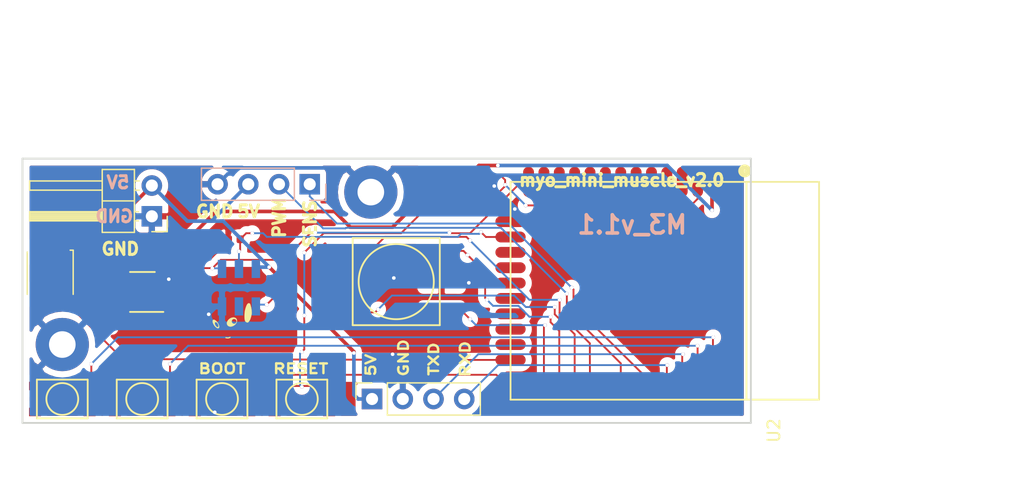
<source format=kicad_pcb>
(kicad_pcb (version 20171130) (host pcbnew 5.0.2-bee76a0~70~ubuntu18.04.1)

  (general
    (thickness 1.6)
    (drawings 21)
    (tracks 277)
    (zones 0)
    (modules 27)
    (nets 42)
  )

  (page A4)
  (layers
    (0 F.Cu signal)
    (31 B.Cu signal)
    (32 B.Adhes user)
    (33 F.Adhes user)
    (34 B.Paste user)
    (35 F.Paste user)
    (36 B.SilkS user)
    (37 F.SilkS user)
    (38 B.Mask user)
    (39 F.Mask user)
    (40 Dwgs.User user)
    (41 Cmts.User user)
    (42 Eco1.User user)
    (43 Eco2.User user)
    (44 Edge.Cuts user)
    (45 Margin user)
    (46 B.CrtYd user)
    (47 F.CrtYd user)
    (48 B.Fab user)
    (49 F.Fab user)
  )

  (setup
    (last_trace_width 0.1524)
    (trace_clearance 0.12)
    (zone_clearance 0.508)
    (zone_45_only no)
    (trace_min 0.1524)
    (segment_width 0.2)
    (edge_width 0.15)
    (via_size 0.301)
    (via_drill 0.3)
    (via_min_size 0.3)
    (via_min_drill 0.3)
    (uvia_size 0.3)
    (uvia_drill 0.1)
    (uvias_allowed no)
    (uvia_min_size 0.2)
    (uvia_min_drill 0.1)
    (pcb_text_width 0.3)
    (pcb_text_size 1.5 1.5)
    (mod_edge_width 0.15)
    (mod_text_size 1 1)
    (mod_text_width 0.15)
    (pad_size 4.4 4.4)
    (pad_drill 2.2)
    (pad_to_mask_clearance 0.2)
    (solder_mask_min_width 0.25)
    (aux_axis_origin 0 0)
    (visible_elements FFFFFF7F)
    (pcbplotparams
      (layerselection 0x010fc_ffffffff)
      (usegerberextensions false)
      (usegerberattributes false)
      (usegerberadvancedattributes false)
      (creategerberjobfile false)
      (excludeedgelayer true)
      (linewidth 0.100000)
      (plotframeref false)
      (viasonmask false)
      (mode 1)
      (useauxorigin false)
      (hpglpennumber 1)
      (hpglpenspeed 20)
      (hpglpendiameter 15.000000)
      (psnegative false)
      (psa4output false)
      (plotreference true)
      (plotvalue true)
      (plotinvisibletext false)
      (padsonsilk false)
      (subtractmaskfromsilk false)
      (outputformat 1)
      (mirror false)
      (drillshape 0)
      (scaleselection 1)
      (outputdirectory "m3_v1.1/"))
  )

  (net 0 "")
  (net 1 GND)
  (net 2 NEOPX)
  (net 3 TXD)
  (net 4 RXD)
  (net 5 ID0)
  (net 6 ID1)
  (net 7 ID2)
  (net 8 ID3)
  (net 9 "Net-(C1-Pad2)")
  (net 10 "Net-(D1-Pad4)")
  (net 11 MOTOR_SENSE)
  (net 12 MOTOR)
  (net 13 "Net-(SW2-Pad2)")
  (net 14 "Net-(SW3-Pad2)")
  (net 15 "Net-(SW4-Pad2)")
  (net 16 "Net-(U2-Pad32)")
  (net 17 "Net-(U2-Pad22)")
  (net 18 "Net-(U2-Pad21)")
  (net 19 "Net-(U2-Pad20)")
  (net 20 "Net-(U2-Pad19)")
  (net 21 "Net-(U2-Pad18)")
  (net 22 "Net-(U2-Pad17)")
  (net 23 "Net-(U2-Pad12)")
  (net 24 "Net-(U2-Pad9)")
  (net 25 "Net-(U2-Pad8)")
  (net 26 "Net-(U2-Pad7)")
  (net 27 "Net-(U2-Pad6)")
  (net 28 "Net-(U2-Pad4)")
  (net 29 +3V3)
  (net 30 +5V)
  (net 31 "Net-(U2-Pad30)")
  (net 32 "Net-(U2-Pad23)")
  (net 33 "Net-(U2-Pad13)")
  (net 34 "Net-(U2-Pad10)")
  (net 35 "Net-(J4-Pad5)")
  (net 36 "Net-(J4-Pad4)")
  (net 37 E1)
  (net 38 E0)
  (net 39 "Net-(U2-Pad5)")
  (net 40 "Net-(U1-Pad4)")
  (net 41 "Net-(U2-Pad11)")

  (net_class Default "This is the default net class."
    (clearance 0.12)
    (trace_width 0.1524)
    (via_dia 0.301)
    (via_drill 0.3)
    (uvia_dia 0.3)
    (uvia_drill 0.1)
    (add_net E0)
    (add_net E1)
    (add_net ID0)
    (add_net ID1)
    (add_net ID2)
    (add_net ID3)
    (add_net MOTOR)
    (add_net MOTOR_SENSE)
    (add_net NEOPX)
    (add_net "Net-(C1-Pad2)")
    (add_net "Net-(D1-Pad4)")
    (add_net "Net-(J4-Pad4)")
    (add_net "Net-(J4-Pad5)")
    (add_net "Net-(SW2-Pad2)")
    (add_net "Net-(SW3-Pad2)")
    (add_net "Net-(SW4-Pad2)")
    (add_net "Net-(U1-Pad4)")
    (add_net "Net-(U2-Pad10)")
    (add_net "Net-(U2-Pad11)")
    (add_net "Net-(U2-Pad12)")
    (add_net "Net-(U2-Pad13)")
    (add_net "Net-(U2-Pad17)")
    (add_net "Net-(U2-Pad18)")
    (add_net "Net-(U2-Pad19)")
    (add_net "Net-(U2-Pad20)")
    (add_net "Net-(U2-Pad21)")
    (add_net "Net-(U2-Pad22)")
    (add_net "Net-(U2-Pad23)")
    (add_net "Net-(U2-Pad30)")
    (add_net "Net-(U2-Pad32)")
    (add_net "Net-(U2-Pad4)")
    (add_net "Net-(U2-Pad5)")
    (add_net "Net-(U2-Pad6)")
    (add_net "Net-(U2-Pad7)")
    (add_net "Net-(U2-Pad8)")
    (add_net "Net-(U2-Pad9)")
    (add_net RXD)
    (add_net TXD)
  )

  (net_class FPGA ""
    (clearance 0.12)
    (trace_width 0.1524)
    (via_dia 0.301)
    (via_drill 0.3)
    (uvia_dia 0.3)
    (uvia_drill 0.1)
  )

  (net_class POWER ""
    (clearance 0.1524)
    (trace_width 0.3)
    (via_dia 0.301)
    (via_drill 0.3)
    (uvia_dia 0.3)
    (uvia_drill 0.1)
    (add_net +3V3)
    (add_net +5V)
    (add_net GND)
  )

  (module custom_lib:LED_WS2812B-PLCC4_3.5x3.5 (layer F.Cu) (tedit 5CD87DDF) (tstamp 5CEB72E2)
    (at 82.3 129.1 90)
    (descr http://www.world-semi.com/uploads/soft/150522/1-150522091P5.pdf)
    (tags "LED NeoPixel Mini")
    (path /5C1E509E)
    (attr smd)
    (fp_text reference D1 (at 0 -2.9 270) (layer F.SilkS) hide
      (effects (font (size 1 1) (thickness 0.15)))
    )
    (fp_text value SK6812 (at 0 3.1 270) (layer F.Fab)
      (effects (font (size 1 1) (thickness 0.15)))
    )
    (fp_line (start 2.65 -2.1) (end -2.65 -2.1) (layer F.CrtYd) (width 0.05))
    (fp_line (start 2.65 2.1) (end 2.65 -2.1) (layer F.CrtYd) (width 0.05))
    (fp_line (start -2.65 2.1) (end 2.65 2.1) (layer F.CrtYd) (width 0.05))
    (fp_line (start -2.65 -2.1) (end -2.65 2.1) (layer F.CrtYd) (width 0.05))
    (fp_line (start 1.75 0.75) (end 0.75 1.75) (layer F.Fab) (width 0.1))
    (fp_line (start -1.75 -1.75) (end -1.75 1.75) (layer F.Fab) (width 0.1))
    (fp_line (start -1.75 1.75) (end 1.75 1.75) (layer F.Fab) (width 0.1))
    (fp_line (start 1.75 1.75) (end 1.75 -1.75) (layer F.Fab) (width 0.1))
    (fp_line (start 1.75 -1.75) (end -1.75 -1.75) (layer F.Fab) (width 0.1))
    (fp_line (start -1.75 -1.9) (end 1.75 -1.9) (layer F.SilkS) (width 0.12))
    (fp_line (start -1.75 1.9) (end 1.9 1.9) (layer F.SilkS) (width 0.12))
    (fp_line (start 1.9 1.9) (end 1.9 1.65) (layer F.SilkS) (width 0.12))
    (fp_circle (center 0 0) (end 0 -1.2) (layer F.Fab) (width 0.1))
    (pad 3 smd rect (at 1.75 0.875 90) (size 1 1) (layers F.Cu F.Paste F.Mask)
      (net 30 +5V))
    (pad 4 smd rect (at 1.75 -0.875 90) (size 1 1) (layers F.Cu F.Paste F.Mask)
      (net 10 "Net-(D1-Pad4)"))
    (pad 2 smd rect (at -1.75 0.875 90) (size 1 1) (layers F.Cu F.Paste F.Mask)
      (net 2 NEOPX))
    (pad 1 smd rect (at -1.75 -0.875 90) (size 1 1) (layers F.Cu F.Paste F.Mask)
      (net 1 GND))
  )

  (module custom_lib:ESP32-WROOM-32-Espressif-Symbol-Kicad-62379 (layer F.Cu) (tedit 5CD874A4) (tstamp 5CEB753A)
    (at 133.096 130.556 90)
    (path /5CD5F722)
    (fp_text reference U2 (at -11.557 9.017 90) (layer F.SilkS)
      (effects (font (size 1 1) (thickness 0.15)))
    )
    (fp_text value ESP32-WROOM-32 (at 5.715 14.224 90) (layer F.Fab)
      (effects (font (size 1 1) (thickness 0.15)))
    )
    (fp_text user "Espressif Systems" (at -6.858 -0.889 180) (layer F.SilkS) hide
      (effects (font (size 1 1) (thickness 0.15)))
    )
    (fp_circle (center 9.906 6.604) (end 10.033 6.858) (layer F.SilkS) (width 0.5))
    (fp_text user ESP32-WROOM (at -5.207 0.254 180) (layer F.SilkS) hide
      (effects (font (size 1 1) (thickness 0.15)))
    )
    (fp_line (start -9 6.75) (end 9 6.75) (layer F.SilkS) (width 0.15))
    (fp_line (start 9 12.75) (end 9 -12.75) (layer F.SilkS) (width 0.15))
    (fp_line (start -9 12.75) (end -9 -12.75) (layer F.SilkS) (width 0.15))
    (fp_line (start -9 -12.75) (end 9 -12.75) (layer F.SilkS) (width 0.15))
    (fp_line (start -9 12.75) (end 9 12.75) (layer F.SilkS) (width 0.15))
    (pad 38 smd oval (at -9 5.25 90) (size 2.5 0.9) (layers F.Cu F.Paste F.Mask)
      (net 1 GND))
    (pad 37 smd oval (at -9 3.98 90) (size 2.5 0.9) (layers F.Cu F.Paste F.Mask)
      (net 15 "Net-(SW4-Pad2)"))
    (pad 36 smd oval (at -9 2.71 90) (size 2.5 0.9) (layers F.Cu F.Paste F.Mask)
      (net 14 "Net-(SW3-Pad2)"))
    (pad 35 smd oval (at -9 1.44 90) (size 2.5 0.9) (layers F.Cu F.Paste F.Mask)
      (net 3 TXD))
    (pad 34 smd oval (at -9 0.17 90) (size 2.5 0.9) (layers F.Cu F.Paste F.Mask)
      (net 4 RXD))
    (pad 33 smd oval (at -9 -1.1 90) (size 2.5 0.9) (layers F.Cu F.Paste F.Mask)
      (net 11 MOTOR_SENSE))
    (pad 32 smd oval (at -9 -2.37 90) (size 2.5 0.9) (layers F.Cu F.Paste F.Mask)
      (net 16 "Net-(U2-Pad32)"))
    (pad 31 smd oval (at -9 -3.64 90) (size 2.5 0.9) (layers F.Cu F.Paste F.Mask)
      (net 12 MOTOR))
    (pad 30 smd oval (at -9 -4.91 90) (size 2.5 0.9) (layers F.Cu F.Paste F.Mask)
      (net 31 "Net-(U2-Pad30)"))
    (pad 29 smd oval (at -9 -6.18 90) (size 2.5 0.9) (layers F.Cu F.Paste F.Mask)
      (net 6 ID1))
    (pad 28 smd oval (at -9 -7.45 90) (size 2.5 0.9) (layers F.Cu F.Paste F.Mask)
      (net 8 ID3))
    (pad 27 smd oval (at -9 -8.72 90) (size 2.5 0.9) (layers F.Cu F.Paste F.Mask)
      (net 7 ID2))
    (pad 26 smd oval (at -9 -9.99 90) (size 2.5 0.9) (layers F.Cu F.Paste F.Mask)
      (net 5 ID0))
    (pad 25 smd oval (at -9 -11.26 90) (size 2.5 0.9) (layers F.Cu F.Paste F.Mask)
      (net 13 "Net-(SW2-Pad2)"))
    (pad 24 smd oval (at -5.715 -12.75 90) (size 0.9 2.5) (layers F.Cu F.Paste F.Mask)
      (net 2 NEOPX))
    (pad 23 smd oval (at -4.445 -12.75 90) (size 0.9 2.5) (layers F.Cu F.Paste F.Mask)
      (net 32 "Net-(U2-Pad23)"))
    (pad 22 smd oval (at -3.175 -12.75 90) (size 0.9 2.5) (layers F.Cu F.Paste F.Mask)
      (net 17 "Net-(U2-Pad22)"))
    (pad 21 smd oval (at -1.905 -12.75 90) (size 0.9 2.5) (layers F.Cu F.Paste F.Mask)
      (net 18 "Net-(U2-Pad21)"))
    (pad 20 smd oval (at -0.635 -12.75 90) (size 0.9 2.5) (layers F.Cu F.Paste F.Mask)
      (net 19 "Net-(U2-Pad20)"))
    (pad 19 smd oval (at 0.635 -12.75 90) (size 0.9 2.5) (layers F.Cu F.Paste F.Mask)
      (net 20 "Net-(U2-Pad19)"))
    (pad 18 smd oval (at 1.905 -12.75 90) (size 0.9 2.5) (layers F.Cu F.Paste F.Mask)
      (net 21 "Net-(U2-Pad18)"))
    (pad 17 smd oval (at 3.175 -12.75 90) (size 0.9 2.5) (layers F.Cu F.Paste F.Mask)
      (net 22 "Net-(U2-Pad17)"))
    (pad 16 smd oval (at 4.445 -12.75 90) (size 0.9 2.5) (layers F.Cu F.Paste F.Mask)
      (net 37 E1))
    (pad 15 smd oval (at 5.715 -12.75 90) (size 0.9 2.5) (layers F.Cu F.Paste F.Mask)
      (net 1 GND))
    (pad 14 smd oval (at 9 -11.26 90) (size 2.5 0.9) (layers F.Cu F.Paste F.Mask)
      (net 38 E0))
    (pad 13 smd oval (at 9 -9.99 90) (size 2.5 0.9) (layers F.Cu F.Paste F.Mask)
      (net 33 "Net-(U2-Pad13)"))
    (pad 12 smd oval (at 9 -8.72 90) (size 2.5 0.9) (layers F.Cu F.Paste F.Mask)
      (net 23 "Net-(U2-Pad12)"))
    (pad 11 smd oval (at 9 -7.45 90) (size 2.5 0.9) (layers F.Cu F.Paste F.Mask)
      (net 41 "Net-(U2-Pad11)"))
    (pad 10 smd oval (at 9 -6.18 90) (size 2.5 0.9) (layers F.Cu F.Paste F.Mask)
      (net 34 "Net-(U2-Pad10)"))
    (pad 9 smd oval (at 9 -4.91 90) (size 2.5 0.9) (layers F.Cu F.Paste F.Mask)
      (net 24 "Net-(U2-Pad9)"))
    (pad 8 smd oval (at 9 -3.64 90) (size 2.5 0.9) (layers F.Cu F.Paste F.Mask)
      (net 25 "Net-(U2-Pad8)"))
    (pad 7 smd oval (at 9 -2.37 90) (size 2.5 0.9) (layers F.Cu F.Paste F.Mask)
      (net 26 "Net-(U2-Pad7)"))
    (pad 6 smd oval (at 9 -1.1 90) (size 2.5 0.9) (layers F.Cu F.Paste F.Mask)
      (net 27 "Net-(U2-Pad6)"))
    (pad 5 smd oval (at 9 0.17 90) (size 2.5 0.9) (layers F.Cu F.Paste F.Mask)
      (net 39 "Net-(U2-Pad5)"))
    (pad 4 smd oval (at 9 1.44 90) (size 2.5 0.9) (layers F.Cu F.Paste F.Mask)
      (net 28 "Net-(U2-Pad4)"))
    (pad 3 smd oval (at 9 2.71 90) (size 2.5 0.9) (layers F.Cu F.Paste F.Mask)
      (net 9 "Net-(C1-Pad2)"))
    (pad 2 smd oval (at 9 3.98 90) (size 2.5 0.9) (layers F.Cu F.Paste F.Mask)
      (net 29 +3V3))
    (pad 1 smd oval (at 9 5.25 90) (size 2.5 0.9) (layers F.Cu F.Paste F.Mask)
      (net 1 GND))
    (pad 39 smd rect (at 0.3 -2.45 90) (size 6 6) (layers F.Cu F.Paste F.Mask)
      (net 1 GND))
    (model /home/letrend/workspace/m3/_3Dmodels/ESP32/ESP32-WROOM-32D--3DModel-STEP-56544.STEP
      (at (xyz 0 0 0))
      (scale (xyz 1 1 1))
      (rotate (xyz -90 0 180))
    )
  )

  (module Pin_Headers:Pin_Header_Angled_1x02_Pitch2.54mm (layer F.Cu) (tedit 5C55AA08) (tstamp 5C196E3C)
    (at 90.7 124.4 180)
    (descr "Through hole angled pin header, 1x02, 2.54mm pitch, 6mm pin length, single row")
    (tags "Through hole angled pin header THT 1x02 2.54mm single row")
    (path /5B881020)
    (fp_text reference J5 (at 4.385 -2.27 180) (layer F.SilkS) hide
      (effects (font (size 1 1) (thickness 0.15)))
    )
    (fp_text value Conn_01x02_Male (at 4.385 4.81 180) (layer F.Fab)
      (effects (font (size 1 1) (thickness 0.15)))
    )
    (fp_text user %R (at 2.77 1.27 -90) (layer F.Fab)
      (effects (font (size 1 1) (thickness 0.15)))
    )
    (fp_line (start 10.55 -1.8) (end -1.8 -1.8) (layer F.CrtYd) (width 0.05))
    (fp_line (start 10.55 4.35) (end 10.55 -1.8) (layer F.CrtYd) (width 0.05))
    (fp_line (start -1.8 4.35) (end 10.55 4.35) (layer F.CrtYd) (width 0.05))
    (fp_line (start -1.8 -1.8) (end -1.8 4.35) (layer F.CrtYd) (width 0.05))
    (fp_line (start -1.27 -1.27) (end 0 -1.27) (layer F.SilkS) (width 0.12))
    (fp_line (start -1.27 0) (end -1.27 -1.27) (layer F.SilkS) (width 0.12))
    (fp_line (start 1.042929 2.92) (end 1.44 2.92) (layer F.SilkS) (width 0.12))
    (fp_line (start 1.042929 2.16) (end 1.44 2.16) (layer F.SilkS) (width 0.12))
    (fp_line (start 10.1 2.92) (end 4.1 2.92) (layer F.SilkS) (width 0.12))
    (fp_line (start 10.1 2.16) (end 10.1 2.92) (layer F.SilkS) (width 0.12))
    (fp_line (start 4.1 2.16) (end 10.1 2.16) (layer F.SilkS) (width 0.12))
    (fp_line (start 1.44 1.27) (end 4.1 1.27) (layer F.SilkS) (width 0.12))
    (fp_line (start 1.11 0.38) (end 1.44 0.38) (layer F.SilkS) (width 0.12))
    (fp_line (start 1.11 -0.38) (end 1.44 -0.38) (layer F.SilkS) (width 0.12))
    (fp_line (start 4.1 0.28) (end 10.1 0.28) (layer F.SilkS) (width 0.12))
    (fp_line (start 4.1 0.16) (end 10.1 0.16) (layer F.SilkS) (width 0.12))
    (fp_line (start 4.1 0.04) (end 10.1 0.04) (layer F.SilkS) (width 0.12))
    (fp_line (start 4.1 -0.08) (end 10.1 -0.08) (layer F.SilkS) (width 0.12))
    (fp_line (start 4.1 -0.2) (end 10.1 -0.2) (layer F.SilkS) (width 0.12))
    (fp_line (start 4.1 -0.32) (end 10.1 -0.32) (layer F.SilkS) (width 0.12))
    (fp_line (start 10.1 0.38) (end 4.1 0.38) (layer F.SilkS) (width 0.12))
    (fp_line (start 10.1 -0.38) (end 10.1 0.38) (layer F.SilkS) (width 0.12))
    (fp_line (start 4.1 -0.38) (end 10.1 -0.38) (layer F.SilkS) (width 0.12))
    (fp_line (start 4.1 -1.33) (end 1.44 -1.33) (layer F.SilkS) (width 0.12))
    (fp_line (start 4.1 3.87) (end 4.1 -1.33) (layer F.SilkS) (width 0.12))
    (fp_line (start 1.44 3.87) (end 4.1 3.87) (layer F.SilkS) (width 0.12))
    (fp_line (start 1.44 -1.33) (end 1.44 3.87) (layer F.SilkS) (width 0.12))
    (fp_line (start 4.04 2.86) (end 10.04 2.86) (layer F.Fab) (width 0.1))
    (fp_line (start 10.04 2.22) (end 10.04 2.86) (layer F.Fab) (width 0.1))
    (fp_line (start 4.04 2.22) (end 10.04 2.22) (layer F.Fab) (width 0.1))
    (fp_line (start -0.32 2.86) (end 1.5 2.86) (layer F.Fab) (width 0.1))
    (fp_line (start -0.32 2.22) (end -0.32 2.86) (layer F.Fab) (width 0.1))
    (fp_line (start -0.32 2.22) (end 1.5 2.22) (layer F.Fab) (width 0.1))
    (fp_line (start 4.04 0.32) (end 10.04 0.32) (layer F.Fab) (width 0.1))
    (fp_line (start 10.04 -0.32) (end 10.04 0.32) (layer F.Fab) (width 0.1))
    (fp_line (start 4.04 -0.32) (end 10.04 -0.32) (layer F.Fab) (width 0.1))
    (fp_line (start -0.32 0.32) (end 1.5 0.32) (layer F.Fab) (width 0.1))
    (fp_line (start -0.32 -0.32) (end -0.32 0.32) (layer F.Fab) (width 0.1))
    (fp_line (start -0.32 -0.32) (end 1.5 -0.32) (layer F.Fab) (width 0.1))
    (fp_line (start 1.5 -0.635) (end 2.135 -1.27) (layer F.Fab) (width 0.1))
    (fp_line (start 1.5 3.81) (end 1.5 -0.635) (layer F.Fab) (width 0.1))
    (fp_line (start 4.04 3.81) (end 1.5 3.81) (layer F.Fab) (width 0.1))
    (fp_line (start 4.04 -1.27) (end 4.04 3.81) (layer F.Fab) (width 0.1))
    (fp_line (start 2.135 -1.27) (end 4.04 -1.27) (layer F.Fab) (width 0.1))
    (pad 2 thru_hole oval (at 0 2.54 180) (size 1.7 1.7) (drill 1) (layers *.Cu *.Mask)
      (net 30 +5V))
    (pad 1 thru_hole rect (at 0 0 180) (size 1.7 1.7) (drill 1) (layers *.Cu *.Mask)
      (net 1 GND))
    (model ${KISYS3DMOD}/Pin_Headers.3dshapes/Pin_Header_Angled_1x02_Pitch2.54mm.wrl
      (at (xyz 0 0 0))
      (scale (xyz 1 1 1))
      (rotate (xyz 0 0 0))
    )
  )

  (module Capacitor_SMD:C_0402_1005Metric (layer F.Cu) (tedit 5CD599A9) (tstamp 5CEB7255)
    (at 118 121.6 90)
    (descr "Capacitor SMD 0402 (1005 Metric), square (rectangular) end terminal, IPC_7351 nominal, (Body size source: http://www.tortai-tech.com/upload/download/2011102023233369053.pdf), generated with kicad-footprint-generator")
    (tags capacitor)
    (path /5CD59FD3)
    (attr smd)
    (fp_text reference C1 (at 0 -1.17 270) (layer F.SilkS) hide
      (effects (font (size 1 1) (thickness 0.15)))
    )
    (fp_text value 0.1uF (at 0 1.17) (layer F.Fab)
      (effects (font (size 1 1) (thickness 0.15)))
    )
    (fp_text user %R (at 0 0 270) (layer F.Fab)
      (effects (font (size 0.25 0.25) (thickness 0.04)))
    )
    (fp_line (start 0.93 0.47) (end -0.93 0.47) (layer F.CrtYd) (width 0.05))
    (fp_line (start 0.93 -0.47) (end 0.93 0.47) (layer F.CrtYd) (width 0.05))
    (fp_line (start -0.93 -0.47) (end 0.93 -0.47) (layer F.CrtYd) (width 0.05))
    (fp_line (start -0.93 0.47) (end -0.93 -0.47) (layer F.CrtYd) (width 0.05))
    (fp_line (start 0.5 0.25) (end -0.5 0.25) (layer F.Fab) (width 0.1))
    (fp_line (start 0.5 -0.25) (end 0.5 0.25) (layer F.Fab) (width 0.1))
    (fp_line (start -0.5 -0.25) (end 0.5 -0.25) (layer F.Fab) (width 0.1))
    (fp_line (start -0.5 0.25) (end -0.5 -0.25) (layer F.Fab) (width 0.1))
    (pad 2 smd roundrect (at 0.485 0 90) (size 0.59 0.64) (layers F.Cu F.Paste F.Mask) (roundrect_rratio 0.25)
      (net 9 "Net-(C1-Pad2)"))
    (pad 1 smd roundrect (at -0.485 0 90) (size 0.59 0.64) (layers F.Cu F.Paste F.Mask) (roundrect_rratio 0.25)
      (net 1 GND))
    (model ${KISYS3DMOD}/Capacitor_SMD.3dshapes/C_0402_1005Metric.wrl
      (at (xyz 0 0 0))
      (scale (xyz 1 1 1))
      (rotate (xyz 0 0 0))
    )
  )

  (module Capacitor_SMD:C_0402_1005Metric (layer F.Cu) (tedit 5B301BBE) (tstamp 5CEB7264)
    (at 92.6 132.2 90)
    (descr "Capacitor SMD 0402 (1005 Metric), square (rectangular) end terminal, IPC_7351 nominal, (Body size source: http://www.tortai-tech.com/upload/download/2011102023233369053.pdf), generated with kicad-footprint-generator")
    (tags capacitor)
    (path /5ABD7467)
    (attr smd)
    (fp_text reference C2 (at 0 -1.17 270) (layer F.SilkS) hide
      (effects (font (size 1 1) (thickness 0.15)))
    )
    (fp_text value 10uF (at 0 1.17 270) (layer F.Fab)
      (effects (font (size 1 1) (thickness 0.15)))
    )
    (fp_line (start -0.5 0.25) (end -0.5 -0.25) (layer F.Fab) (width 0.1))
    (fp_line (start -0.5 -0.25) (end 0.5 -0.25) (layer F.Fab) (width 0.1))
    (fp_line (start 0.5 -0.25) (end 0.5 0.25) (layer F.Fab) (width 0.1))
    (fp_line (start 0.5 0.25) (end -0.5 0.25) (layer F.Fab) (width 0.1))
    (fp_line (start -0.93 0.47) (end -0.93 -0.47) (layer F.CrtYd) (width 0.05))
    (fp_line (start -0.93 -0.47) (end 0.93 -0.47) (layer F.CrtYd) (width 0.05))
    (fp_line (start 0.93 -0.47) (end 0.93 0.47) (layer F.CrtYd) (width 0.05))
    (fp_line (start 0.93 0.47) (end -0.93 0.47) (layer F.CrtYd) (width 0.05))
    (fp_text user %R (at 0 0 270) (layer F.Fab)
      (effects (font (size 0.25 0.25) (thickness 0.04)))
    )
    (pad 1 smd roundrect (at -0.485 0 90) (size 0.59 0.64) (layers F.Cu F.Paste F.Mask) (roundrect_rratio 0.25)
      (net 1 GND))
    (pad 2 smd roundrect (at 0.485 0 90) (size 0.59 0.64) (layers F.Cu F.Paste F.Mask) (roundrect_rratio 0.25)
      (net 29 +3V3))
    (model ${KISYS3DMOD}/Capacitor_SMD.3dshapes/C_0402_1005Metric.wrl
      (at (xyz 0 0 0))
      (scale (xyz 1 1 1))
      (rotate (xyz 0 0 0))
    )
  )

  (module Capacitor_SMD:C_0402_1005Metric (layer F.Cu) (tedit 5B301BBE) (tstamp 5CEB7273)
    (at 87.1 132.9 90)
    (descr "Capacitor SMD 0402 (1005 Metric), square (rectangular) end terminal, IPC_7351 nominal, (Body size source: http://www.tortai-tech.com/upload/download/2011102023233369053.pdf), generated with kicad-footprint-generator")
    (tags capacitor)
    (path /5ABD740F)
    (attr smd)
    (fp_text reference C3 (at 0 -1.17 270) (layer F.SilkS) hide
      (effects (font (size 1 1) (thickness 0.15)))
    )
    (fp_text value 10uF (at 0 1.17 270) (layer F.Fab)
      (effects (font (size 1 1) (thickness 0.15)))
    )
    (fp_line (start -0.5 0.25) (end -0.5 -0.25) (layer F.Fab) (width 0.1))
    (fp_line (start -0.5 -0.25) (end 0.5 -0.25) (layer F.Fab) (width 0.1))
    (fp_line (start 0.5 -0.25) (end 0.5 0.25) (layer F.Fab) (width 0.1))
    (fp_line (start 0.5 0.25) (end -0.5 0.25) (layer F.Fab) (width 0.1))
    (fp_line (start -0.93 0.47) (end -0.93 -0.47) (layer F.CrtYd) (width 0.05))
    (fp_line (start -0.93 -0.47) (end 0.93 -0.47) (layer F.CrtYd) (width 0.05))
    (fp_line (start 0.93 -0.47) (end 0.93 0.47) (layer F.CrtYd) (width 0.05))
    (fp_line (start 0.93 0.47) (end -0.93 0.47) (layer F.CrtYd) (width 0.05))
    (fp_text user %R (at 0 0 270) (layer F.Fab)
      (effects (font (size 0.25 0.25) (thickness 0.04)))
    )
    (pad 1 smd roundrect (at -0.485 0 90) (size 0.59 0.64) (layers F.Cu F.Paste F.Mask) (roundrect_rratio 0.25)
      (net 1 GND))
    (pad 2 smd roundrect (at 0.485 0 90) (size 0.59 0.64) (layers F.Cu F.Paste F.Mask) (roundrect_rratio 0.25)
      (net 30 +5V))
    (model ${KISYS3DMOD}/Capacitor_SMD.3dshapes/C_0402_1005Metric.wrl
      (at (xyz 0 0 0))
      (scale (xyz 1 1 1))
      (rotate (xyz 0 0 0))
    )
  )

  (module Capacitor_SMD:C_0402_1005Metric (layer F.Cu) (tedit 5B301BBE) (tstamp 5CEB7282)
    (at 114.9 121.6 270)
    (descr "Capacitor SMD 0402 (1005 Metric), square (rectangular) end terminal, IPC_7351 nominal, (Body size source: http://www.tortai-tech.com/upload/download/2011102023233369053.pdf), generated with kicad-footprint-generator")
    (tags capacitor)
    (path /5CD5FA82)
    (attr smd)
    (fp_text reference C4 (at 0 -1.17 90) (layer F.SilkS) hide
      (effects (font (size 1 1) (thickness 0.15)))
    )
    (fp_text value 0.1uF (at 0 1.17 90) (layer F.Fab)
      (effects (font (size 1 1) (thickness 0.15)))
    )
    (fp_line (start -0.5 0.25) (end -0.5 -0.25) (layer F.Fab) (width 0.1))
    (fp_line (start -0.5 -0.25) (end 0.5 -0.25) (layer F.Fab) (width 0.1))
    (fp_line (start 0.5 -0.25) (end 0.5 0.25) (layer F.Fab) (width 0.1))
    (fp_line (start 0.5 0.25) (end -0.5 0.25) (layer F.Fab) (width 0.1))
    (fp_line (start -0.93 0.47) (end -0.93 -0.47) (layer F.CrtYd) (width 0.05))
    (fp_line (start -0.93 -0.47) (end 0.93 -0.47) (layer F.CrtYd) (width 0.05))
    (fp_line (start 0.93 -0.47) (end 0.93 0.47) (layer F.CrtYd) (width 0.05))
    (fp_line (start 0.93 0.47) (end -0.93 0.47) (layer F.CrtYd) (width 0.05))
    (fp_text user %R (at 0 0 90) (layer F.Fab)
      (effects (font (size 0.25 0.25) (thickness 0.04)))
    )
    (pad 1 smd roundrect (at -0.485 0 270) (size 0.59 0.64) (layers F.Cu F.Paste F.Mask) (roundrect_rratio 0.25)
      (net 29 +3V3))
    (pad 2 smd roundrect (at 0.485 0 270) (size 0.59 0.64) (layers F.Cu F.Paste F.Mask) (roundrect_rratio 0.25)
      (net 1 GND))
    (model ${KISYS3DMOD}/Capacitor_SMD.3dshapes/C_0402_1005Metric.wrl
      (at (xyz 0 0 0))
      (scale (xyz 1 1 1))
      (rotate (xyz 0 0 0))
    )
  )

  (module Capacitor_SMD:C_0402_1005Metric (layer F.Cu) (tedit 5B301BBE) (tstamp 5CEB7291)
    (at 116.5 121.6 90)
    (descr "Capacitor SMD 0402 (1005 Metric), square (rectangular) end terminal, IPC_7351 nominal, (Body size source: http://www.tortai-tech.com/upload/download/2011102023233369053.pdf), generated with kicad-footprint-generator")
    (tags capacitor)
    (path /5CD5FE9C)
    (attr smd)
    (fp_text reference C5 (at 0 -1.17 270) (layer F.SilkS) hide
      (effects (font (size 1 1) (thickness 0.15)))
    )
    (fp_text value 10uF (at 0 1.17 270) (layer F.Fab)
      (effects (font (size 1 1) (thickness 0.15)))
    )
    (fp_text user %R (at 0 0 270) (layer F.Fab)
      (effects (font (size 0.25 0.25) (thickness 0.04)))
    )
    (fp_line (start 0.93 0.47) (end -0.93 0.47) (layer F.CrtYd) (width 0.05))
    (fp_line (start 0.93 -0.47) (end 0.93 0.47) (layer F.CrtYd) (width 0.05))
    (fp_line (start -0.93 -0.47) (end 0.93 -0.47) (layer F.CrtYd) (width 0.05))
    (fp_line (start -0.93 0.47) (end -0.93 -0.47) (layer F.CrtYd) (width 0.05))
    (fp_line (start 0.5 0.25) (end -0.5 0.25) (layer F.Fab) (width 0.1))
    (fp_line (start 0.5 -0.25) (end 0.5 0.25) (layer F.Fab) (width 0.1))
    (fp_line (start -0.5 -0.25) (end 0.5 -0.25) (layer F.Fab) (width 0.1))
    (fp_line (start -0.5 0.25) (end -0.5 -0.25) (layer F.Fab) (width 0.1))
    (pad 2 smd roundrect (at 0.485 0 90) (size 0.59 0.64) (layers F.Cu F.Paste F.Mask) (roundrect_rratio 0.25)
      (net 29 +3V3))
    (pad 1 smd roundrect (at -0.485 0 90) (size 0.59 0.64) (layers F.Cu F.Paste F.Mask) (roundrect_rratio 0.25)
      (net 1 GND))
    (model ${KISYS3DMOD}/Capacitor_SMD.3dshapes/C_0402_1005Metric.wrl
      (at (xyz 0 0 0))
      (scale (xyz 1 1 1))
      (rotate (xyz 0 0 0))
    )
  )

  (module Capacitor_SMD:C_0402_1005Metric (layer F.Cu) (tedit 5CD59967) (tstamp 5CEB72A0)
    (at 85.4 128.2 90)
    (descr "Capacitor SMD 0402 (1005 Metric), square (rectangular) end terminal, IPC_7351 nominal, (Body size source: http://www.tortai-tech.com/upload/download/2011102023233369053.pdf), generated with kicad-footprint-generator")
    (tags capacitor)
    (path /5CD773D6)
    (attr smd)
    (fp_text reference C6 (at 0 -1.17 270) (layer F.SilkS) hide
      (effects (font (size 1 1) (thickness 0.15)))
    )
    (fp_text value 0.1u (at 0 1.17 270) (layer F.Fab)
      (effects (font (size 1 1) (thickness 0.15)))
    )
    (fp_text user %R (at 0 0 270) (layer F.Fab)
      (effects (font (size 0.25 0.25) (thickness 0.04)))
    )
    (fp_line (start 0.93 0.47) (end -0.93 0.47) (layer F.CrtYd) (width 0.05))
    (fp_line (start 0.93 -0.47) (end 0.93 0.47) (layer F.CrtYd) (width 0.05))
    (fp_line (start -0.93 -0.47) (end 0.93 -0.47) (layer F.CrtYd) (width 0.05))
    (fp_line (start -0.93 0.47) (end -0.93 -0.47) (layer F.CrtYd) (width 0.05))
    (fp_line (start 0.5 0.25) (end -0.5 0.25) (layer F.Fab) (width 0.1))
    (fp_line (start 0.5 -0.25) (end 0.5 0.25) (layer F.Fab) (width 0.1))
    (fp_line (start -0.5 -0.25) (end 0.5 -0.25) (layer F.Fab) (width 0.1))
    (fp_line (start -0.5 0.25) (end -0.5 -0.25) (layer F.Fab) (width 0.1))
    (pad 2 smd roundrect (at 0.485 0 90) (size 0.59 0.64) (layers F.Cu F.Paste F.Mask) (roundrect_rratio 0.25)
      (net 1 GND))
    (pad 1 smd roundrect (at -0.485 0 90) (size 0.59 0.64) (layers F.Cu F.Paste F.Mask) (roundrect_rratio 0.25)
      (net 30 +5V))
    (model ${KISYS3DMOD}/Capacitor_SMD.3dshapes/C_0402_1005Metric.wrl
      (at (xyz 0 0 0))
      (scale (xyz 1 1 1))
      (rotate (xyz 0 0 0))
    )
  )

  (module Connector_PinHeader_2.54mm:PinHeader_1x04_P2.54mm_Vertical (layer B.Cu) (tedit 5CD5998A) (tstamp 5CEB734E)
    (at 103.75 121.75 90)
    (descr "Through hole straight pin header, 1x04, 2.54mm pitch, single row")
    (tags "Through hole pin header THT 1x04 2.54mm single row")
    (path /5CD5B969)
    (fp_text reference J2 (at 0 2.33 90) (layer B.SilkS) hide
      (effects (font (size 1 1) (thickness 0.15)) (justify mirror))
    )
    (fp_text value Conn_01x04_Male (at 0 -9.95 90) (layer B.Fab) hide
      (effects (font (size 1 1) (thickness 0.15)) (justify mirror))
    )
    (fp_line (start -0.635 1.27) (end 1.27 1.27) (layer B.Fab) (width 0.1))
    (fp_line (start 1.27 1.27) (end 1.27 -8.89) (layer B.Fab) (width 0.1))
    (fp_line (start 1.27 -8.89) (end -1.27 -8.89) (layer B.Fab) (width 0.1))
    (fp_line (start -1.27 -8.89) (end -1.27 0.635) (layer B.Fab) (width 0.1))
    (fp_line (start -1.27 0.635) (end -0.635 1.27) (layer B.Fab) (width 0.1))
    (fp_line (start -1.33 -8.95) (end 1.33 -8.95) (layer B.SilkS) (width 0.12))
    (fp_line (start -1.33 -1.27) (end -1.33 -8.95) (layer B.SilkS) (width 0.12))
    (fp_line (start 1.33 -1.27) (end 1.33 -8.95) (layer B.SilkS) (width 0.12))
    (fp_line (start -1.33 -1.27) (end 1.33 -1.27) (layer B.SilkS) (width 0.12))
    (fp_line (start -1.33 0) (end -1.33 1.33) (layer B.SilkS) (width 0.12))
    (fp_line (start -1.33 1.33) (end 0 1.33) (layer B.SilkS) (width 0.12))
    (fp_line (start -1.8 1.8) (end -1.8 -9.4) (layer B.CrtYd) (width 0.05))
    (fp_line (start -1.8 -9.4) (end 1.8 -9.4) (layer B.CrtYd) (width 0.05))
    (fp_line (start 1.8 -9.4) (end 1.8 1.8) (layer B.CrtYd) (width 0.05))
    (fp_line (start 1.8 1.8) (end -1.8 1.8) (layer B.CrtYd) (width 0.05))
    (fp_text user %R (at 0 -3.81) (layer B.Fab)
      (effects (font (size 1 1) (thickness 0.15)) (justify mirror))
    )
    (pad 1 thru_hole rect (at 0 0 90) (size 1.7 1.7) (drill 1) (layers *.Cu *.Mask)
      (net 11 MOTOR_SENSE))
    (pad 2 thru_hole oval (at 0 -2.54 90) (size 1.7 1.7) (drill 1) (layers *.Cu *.Mask)
      (net 12 MOTOR))
    (pad 3 thru_hole oval (at 0 -5.08 90) (size 1.7 1.7) (drill 1) (layers *.Cu *.Mask)
      (net 30 +5V))
    (pad 4 thru_hole oval (at 0 -7.62 90) (size 1.7 1.7) (drill 1) (layers *.Cu *.Mask)
      (net 1 GND))
    (model ${KISYS3DMOD}/Connector_PinHeader_2.54mm.3dshapes/PinHeader_1x04_P2.54mm_Vertical.wrl
      (at (xyz 0 0 0))
      (scale (xyz 1 1 1))
      (rotate (xyz 0 0 0))
    )
  )

  (module Resistor_SMD:R_0402_1005Metric (layer F.Cu) (tedit 5CD599A5) (tstamp 5CEB73EF)
    (at 113.3 121.6 90)
    (descr "Resistor SMD 0402 (1005 Metric), square (rectangular) end terminal, IPC_7351 nominal, (Body size source: http://www.tortai-tech.com/upload/download/2011102023233369053.pdf), generated with kicad-footprint-generator")
    (tags resistor)
    (path /5C1E0207)
    (attr smd)
    (fp_text reference R10 (at 0 -1.17 90) (layer F.SilkS) hide
      (effects (font (size 1 1) (thickness 0.15)))
    )
    (fp_text value 10k (at 0 1.17 90) (layer F.Fab)
      (effects (font (size 1 1) (thickness 0.15)))
    )
    (fp_text user %R (at 0 0 90) (layer F.Fab)
      (effects (font (size 0.25 0.25) (thickness 0.04)))
    )
    (fp_line (start 0.93 0.47) (end -0.93 0.47) (layer F.CrtYd) (width 0.05))
    (fp_line (start 0.93 -0.47) (end 0.93 0.47) (layer F.CrtYd) (width 0.05))
    (fp_line (start -0.93 -0.47) (end 0.93 -0.47) (layer F.CrtYd) (width 0.05))
    (fp_line (start -0.93 0.47) (end -0.93 -0.47) (layer F.CrtYd) (width 0.05))
    (fp_line (start 0.5 0.25) (end -0.5 0.25) (layer F.Fab) (width 0.1))
    (fp_line (start 0.5 -0.25) (end 0.5 0.25) (layer F.Fab) (width 0.1))
    (fp_line (start -0.5 -0.25) (end 0.5 -0.25) (layer F.Fab) (width 0.1))
    (fp_line (start -0.5 0.25) (end -0.5 -0.25) (layer F.Fab) (width 0.1))
    (pad 2 smd roundrect (at 0.485 0 90) (size 0.59 0.64) (layers F.Cu F.Paste F.Mask) (roundrect_rratio 0.25)
      (net 29 +3V3))
    (pad 1 smd roundrect (at -0.485 0 90) (size 0.59 0.64) (layers F.Cu F.Paste F.Mask) (roundrect_rratio 0.25)
      (net 9 "Net-(C1-Pad2)"))
    (model ${KISYS3DMOD}/Resistor_SMD.3dshapes/R_0402_1005Metric.wrl
      (at (xyz 0 0 0))
      (scale (xyz 1 1 1))
      (rotate (xyz 0 0 0))
    )
  )

  (module Package_DFN_QFN:DFN-6-1EP_3x3mm_P0.95mm_EP1.7x2.6mm (layer F.Cu) (tedit 5CD59A01) (tstamp 5D018DD8)
    (at 89.922 130.6534 180)
    (descr "DFN6 3*3 MM, 0.95 PITCH; CASE 506AH-01 (see ON Semiconductor 506AH.PDF)")
    (tags "DFN 0.95")
    (path /5AB658D6)
    (attr smd)
    (fp_text reference U1 (at 0 -2.575) (layer F.SilkS) hide
      (effects (font (size 1 1) (thickness 0.15)))
    )
    (fp_text value LD39200 (at 0 2.575) (layer F.Fab)
      (effects (font (size 1 1) (thickness 0.15)))
    )
    (fp_text user %R (at 0 0) (layer F.Fab)
      (effects (font (size 0.7 0.7) (thickness 0.105)))
    )
    (fp_line (start -0.5 -1.5) (end 1.5 -1.5) (layer F.Fab) (width 0.15))
    (fp_line (start 1.5 -1.5) (end 1.5 1.5) (layer F.Fab) (width 0.15))
    (fp_line (start 1.5 1.5) (end -1.5 1.5) (layer F.Fab) (width 0.15))
    (fp_line (start -1.5 1.5) (end -1.5 -0.5) (layer F.Fab) (width 0.15))
    (fp_line (start -1.5 -0.5) (end -0.5 -1.5) (layer F.Fab) (width 0.15))
    (fp_line (start -1.9 -1.85) (end -1.9 1.85) (layer F.CrtYd) (width 0.05))
    (fp_line (start 1.9 -1.85) (end 1.9 1.85) (layer F.CrtYd) (width 0.05))
    (fp_line (start -1.9 -1.85) (end 1.9 -1.85) (layer F.CrtYd) (width 0.05))
    (fp_line (start -1.9 1.85) (end 1.9 1.85) (layer F.CrtYd) (width 0.05))
    (fp_line (start -1.025 1.65) (end 1.025 1.65) (layer F.SilkS) (width 0.15))
    (fp_line (start -1.73 -1.65) (end 1.025 -1.65) (layer F.SilkS) (width 0.15))
    (pad 1 smd rect (at -1.34 -0.95 180) (size 0.63 0.45) (layers F.Cu F.Paste F.Mask)
      (net 29 +3V3))
    (pad 2 smd rect (at -1.34 0 180) (size 0.63 0.45) (layers F.Cu F.Paste F.Mask)
      (net 29 +3V3))
    (pad 3 smd rect (at -1.34 0.95 180) (size 0.63 0.45) (layers F.Cu F.Paste F.Mask)
      (net 1 GND))
    (pad 4 smd rect (at 1.34 0.95 180) (size 0.63 0.45) (layers F.Cu F.Paste F.Mask)
      (net 40 "Net-(U1-Pad4)"))
    (pad 5 smd rect (at 1.34 0 180) (size 0.63 0.45) (layers F.Cu F.Paste F.Mask)
      (net 30 +5V))
    (pad 6 smd rect (at 1.34 -0.95 180) (size 0.63 0.45) (layers F.Cu F.Paste F.Mask)
      (net 30 +5V))
    (pad "" smd rect (at -0.425 0.866 180) (size 0.66 0.73) (layers F.Paste))
    (pad 7 smd rect (at 0 0 180) (size 1.7 2.6) (layers F.Cu F.Mask))
    (pad "" smd rect (at 0.425 0.866 180) (size 0.66 0.73) (layers F.Paste))
    (pad "" smd rect (at 0.425 0 180) (size 0.66 0.73) (layers F.Paste))
    (pad "" smd rect (at -0.425 0 180) (size 0.66 0.73) (layers F.Paste))
    (pad "" smd rect (at 0.425 -0.866 180) (size 0.66 0.73) (layers F.Paste))
    (pad "" smd rect (at -0.425 -0.866 180) (size 0.66 0.73) (layers F.Paste))
    (model ${KISYS3DMOD}/Package_DFN_QFN.3dshapes/DFN-6-1EP_3x3mm_P0.95mm_EP1.7x2.6mm.wrl
      (at (xyz 0 0 0))
      (scale (xyz 1 1 1))
      (rotate (xyz 0 0 0))
    )
  )

  (module Connector_PinSocket_2.54mm:PinSocket_1x04_P2.54mm_Vertical (layer F.Cu) (tedit 5CD59AEC) (tstamp 5D01A5F2)
    (at 108.9 139.5 90)
    (descr "Through hole straight socket strip, 1x04, 2.54mm pitch, single row (from Kicad 4.0.7), script generated")
    (tags "Through hole socket strip THT 1x04 2.54mm single row")
    (path /5CD5CBBC)
    (fp_text reference J3 (at 0 -2.77 90) (layer F.SilkS) hide
      (effects (font (size 1 1) (thickness 0.15)))
    )
    (fp_text value UART (at 0 10.39 90) (layer F.Fab)
      (effects (font (size 1 1) (thickness 0.15)))
    )
    (fp_line (start -1.27 -1.27) (end 0.635 -1.27) (layer F.Fab) (width 0.1))
    (fp_line (start 0.635 -1.27) (end 1.27 -0.635) (layer F.Fab) (width 0.1))
    (fp_line (start 1.27 -0.635) (end 1.27 8.89) (layer F.Fab) (width 0.1))
    (fp_line (start 1.27 8.89) (end -1.27 8.89) (layer F.Fab) (width 0.1))
    (fp_line (start -1.27 8.89) (end -1.27 -1.27) (layer F.Fab) (width 0.1))
    (fp_line (start -1.33 1.27) (end 1.33 1.27) (layer F.SilkS) (width 0.12))
    (fp_line (start -1.33 1.27) (end -1.33 8.95) (layer F.SilkS) (width 0.12))
    (fp_line (start -1.33 8.95) (end 1.33 8.95) (layer F.SilkS) (width 0.12))
    (fp_line (start 1.33 1.27) (end 1.33 8.95) (layer F.SilkS) (width 0.12))
    (fp_line (start 1.33 -1.33) (end 1.33 0) (layer F.SilkS) (width 0.12))
    (fp_line (start 0 -1.33) (end 1.33 -1.33) (layer F.SilkS) (width 0.12))
    (fp_line (start -1.8 -1.8) (end 1.75 -1.8) (layer F.CrtYd) (width 0.05))
    (fp_line (start 1.75 -1.8) (end 1.75 9.4) (layer F.CrtYd) (width 0.05))
    (fp_line (start 1.75 9.4) (end -1.8 9.4) (layer F.CrtYd) (width 0.05))
    (fp_line (start -1.8 9.4) (end -1.8 -1.8) (layer F.CrtYd) (width 0.05))
    (fp_text user %R (at 0 3.81 180) (layer F.Fab)
      (effects (font (size 1 1) (thickness 0.15)))
    )
    (pad 1 thru_hole rect (at 0 0 90) (size 1.7 1.7) (drill 1) (layers *.Cu *.Mask)
      (net 30 +5V))
    (pad 2 thru_hole oval (at 0 2.54 90) (size 1.7 1.7) (drill 1) (layers *.Cu *.Mask)
      (net 1 GND))
    (pad 3 thru_hole oval (at 0 5.08 90) (size 1.7 1.7) (drill 1) (layers *.Cu *.Mask)
      (net 3 TXD))
    (pad 4 thru_hole oval (at 0 7.62 90) (size 1.7 1.7) (drill 1) (layers *.Cu *.Mask)
      (net 4 RXD))
    (model ${KISYS3DMOD}/Connector_PinSocket_2.54mm.3dshapes/PinSocket_1x04_P2.54mm_Vertical.wrl
      (at (xyz 0 0 0))
      (scale (xyz 1 1 1))
      (rotate (xyz 0 0 0))
    )
  )

  (module custom_lib:PTS815-SJK (layer F.Cu) (tedit 5DD7965A) (tstamp 5DD7E837)
    (at 103.1 139.5 180)
    (path /5CD5A84F)
    (fp_text reference SW1 (at 0 2.9) (layer F.SilkS) hide
      (effects (font (size 1 1) (thickness 0.15)))
    )
    (fp_text value RESET (at -0.1 -6.1) (layer F.Fab)
      (effects (font (size 1 1) (thickness 0.15)))
    )
    (fp_line (start -2.1 -1.6) (end 2.1 -1.6) (layer F.SilkS) (width 0.15))
    (fp_line (start -2.1 1.6) (end 2.1 1.6) (layer F.SilkS) (width 0.15))
    (fp_line (start 2.1 -1.6) (end 2.1 1.6) (layer F.SilkS) (width 0.15))
    (fp_line (start -2.1 1.6) (end -2.1 -1.6) (layer F.SilkS) (width 0.15))
    (fp_circle (center 0 0) (end 1.3 -0.2) (layer F.SilkS) (width 0.15))
    (pad 1 smd rect (at -2.25 -1.075 180) (size 1 0.7) (layers F.Cu F.Paste F.Mask)
      (net 1 GND))
    (pad 1 smd rect (at 2.25 -1.075 180) (size 1 0.7) (layers F.Cu F.Paste F.Mask)
      (net 1 GND))
    (pad 2 smd rect (at 2.25 1.075 180) (size 1 0.7) (layers F.Cu F.Paste F.Mask)
      (net 9 "Net-(C1-Pad2)"))
    (pad 2 smd rect (at -2.25 1.075 180) (size 1 0.7) (layers F.Cu F.Paste F.Mask)
      (net 9 "Net-(C1-Pad2)"))
  )

  (module custom_lib:PTS815-SJK (layer F.Cu) (tedit 5DD7965A) (tstamp 5DD7E843)
    (at 96.5 139.5 180)
    (path /5CD5B563)
    (fp_text reference SW2 (at -0.4 9.6) (layer F.SilkS) hide
      (effects (font (size 1 1) (thickness 0.15)))
    )
    (fp_text value BOOT (at -0.1 -6.1) (layer F.Fab)
      (effects (font (size 1 1) (thickness 0.15)))
    )
    (fp_circle (center 0 0) (end 1.3 -0.2) (layer F.SilkS) (width 0.15))
    (fp_line (start -2.1 1.6) (end -2.1 -1.6) (layer F.SilkS) (width 0.15))
    (fp_line (start 2.1 -1.6) (end 2.1 1.6) (layer F.SilkS) (width 0.15))
    (fp_line (start -2.1 1.6) (end 2.1 1.6) (layer F.SilkS) (width 0.15))
    (fp_line (start -2.1 -1.6) (end 2.1 -1.6) (layer F.SilkS) (width 0.15))
    (pad 2 smd rect (at -2.25 1.075 180) (size 1 0.7) (layers F.Cu F.Paste F.Mask)
      (net 13 "Net-(SW2-Pad2)"))
    (pad 2 smd rect (at 2.25 1.075 180) (size 1 0.7) (layers F.Cu F.Paste F.Mask)
      (net 13 "Net-(SW2-Pad2)"))
    (pad 1 smd rect (at 2.25 -1.075 180) (size 1 0.7) (layers F.Cu F.Paste F.Mask)
      (net 1 GND))
    (pad 1 smd rect (at -2.25 -1.075 180) (size 1 0.7) (layers F.Cu F.Paste F.Mask)
      (net 1 GND))
  )

  (module custom_lib:PTS815-SJK (layer F.Cu) (tedit 5DD7965A) (tstamp 5DD7E84F)
    (at 89.9 139.5 180)
    (path /5CD74538)
    (fp_text reference SW3 (at -0.4 9.6) (layer F.SilkS) hide
      (effects (font (size 1 1) (thickness 0.15)))
    )
    (fp_text value PULL (at -0.1 -6.1) (layer F.Fab)
      (effects (font (size 1 1) (thickness 0.15)))
    )
    (fp_circle (center 0 0) (end 1.3 -0.2) (layer F.SilkS) (width 0.15))
    (fp_line (start -2.1 1.6) (end -2.1 -1.6) (layer F.SilkS) (width 0.15))
    (fp_line (start 2.1 -1.6) (end 2.1 1.6) (layer F.SilkS) (width 0.15))
    (fp_line (start -2.1 1.6) (end 2.1 1.6) (layer F.SilkS) (width 0.15))
    (fp_line (start -2.1 -1.6) (end 2.1 -1.6) (layer F.SilkS) (width 0.15))
    (pad 2 smd rect (at -2.25 1.075 180) (size 1 0.7) (layers F.Cu F.Paste F.Mask)
      (net 14 "Net-(SW3-Pad2)"))
    (pad 2 smd rect (at 2.25 1.075 180) (size 1 0.7) (layers F.Cu F.Paste F.Mask)
      (net 14 "Net-(SW3-Pad2)"))
    (pad 1 smd rect (at 2.25 -1.075 180) (size 1 0.7) (layers F.Cu F.Paste F.Mask)
      (net 1 GND))
    (pad 1 smd rect (at -2.25 -1.075 180) (size 1 0.7) (layers F.Cu F.Paste F.Mask)
      (net 1 GND))
  )

  (module custom_lib:PTS815-SJK (layer F.Cu) (tedit 5DD7965A) (tstamp 5DD7E85B)
    (at 83.3 139.5 180)
    (path /5CD74687)
    (fp_text reference SW4 (at -0.4 9.6) (layer F.SilkS) hide
      (effects (font (size 1 1) (thickness 0.15)))
    )
    (fp_text value RELEASE (at -0.1 -6.1) (layer F.Fab)
      (effects (font (size 1 1) (thickness 0.15)))
    )
    (fp_line (start -2.1 -1.6) (end 2.1 -1.6) (layer F.SilkS) (width 0.15))
    (fp_line (start -2.1 1.6) (end 2.1 1.6) (layer F.SilkS) (width 0.15))
    (fp_line (start 2.1 -1.6) (end 2.1 1.6) (layer F.SilkS) (width 0.15))
    (fp_line (start -2.1 1.6) (end -2.1 -1.6) (layer F.SilkS) (width 0.15))
    (fp_circle (center 0 0) (end 1.3 -0.2) (layer F.SilkS) (width 0.15))
    (pad 1 smd rect (at -2.25 -1.075 180) (size 1 0.7) (layers F.Cu F.Paste F.Mask)
      (net 1 GND))
    (pad 1 smd rect (at 2.25 -1.075 180) (size 1 0.7) (layers F.Cu F.Paste F.Mask)
      (net 1 GND))
    (pad 2 smd rect (at 2.25 1.075 180) (size 1 0.7) (layers F.Cu F.Paste F.Mask)
      (net 15 "Net-(SW4-Pad2)"))
    (pad 2 smd rect (at -2.25 1.075 180) (size 1 0.7) (layers F.Cu F.Paste F.Mask)
      (net 15 "Net-(SW4-Pad2)"))
  )

  (module custom_lib:200AMA16R (layer F.Cu) (tedit 5DD79A48) (tstamp 5DD7F01F)
    (at 110.9 129.8 180)
    (path /5DDF6547)
    (fp_text reference J1 (at 0.1 4.8) (layer F.SilkS) hide
      (effects (font (size 1 1) (thickness 0.15)))
    )
    (fp_text value 200AMA16R (at -0.2 -15.9) (layer F.Fab)
      (effects (font (size 1 1) (thickness 0.15)))
    )
    (fp_line (start -3.6 -3.6) (end 3.6 -3.6) (layer F.SilkS) (width 0.15))
    (fp_line (start -3.6 3.6) (end 3.6 3.6) (layer F.SilkS) (width 0.15))
    (fp_line (start 3.6 -3.6) (end 3.6 3.6) (layer F.SilkS) (width 0.15))
    (fp_line (start -3.6 3.6) (end -3.6 -3.6) (layer F.SilkS) (width 0.15))
    (fp_circle (center 0 0) (end 2.6 -1.7) (layer F.SilkS) (width 0.15))
    (pad 1 smd rect (at -3.75 -2.54 180) (size 3 1) (layers F.Cu F.Paste F.Mask)
      (net 5 ID0))
    (pad 4 smd rect (at 3.75 2.54 180) (size 3 1) (layers F.Cu F.Paste F.Mask)
      (net 6 ID1))
    (pad 5 smd rect (at 3.75 0 180) (size 3 1) (layers F.Cu F.Paste F.Mask)
      (net 1 GND))
    (pad 6 smd rect (at 3.75 -2.54 180) (size 3 1) (layers F.Cu F.Paste F.Mask)
      (net 8 ID3))
    (pad 3 smd rect (at -3.75 2.54 180) (size 3 1) (layers F.Cu F.Paste F.Mask)
      (net 7 ID2))
    (pad 2 smd rect (at -3.75 0 180) (size 3 1) (layers F.Cu F.Paste F.Mask)
      (net 1 GND))
  )

  (module custom_lib:tcut1350x01 (layer B.Cu) (tedit 5DA8D861) (tstamp 5DD7F432)
    (at 97.9 130.3 270)
    (path /5DE03A3E)
    (fp_text reference J4 (at -0.06 7.69 270) (layer B.SilkS) hide
      (effects (font (size 1 1) (thickness 0.15)) (justify mirror))
    )
    (fp_text value tcut1350 (at -0.23 -4.33 270) (layer B.Fab) hide
      (effects (font (size 1 1) (thickness 0.15)) (justify mirror))
    )
    (pad 5 smd rect (at 1.55 0 270) (size 1.5 0.7) (layers B.Cu B.Paste B.Mask)
      (net 35 "Net-(J4-Pad5)"))
    (pad 6 smd rect (at 1.55 1.4 270) (size 1.5 0.7) (layers B.Cu B.Paste B.Mask)
      (net 1 GND))
    (pad 4 smd rect (at 1.55 -1.4 270) (size 1.5 0.7) (layers B.Cu B.Paste B.Mask)
      (net 36 "Net-(J4-Pad4)"))
    (pad 3 smd rect (at -1.55 -1.4 270) (size 1.5 0.7) (layers B.Cu B.Paste B.Mask)
      (net 30 +5V))
    (pad 2 smd rect (at -1.55 0 270) (size 1.5 0.7) (layers B.Cu B.Paste B.Mask)
      (net 37 E1))
    (pad 1 smd rect (at -1.55 1.4 270) (size 1.5 0.7) (layers B.Cu B.Paste B.Mask)
      (net 38 E0))
    (model ${KIPRJMOD}/kicad_db/_3Dmodels/vishay_tcut1350x01.stp
      (at (xyz 0 0 0))
      (scale (xyz 1 1 1))
      (rotate (xyz 0 0 0))
    )
  )

  (module Resistor_SMD:R_0402_1005Metric (layer F.Cu) (tedit 5B301BBD) (tstamp 5DD7F441)
    (at 94.7 128.2 90)
    (descr "Resistor SMD 0402 (1005 Metric), square (rectangular) end terminal, IPC_7351 nominal, (Body size source: http://www.tortai-tech.com/upload/download/2011102023233369053.pdf), generated with kicad-footprint-generator")
    (tags resistor)
    (path /5DE0885C)
    (attr smd)
    (fp_text reference R1 (at 0 -1.17 90) (layer F.SilkS) hide
      (effects (font (size 1 1) (thickness 0.15)))
    )
    (fp_text value 1k (at 0 1.17 90) (layer F.Fab)
      (effects (font (size 1 1) (thickness 0.15)))
    )
    (fp_text user %R (at 0 0 90) (layer F.Fab)
      (effects (font (size 0.25 0.25) (thickness 0.04)))
    )
    (fp_line (start 0.93 0.47) (end -0.93 0.47) (layer F.CrtYd) (width 0.05))
    (fp_line (start 0.93 -0.47) (end 0.93 0.47) (layer F.CrtYd) (width 0.05))
    (fp_line (start -0.93 -0.47) (end 0.93 -0.47) (layer F.CrtYd) (width 0.05))
    (fp_line (start -0.93 0.47) (end -0.93 -0.47) (layer F.CrtYd) (width 0.05))
    (fp_line (start 0.5 0.25) (end -0.5 0.25) (layer F.Fab) (width 0.1))
    (fp_line (start 0.5 -0.25) (end 0.5 0.25) (layer F.Fab) (width 0.1))
    (fp_line (start -0.5 -0.25) (end 0.5 -0.25) (layer F.Fab) (width 0.1))
    (fp_line (start -0.5 0.25) (end -0.5 -0.25) (layer F.Fab) (width 0.1))
    (pad 2 smd roundrect (at 0.485 0 90) (size 0.59 0.64) (layers F.Cu F.Paste F.Mask) (roundrect_rratio 0.25)
      (net 1 GND))
    (pad 1 smd roundrect (at -0.485 0 90) (size 0.59 0.64) (layers F.Cu F.Paste F.Mask) (roundrect_rratio 0.25)
      (net 38 E0))
    (model ${KISYS3DMOD}/Resistor_SMD.3dshapes/R_0402_1005Metric.wrl
      (at (xyz 0 0 0))
      (scale (xyz 1 1 1))
      (rotate (xyz 0 0 0))
    )
  )

  (module Resistor_SMD:R_0402_1005Metric (layer F.Cu) (tedit 5B301BBD) (tstamp 5DD7F450)
    (at 97.515 126.3)
    (descr "Resistor SMD 0402 (1005 Metric), square (rectangular) end terminal, IPC_7351 nominal, (Body size source: http://www.tortai-tech.com/upload/download/2011102023233369053.pdf), generated with kicad-footprint-generator")
    (tags resistor)
    (path /5DE0BE14)
    (attr smd)
    (fp_text reference R2 (at 0 -1.17) (layer F.SilkS) hide
      (effects (font (size 1 1) (thickness 0.15)))
    )
    (fp_text value 1k (at 0 1.17) (layer F.Fab)
      (effects (font (size 1 1) (thickness 0.15)))
    )
    (fp_line (start -0.5 0.25) (end -0.5 -0.25) (layer F.Fab) (width 0.1))
    (fp_line (start -0.5 -0.25) (end 0.5 -0.25) (layer F.Fab) (width 0.1))
    (fp_line (start 0.5 -0.25) (end 0.5 0.25) (layer F.Fab) (width 0.1))
    (fp_line (start 0.5 0.25) (end -0.5 0.25) (layer F.Fab) (width 0.1))
    (fp_line (start -0.93 0.47) (end -0.93 -0.47) (layer F.CrtYd) (width 0.05))
    (fp_line (start -0.93 -0.47) (end 0.93 -0.47) (layer F.CrtYd) (width 0.05))
    (fp_line (start 0.93 -0.47) (end 0.93 0.47) (layer F.CrtYd) (width 0.05))
    (fp_line (start 0.93 0.47) (end -0.93 0.47) (layer F.CrtYd) (width 0.05))
    (fp_text user %R (at 0 0) (layer F.Fab)
      (effects (font (size 0.25 0.25) (thickness 0.04)))
    )
    (pad 1 smd roundrect (at -0.485 0) (size 0.59 0.64) (layers F.Cu F.Paste F.Mask) (roundrect_rratio 0.25)
      (net 1 GND))
    (pad 2 smd roundrect (at 0.485 0) (size 0.59 0.64) (layers F.Cu F.Paste F.Mask) (roundrect_rratio 0.25)
      (net 37 E1))
    (model ${KISYS3DMOD}/Resistor_SMD.3dshapes/R_0402_1005Metric.wrl
      (at (xyz 0 0 0))
      (scale (xyz 1 1 1))
      (rotate (xyz 0 0 0))
    )
  )

  (module Resistor_SMD:R_0402_1005Metric (layer F.Cu) (tedit 5B301BBD) (tstamp 5DD7F45F)
    (at 101 130 270)
    (descr "Resistor SMD 0402 (1005 Metric), square (rectangular) end terminal, IPC_7351 nominal, (Body size source: http://www.tortai-tech.com/upload/download/2011102023233369053.pdf), generated with kicad-footprint-generator")
    (tags resistor)
    (path /5DE103FF)
    (attr smd)
    (fp_text reference R3 (at 0 -1.17 90) (layer F.SilkS) hide
      (effects (font (size 1 1) (thickness 0.15)))
    )
    (fp_text value 1k (at 0 1.17 90) (layer F.Fab)
      (effects (font (size 1 1) (thickness 0.15)))
    )
    (fp_line (start -0.5 0.25) (end -0.5 -0.25) (layer F.Fab) (width 0.1))
    (fp_line (start -0.5 -0.25) (end 0.5 -0.25) (layer F.Fab) (width 0.1))
    (fp_line (start 0.5 -0.25) (end 0.5 0.25) (layer F.Fab) (width 0.1))
    (fp_line (start 0.5 0.25) (end -0.5 0.25) (layer F.Fab) (width 0.1))
    (fp_line (start -0.93 0.47) (end -0.93 -0.47) (layer F.CrtYd) (width 0.05))
    (fp_line (start -0.93 -0.47) (end 0.93 -0.47) (layer F.CrtYd) (width 0.05))
    (fp_line (start 0.93 -0.47) (end 0.93 0.47) (layer F.CrtYd) (width 0.05))
    (fp_line (start 0.93 0.47) (end -0.93 0.47) (layer F.CrtYd) (width 0.05))
    (fp_text user %R (at 0 0 90) (layer F.Fab)
      (effects (font (size 0.25 0.25) (thickness 0.04)))
    )
    (pad 1 smd roundrect (at -0.485 0 270) (size 0.59 0.64) (layers F.Cu F.Paste F.Mask) (roundrect_rratio 0.25)
      (net 30 +5V))
    (pad 2 smd roundrect (at 0.485 0 270) (size 0.59 0.64) (layers F.Cu F.Paste F.Mask) (roundrect_rratio 0.25)
      (net 36 "Net-(J4-Pad4)"))
    (model ${KISYS3DMOD}/Resistor_SMD.3dshapes/R_0402_1005Metric.wrl
      (at (xyz 0 0 0))
      (scale (xyz 1 1 1))
      (rotate (xyz 0 0 0))
    )
  )

  (module MountingHole:MountingHole_2.2mm_M2_Pad (layer F.Cu) (tedit 5DD7AB64) (tstamp 5DD81933)
    (at 83.3 135)
    (descr "Mounting Hole 2.2mm, M2")
    (tags "mounting hole 2.2mm m2")
    (path /5DDBEBB0)
    (attr virtual)
    (fp_text reference H1 (at 0 -3.2) (layer F.SilkS) hide
      (effects (font (size 1 1) (thickness 0.15)))
    )
    (fp_text value MountingHole (at 0 3.2) (layer F.Fab)
      (effects (font (size 1 1) (thickness 0.15)))
    )
    (fp_text user %R (at 0.3 0) (layer F.Fab)
      (effects (font (size 1 1) (thickness 0.15)))
    )
    (fp_circle (center 0 0) (end 2.2 0) (layer Cmts.User) (width 0.15))
    (fp_circle (center 0 0) (end 2.45 0) (layer F.CrtYd) (width 0.05))
    (pad 1 thru_hole circle (at 0 0) (size 4.4 4.4) (drill 2.2) (layers *.Cu *.Mask)
      (net 1 GND))
  )

  (module MountingHole:MountingHole_2.2mm_M2_Pad (layer F.Cu) (tedit 5DD7AB6C) (tstamp 5DD8193B)
    (at 108.8 122.4)
    (descr "Mounting Hole 2.2mm, M2")
    (tags "mounting hole 2.2mm m2")
    (path /5DDC1C0E)
    (attr virtual)
    (fp_text reference H2 (at 0 -3.2) (layer F.SilkS) hide
      (effects (font (size 1 1) (thickness 0.15)))
    )
    (fp_text value MountingHole (at 0 3.2) (layer F.Fab)
      (effects (font (size 1 1) (thickness 0.15)))
    )
    (fp_circle (center 0 0) (end 2.45 0) (layer F.CrtYd) (width 0.05))
    (fp_circle (center 0 0) (end 2.2 0) (layer Cmts.User) (width 0.15))
    (fp_text user %R (at 0.3 0) (layer F.Fab)
      (effects (font (size 1 1) (thickness 0.15)))
    )
    (pad 1 thru_hole circle (at 0 0) (size 4.4 4.4) (drill 2.2) (layers *.Cu *.Mask)
      (net 1 GND))
  )

  (module custom_lib:R1_ear_silk_5.5mm (layer F.Cu) (tedit 5A75A981) (tstamp 5DD81940)
    (at 96.552843 132.357939)
    (path /5DDC1E70)
    (fp_text reference H3 (at 0 0) (layer F.SilkS) hide
      (effects (font (size 1.524 1.524) (thickness 0.3)))
    )
    (fp_text value LABEL (at 0.75 0) (layer F.SilkS) hide
      (effects (font (size 1.524 1.524) (thickness 0.3)))
    )
    (fp_poly (pts (xy 2.178201 -0.770262) (xy 2.198348 -0.768035) (xy 2.215863 -0.764436) (xy 2.231188 -0.758692)
      (xy 2.244766 -0.750029) (xy 2.257039 -0.737676) (xy 2.26845 -0.72086) (xy 2.27944 -0.698807)
      (xy 2.290453 -0.670745) (xy 2.301931 -0.635901) (xy 2.314316 -0.593502) (xy 2.32805 -0.542775)
      (xy 2.343577 -0.482948) (xy 2.344299 -0.480133) (xy 2.361506 -0.407526) (xy 2.37554 -0.335724)
      (xy 2.386689 -0.262557) (xy 2.395238 -0.18585) (xy 2.401474 -0.103431) (xy 2.405609 -0.01524)
      (xy 2.406717 0.018405) (xy 2.407222 0.044525) (xy 2.406933 0.065749) (xy 2.405658 0.084703)
      (xy 2.403208 0.104014) (xy 2.399391 0.126309) (xy 2.394016 0.154217) (xy 2.392872 0.16002)
      (xy 2.376391 0.238711) (xy 2.358865 0.313406) (xy 2.340546 0.383339) (xy 2.321687 0.447741)
      (xy 2.302541 0.505845) (xy 2.283359 0.556882) (xy 2.264394 0.600085) (xy 2.2459 0.634686)
      (xy 2.228657 0.659293) (xy 2.217953 0.672749) (xy 2.203677 0.691717) (xy 2.187975 0.713311)
      (xy 2.177487 0.728152) (xy 2.151986 0.762275) (xy 2.128222 0.789201) (xy 2.106922 0.808184)
      (xy 2.089823 0.818106) (xy 2.077848 0.820698) (xy 2.060149 0.822358) (xy 2.045639 0.822712)
      (xy 2.029049 0.821866) (xy 2.013769 0.819024) (xy 1.996746 0.813303) (xy 1.974929 0.803818)
      (xy 1.96596 0.799618) (xy 1.943192 0.787894) (xy 1.921706 0.775181) (xy 1.904652 0.763418)
      (xy 1.898199 0.757955) (xy 1.875298 0.72971) (xy 1.855228 0.691883) (xy 1.837972 0.64442)
      (xy 1.823507 0.587269) (xy 1.814959 0.54102) (xy 1.812442 0.523764) (xy 1.810422 0.505587)
      (xy 1.808848 0.485174) (xy 1.807672 0.461208) (xy 1.806843 0.432375) (xy 1.806312 0.397359)
      (xy 1.806029 0.354844) (xy 1.805945 0.303516) (xy 1.805945 0.30226) (xy 1.806068 0.245778)
      (xy 1.806514 0.197431) (xy 1.807403 0.155192) (xy 1.808857 0.117037) (xy 1.810997 0.080942)
      (xy 1.813942 0.044882) (xy 1.817814 0.006833) (xy 1.822734 -0.035231) (xy 1.828823 -0.083333)
      (xy 1.829068 -0.085222) (xy 1.838126 -0.142246) (xy 1.850976 -0.204701) (xy 1.867031 -0.270699)
      (xy 1.885706 -0.338352) (xy 1.906413 -0.405773) (xy 1.928565 -0.471073) (xy 1.951577 -0.532365)
      (xy 1.974862 -0.587761) (xy 1.997832 -0.635374) (xy 2.00303 -0.645063) (xy 2.030897 -0.689165)
      (xy 2.061983 -0.726483) (xy 2.062588 -0.727104) (xy 2.08538 -0.748381) (xy 2.106068 -0.762098)
      (xy 2.127763 -0.769417) (xy 2.153575 -0.771498) (xy 2.178201 -0.770262)) (layer F.SilkS) (width 0.01))
  )

  (module custom_lib:R1_eyes_mask_5.5mm (layer F.Cu) (tedit 5D5A8000) (tstamp 5DD81947)
    (at 96.552843 132.357939)
    (path /5DDC2316)
    (fp_text reference H4 (at 0 -2.54) (layer F.SilkS) hide
      (effects (font (size 1.524 1.524) (thickness 0.3)))
    )
    (fp_text value LABEL (at 0.75 -2.54) (layer F.SilkS) hide
      (effects (font (size 1.524 1.524) (thickness 0.3)))
    )
    (fp_poly (pts (xy 0.918423 0.401777) (xy 0.956263 0.405066) (xy 0.976759 0.408897) (xy 1.02839 0.425874)
      (xy 1.07306 0.449654) (xy 1.110646 0.479527) (xy 1.141024 0.514781) (xy 1.164071 0.554703)
      (xy 1.179661 0.598583) (xy 1.187672 0.645708) (xy 1.18798 0.695366) (xy 1.180461 0.746846)
      (xy 1.16499 0.799436) (xy 1.141445 0.852424) (xy 1.109701 0.905099) (xy 1.071669 0.954398)
      (xy 1.022024 1.005506) (xy 0.967034 1.050255) (xy 0.907863 1.088142) (xy 0.845678 1.118666)
      (xy 0.781645 1.141325) (xy 0.716929 1.155617) (xy 0.652695 1.161041) (xy 0.598218 1.158169)
      (xy 0.543393 1.147107) (xy 0.494297 1.128036) (xy 0.451371 1.101148) (xy 0.432887 1.085333)
      (xy 0.40114 1.051436) (xy 0.378 1.016962) (xy 0.362118 0.97932) (xy 0.352141 0.935916)
      (xy 0.350986 0.928145) (xy 0.348426 0.873755) (xy 0.355286 0.818691) (xy 0.370934 0.763752)
      (xy 0.384275 0.733475) (xy 0.749164 0.733475) (xy 0.751545 0.755112) (xy 0.764506 0.799304)
      (xy 0.785689 0.838657) (xy 0.814198 0.872122) (xy 0.849137 0.898653) (xy 0.88961 0.917204)
      (xy 0.890453 0.917481) (xy 0.910411 0.92146) (xy 0.937461 0.923152) (xy 0.955684 0.922976)
      (xy 0.979938 0.921571) (xy 0.998324 0.918634) (xy 1.015122 0.913176) (xy 1.03269 0.905155)
      (xy 1.069679 0.881788) (xy 1.100282 0.851948) (xy 1.123754 0.817048) (xy 1.139349 0.778504)
      (xy 1.146322 0.737728) (xy 1.143925 0.696134) (xy 1.14367 0.694722) (xy 1.130966 0.652824)
      (xy 1.109644 0.614438) (xy 1.080985 0.581215) (xy 1.04627 0.554806) (xy 1.027445 0.544858)
      (xy 0.997518 0.53535) (xy 0.962396 0.530786) (xy 0.92579 0.531225) (xy 0.891413 0.536724)
      (xy 0.873531 0.542426) (xy 0.838383 0.561486) (xy 0.807691 0.587944) (xy 0.78244 0.620087)
      (xy 0.763613 0.656199) (xy 0.752193 0.694567) (xy 0.749164 0.733475) (xy 0.384275 0.733475)
      (xy 0.394736 0.709736) (xy 0.426061 0.657441) (xy 0.464274 0.607666) (xy 0.508745 0.561207)
      (xy 0.55884 0.518864) (xy 0.613926 0.481434) (xy 0.67337 0.449716) (xy 0.736541 0.424507)
      (xy 0.754886 0.418701) (xy 0.791263 0.410238) (xy 0.832757 0.404503) (xy 0.876199 0.401636)
      (xy 0.918423 0.401777)) (layer F.SilkS) (width 0.01))
    (fp_poly (pts (xy -0.706335 0.5924) (xy -0.688801 0.594815) (xy -0.672121 0.600076) (xy -0.653322 0.608404)
      (xy -0.603456 0.63681) (xy -0.553972 0.674026) (xy -0.505814 0.718713) (xy -0.459923 0.769536)
      (xy -0.417243 0.825158) (xy -0.378715 0.884244) (xy -0.345283 0.945456) (xy -0.317888 1.007459)
      (xy -0.297474 1.068917) (xy -0.284982 1.128492) (xy -0.284619 1.131129) (xy -0.281851 1.174196)
      (xy -0.285544 1.212257) (xy -0.295407 1.244427) (xy -0.311147 1.269822) (xy -0.332475 1.287556)
      (xy -0.336813 1.289832) (xy -0.364781 1.298318) (xy -0.396591 1.299581) (xy -0.428811 1.293488)
      (xy -0.42926 1.293346) (xy -0.472797 1.275057) (xy -0.51773 1.247842) (xy -0.563119 1.212665)
      (xy -0.608024 1.170487) (xy -0.651505 1.122272) (xy -0.692622 1.068982) (xy -0.730435 1.011579)
      (xy -0.764004 0.951026) (xy -0.76446 0.950119) (xy -0.789819 0.895845) (xy -0.798289 0.873574)
      (xy -0.644716 0.873574) (xy -0.644457 0.901315) (xy -0.641879 0.929311) (xy -0.637433 0.952702)
      (xy -0.627593 0.982865) (xy -0.613001 1.017156) (xy -0.595465 1.051944) (xy -0.576792 1.083596)
      (xy -0.561618 1.105022) (xy -0.530105 1.140806) (xy -0.498848 1.168895) (xy -0.468494 1.189)
      (xy -0.439691 1.200834) (xy -0.413087 1.204109) (xy -0.38933 1.198538) (xy -0.373867 1.188466)
      (xy -0.359233 1.171999) (xy -0.349981 1.152003) (xy -0.345394 1.126313) (xy -0.344598 1.100316)
      (xy -0.348416 1.061085) (xy -0.358413 1.020767) (xy -0.373735 0.980451) (xy -0.393534 0.941228)
      (xy -0.416958 0.904188) (xy -0.443156 0.870421) (xy -0.471277 0.841018) (xy -0.500471 0.817069)
      (xy -0.529887 0.799664) (xy -0.558674 0.789894) (xy -0.585981 0.788849) (xy -0.587479 0.789075)
      (xy -0.609774 0.79761) (xy -0.62813 0.814429) (xy -0.638195 0.831686) (xy -0.642635 0.849295)
      (xy -0.644716 0.873574) (xy -0.798289 0.873574) (xy -0.808495 0.846742) (xy -0.821044 0.80085)
      (xy -0.82802 0.756209) (xy -0.829976 0.71882) (xy -0.829853 0.693734) (xy -0.828644 0.67578)
      (xy -0.825892 0.66195) (xy -0.821139 0.649235) (xy -0.818557 0.643751) (xy -0.807788 0.626421)
      (xy -0.794329 0.610733) (xy -0.788529 0.605651) (xy -0.778226 0.598608) (xy -0.768127 0.594452)
      (xy -0.755061 0.592443) (xy -0.735855 0.591838) (xy -0.729359 0.59182) (xy -0.706335 0.5924)) (layer F.SilkS) (width 0.01))
    (fp_poly (pts (xy 0.624692 2.03183) (xy 0.628884 2.037238) (xy 0.629842 2.045434) (xy 0.625424 2.050854)
      (xy 0.613375 2.05871) (xy 0.595655 2.068093) (xy 0.574225 2.07809) (xy 0.551046 2.087791)
      (xy 0.528078 2.096284) (xy 0.507282 2.102659) (xy 0.505917 2.103013) (xy 0.462856 2.110486)
      (xy 0.414361 2.11286) (xy 0.363785 2.110138) (xy 0.3175 2.102965) (xy 0.2902 2.097186)
      (xy 0.271309 2.092973) (xy 0.259286 2.08984) (xy 0.252588 2.087302) (xy 0.249673 2.084876)
      (xy 0.248999 2.082076) (xy 0.248997 2.081433) (xy 0.250026 2.073727) (xy 0.253898 2.069084)
      (xy 0.26214 2.067369) (xy 0.276276 2.068449) (xy 0.297832 2.07219) (xy 0.31496 2.075657)
      (xy 0.373922 2.085109) (xy 0.427388 2.087441) (xy 0.477312 2.082442) (xy 0.525646 2.069901)
      (xy 0.574342 2.049609) (xy 0.579221 2.047188) (xy 0.601207 2.036758) (xy 0.615915 2.031654)
      (xy 0.624692 2.03183)) (layer F.SilkS) (width 0.06))
  )

  (module custom_lib:R1_face_mask_5.5mm (layer F.Cu) (tedit 5A75A9C8) (tstamp 5DD8194E)
    (at 96.552843 132.357939)
    (path /5DDC2626)
    (fp_text reference H5 (at 0 0) (layer F.SilkS) hide
      (effects (font (size 1.524 1.524) (thickness 0.3)))
    )
    (fp_text value LABEL (at 0.75 0) (layer F.SilkS) hide
      (effects (font (size 1.524 1.524) (thickness 0.3)))
    )
    (fp_poly (pts (xy 0.963667 0.651102) (xy 0.976744 0.654493) (xy 0.988048 0.661622) (xy 0.990392 0.663545)
      (xy 1.009692 0.685382) (xy 1.019619 0.709859) (xy 1.019926 0.735768) (xy 1.010441 0.761765)
      (xy 0.996012 0.780859) (xy 0.977537 0.792325) (xy 0.953024 0.79721) (xy 0.942228 0.79756)
      (xy 0.924829 0.796947) (xy 0.913155 0.793934) (xy 0.902794 0.786758) (xy 0.893903 0.778259)
      (xy 0.877278 0.755369) (xy 0.869936 0.730434) (xy 0.871832 0.705206) (xy 0.882919 0.681436)
      (xy 0.896859 0.665951) (xy 0.908713 0.656754) (xy 0.92003 0.652033) (xy 0.93513 0.650369)
      (xy 0.944667 0.65024) (xy 0.963667 0.651102)) (layer F.Mask) (width 0.01))
    (fp_poly (pts (xy -0.475534 0.929926) (xy -0.460446 0.941333) (xy -0.458211 0.94361) (xy -0.442003 0.964076)
      (xy -0.428697 0.987188) (xy -0.418605 1.011348) (xy -0.412039 1.03496) (xy -0.409309 1.056426)
      (xy -0.410726 1.07415) (xy -0.416603 1.086535) (xy -0.42725 1.091983) (xy -0.42926 1.092103)
      (xy -0.436681 1.08969) (xy -0.448182 1.083702) (xy -0.449903 1.082671) (xy -0.466901 1.067908)
      (xy -0.482633 1.046401) (xy -0.496083 1.020683) (xy -0.506236 0.993289) (xy -0.512079 0.966754)
      (xy -0.512595 0.943613) (xy -0.509997 0.932595) (xy -0.502578 0.925074) (xy -0.490334 0.924345)
      (xy -0.475534 0.929926)) (layer F.Mask) (width 0.01))
    (fp_poly (pts (xy 0.111411 -2.752342) (xy 0.160303 -2.750966) (xy 0.201791 -2.748773) (xy 0.204248 -2.748596)
      (xy 0.37073 -2.731383) (xy 0.534856 -2.704381) (xy 0.696263 -2.667764) (xy 0.854589 -2.621703)
      (xy 1.00947 -2.566372) (xy 1.160545 -2.501944) (xy 1.307451 -2.42859) (xy 1.449824 -2.346485)
      (xy 1.587304 -2.255801) (xy 1.719526 -2.15671) (xy 1.846128 -2.049386) (xy 1.966748 -1.934001)
      (xy 2.011488 -1.887494) (xy 2.122388 -1.762198) (xy 2.224852 -1.63132) (xy 2.318766 -1.495106)
      (xy 2.404014 -1.353803) (xy 2.480485 -1.207656) (xy 2.548064 -1.056909) (xy 2.606637 -0.90181)
      (xy 2.65609 -0.742604) (xy 2.69631 -0.579535) (xy 2.727184 -0.412851) (xy 2.741027 -0.31242)
      (xy 2.743688 -0.284386) (xy 2.746056 -0.247842) (xy 2.748107 -0.204435) (xy 2.749818 -0.155812)
      (xy 2.751168 -0.103621) (xy 2.752131 -0.049507) (xy 2.752687 0.004881) (xy 2.75281 0.057898)
      (xy 2.752479 0.107897) (xy 2.751671 0.153229) (xy 2.750362 0.19225) (xy 2.748529 0.223311)
      (xy 2.748521 0.223409) (xy 2.730425 0.387738) (xy 2.702523 0.549947) (xy 2.665024 0.709636)
      (xy 2.618137 0.866405) (xy 2.562068 1.019853) (xy 2.497026 1.16958) (xy 2.42322 1.315186)
      (xy 2.340858 1.456271) (xy 2.250147 1.592433) (xy 2.151295 1.723273) (xy 2.044512 1.848391)
      (xy 1.930005 1.967385) (xy 1.807982 2.079856) (xy 1.763827 2.117365) (xy 1.632339 2.220164)
      (xy 1.495556 2.31437) (xy 1.35382 2.399844) (xy 1.207475 2.476444) (xy 1.056863 2.54403)
      (xy 0.902328 2.602462) (xy 0.744213 2.651599) (xy 0.582861 2.6913) (xy 0.418615 2.721425)
      (xy 0.251818 2.741834) (xy 0.23622 2.74323) (xy 0.204605 2.745421) (xy 0.165273 2.747283)
      (xy 0.120337 2.748791) (xy 0.071909 2.749916) (xy 0.022102 2.750634) (xy -0.026971 2.750917)
      (xy -0.073198 2.75074) (xy -0.114466 2.750076) (xy -0.148662 2.748899) (xy -0.161306 2.748187)
      (xy -0.330938 2.732042) (xy -0.497622 2.706308) (xy -0.661092 2.671099) (xy -0.821084 2.626529)
      (xy -0.977333 2.572712) (xy -1.129573 2.509763) (xy -1.277539 2.437796) (xy -1.420967 2.356925)
      (xy -1.559592 2.267265) (xy -1.693148 2.168929) (xy -1.82137 2.062031) (xy -1.882731 2.006036)
      (xy -2.001121 1.887867) (xy -2.111521 1.763571) (xy -2.213759 1.63351) (xy -2.307662 1.498048)
      (xy -2.393057 1.357546) (xy -2.469771 1.212369) (xy -2.53763 1.06288) (xy -2.596463 0.909441)
      (xy -2.646096 0.752416) (xy -2.686356 0.592168) (xy -2.71707 0.42906) (xy -2.738065 0.263454)
      (xy -2.743516 0.199168) (xy -2.745765 0.158243) (xy -2.747194 0.109784) (xy -2.747842 0.055741)
      (xy -2.747746 -0.001935) (xy -2.747155 -0.04572) (xy -1.064134 -0.04572) (xy -1.063913 0.014867)
      (xy -1.0632 0.067255) (xy -1.061846 0.113398) (xy -1.059704 0.155249) (xy -1.056624 0.194763)
      (xy -1.052459 0.233895) (xy -1.047061 0.274598) (xy -1.040281 0.318827) (xy -1.033317 0.36068)
      (xy -1.008679 0.485767) (xy -0.976828 0.615784) (xy -0.938356 0.749155) (xy -0.893854 0.884306)
      (xy -0.843915 1.01966) (xy -0.789131 1.153644) (xy -0.730093 1.284683) (xy -0.667395 1.411201)
      (xy -0.601627 1.531623) (xy -0.577862 1.57226) (xy -0.55215 1.61415) (xy -0.527608 1.65107)
      (xy -0.502542 1.685163) (xy -0.475261 1.718577) (xy -0.444073 1.753455) (xy -0.407286 1.791944)
      (xy -0.393763 1.805668) (xy -0.325461 1.872063) (xy -0.259968 1.930339) (xy -0.19582 1.981594)
      (xy -0.131555 2.026927) (xy -0.065708 2.067436) (xy 0.003183 2.10422) (xy 0.005625 2.105432)
      (xy 0.072865 2.136631) (xy 0.140523 2.163591) (xy 0.209818 2.186574) (xy 0.281972 2.205841)
      (xy 0.358208 2.221653) (xy 0.439746 2.234271) (xy 0.527807 2.243955) (xy 0.623614 2.250968)
      (xy 0.704301 2.254743) (xy 0.718468 2.254065) (xy 0.739174 2.251605) (xy 0.763042 2.247805)
      (xy 0.776346 2.245295) (xy 0.882126 2.218969) (xy 0.986227 2.182724) (xy 1.08874 2.13652)
      (xy 1.189759 2.080316) (xy 1.268715 2.028715) (xy 1.304948 2.002443) (xy 1.345856 1.971048)
      (xy 1.390005 1.935764) (xy 1.435964 1.897826) (xy 1.482299 1.858467) (xy 1.527577 1.818921)
      (xy 1.570365 1.780423) (xy 1.60923 1.744207) (xy 1.64274 1.711506) (xy 1.669357 1.683669)
      (xy 1.719078 1.626571) (xy 1.768026 1.565833) (xy 1.815342 1.502772) (xy 1.860168 1.438702)
      (xy 1.901646 1.374939) (xy 1.938916 1.3128) (xy 1.97112 1.2536) (xy 1.997399 1.198654)
      (xy 2.015547 1.15316) (xy 2.027166 1.116683) (xy 2.033669 1.08692) (xy 2.035291 1.061946)
      (xy 2.032266 1.039838) (xy 2.030229 1.032655) (xy 2.021899 0.999183) (xy 2.015174 0.95585)
      (xy 2.010045 0.902582) (xy 2.008557 0.88048) (xy 2.006914 0.857285) (xy 2.005091 0.837827)
      (xy 2.003327 0.824354) (xy 2.002048 0.819279) (xy 1.995985 0.815091) (xy 1.983461 0.808816)
      (xy 1.971213 0.803494) (xy 1.935191 0.785805) (xy 1.90505 0.764111) (xy 1.880055 0.737333)
      (xy 1.859472 0.704396) (xy 1.842567 0.664221) (xy 1.828606 0.615733) (xy 1.821731 0.5842)
      (xy 1.813109 0.529984) (xy 1.806872 0.467299) (xy 1.803003 0.397547) (xy 1.801488 0.322131)
      (xy 1.80231 0.242453) (xy 1.805454 0.159917) (xy 1.810904 0.075924) (xy 1.818644 -0.008122)
      (xy 1.828658 -0.090819) (xy 1.829391 -0.096143) (xy 1.837683 -0.147379) (xy 1.848851 -0.201477)
      (xy 1.863299 -0.260119) (xy 1.881436 -0.324988) (xy 1.897507 -0.378106) (xy 1.908001 -0.413404)
      (xy 1.914749 -0.439777) (xy 1.917856 -0.457702) (xy 1.91763 -0.467006) (xy 1.916992 -0.474183)
      (xy 1.916273 -0.490661) (xy 1.91549 -0.515578) (xy 1.914662 -0.548074) (xy 1.913807 -0.587292)
      (xy 1.912943 -0.632369) (xy 1.912087 -0.682447) (xy 1.911258 -0.736665) (xy 1.910474 -0.794164)
      (xy 1.910024 -0.83058) (xy 1.909099 -0.905134) (xy 1.908178 -0.970564) (xy 1.907209 -1.027906)
      (xy 1.906143 -1.078198) (xy 1.904928 -1.122475) (xy 1.903514 -1.161772) (xy 1.901851 -1.197128)
      (xy 1.899886 -1.229578) (xy 1.89757 -1.260157) (xy 1.894853 -1.289903) (xy 1.891682 -1.319852)
      (xy 1.888009 -1.351039) (xy 1.883781 -1.384502) (xy 1.882415 -1.395005) (xy 1.87345 -1.457467)
      (xy 1.862637 -1.522818) (xy 1.850663 -1.587228) (xy 1.838216 -1.646869) (xy 1.833201 -1.66878)
      (xy 1.827194 -1.69426) (xy 1.821859 -1.716922) (xy 1.817719 -1.734535) (xy 1.8153 -1.744865)
      (xy 1.815099 -1.745727) (xy 1.809514 -1.755404) (xy 1.79677 -1.76986) (xy 1.778059 -1.788088)
      (xy 1.754573 -1.80908) (xy 1.727505 -1.83183) (xy 1.698047 -1.855329) (xy 1.667391 -1.87857)
      (xy 1.636729 -1.900546) (xy 1.6129 -1.916602) (xy 1.519663 -1.971439) (xy 1.420366 -2.018335)
      (xy 1.314885 -2.057335) (xy 1.203099 -2.088485) (xy 1.084885 -2.111827) (xy 1.07442 -2.113471)
      (xy 1.029797 -2.119006) (xy 0.977546 -2.123267) (xy 0.920123 -2.126211) (xy 0.859984 -2.127792)
      (xy 0.799587 -2.127964) (xy 0.741389 -2.126684) (xy 0.687846 -2.123906) (xy 0.65532 -2.121136)
      (xy 0.518305 -2.103124) (xy 0.386889 -2.077752) (xy 0.261374 -2.045137) (xy 0.142065 -2.005393)
      (xy 0.029262 -1.958638) (xy -0.07673 -1.904986) (xy -0.175609 -1.844553) (xy -0.267072 -1.777456)
      (xy -0.287693 -1.760535) (xy -0.320882 -1.731516) (xy -0.353274 -1.700572) (xy -0.386365 -1.66613)
      (xy -0.421651 -1.626622) (xy -0.460628 -1.580476) (xy -0.469483 -1.56972) (xy -0.573094 -1.437268)
      (xy -0.666621 -1.304813) (xy -0.750142 -1.172203) (xy -0.823732 -1.039284) (xy -0.887467 -0.905902)
      (xy -0.941423 -0.771902) (xy -0.985676 -0.637133) (xy -1.020303 -0.501439) (xy -1.035661 -0.42418)
      (xy -1.043138 -0.381036) (xy -1.049213 -0.342439) (xy -1.054025 -0.306548) (xy -1.057713 -0.271523)
      (xy -1.060415 -0.235523) (xy -1.06227 -0.196709) (xy -1.063415 -0.153238) (xy -1.063991 -0.103271)
      (xy -1.064134 -0.04572) (xy -2.747155 -0.04572) (xy -2.746944 -0.061296) (xy -2.745474 -0.120389)
      (xy -2.743376 -0.177265) (xy -2.740686 -0.229973) (xy -2.737444 -0.276563) (xy -2.733686 -0.315085)
      (xy -2.733418 -0.31732) (xy -2.707944 -0.486852) (xy -2.673272 -0.652074) (xy -2.629371 -0.813062)
      (xy -2.576208 -0.969888) (xy -2.513751 -1.122626) (xy -2.44197 -1.27135) (xy -2.360831 -1.416134)
      (xy -2.270303 -1.557052) (xy -2.170354 -1.694178) (xy -2.102843 -1.778282) (xy -2.077746 -1.807266)
      (xy -2.04654 -1.841436) (xy -2.010746 -1.879272) (xy -1.971884 -1.919253) (xy -1.931477 -1.959857)
      (xy -1.891045 -1.999562) (xy -1.85211 -2.036849) (xy -1.816192 -2.070195) (xy -1.784814 -2.09808)
      (xy -1.773202 -2.107923) (xy -1.656874 -2.200237) (xy -1.539865 -2.283925) (xy -1.420014 -2.360414)
      (xy -1.295164 -2.43113) (xy -1.24206 -2.45877) (xy -1.096799 -2.527483) (xy -0.949547 -2.586924)
      (xy -0.799455 -2.63735) (xy -0.645676 -2.679016) (xy -0.48736 -2.712177) (xy -0.323658 -2.737089)
      (xy -0.31224 -2.738498) (xy -0.274326 -2.742289) (xy -0.228213 -2.745567) (xy -0.175852 -2.748295)
      (xy -0.119194 -2.750434) (xy -0.060188 -2.751946) (xy -0.000785 -2.752794) (xy 0.057065 -2.752938)
      (xy 0.111411 -2.752342)) (layer F.Mask) (width 0.01))
  )

  (gr_text BOOT (at 96.5 137) (layer F.SilkS) (tstamp 5DD823C5)
    (effects (font (size 0.8 1) (thickness 0.2)))
  )
  (gr_text RESET (at 103 137) (layer F.SilkS) (tstamp 5DD823BF)
    (effects (font (size 0.8 1) (thickness 0.2)))
  )
  (gr_text GND (at 87.6 124.4) (layer B.SilkS) (tstamp 5DD7FF47)
    (effects (font (size 1 1) (thickness 0.25)) (justify mirror))
  )
  (dimension 21.844 (width 0.3) (layer Cmts.User)
    (gr_text "21,844 mm" (at 160.85 130.556 270) (layer Cmts.User)
      (effects (font (size 1.5 1.5) (thickness 0.3)))
    )
    (feature1 (pts (xy 140.208 141.478) (xy 159.336421 141.478)))
    (feature2 (pts (xy 140.208 119.634) (xy 159.336421 119.634)))
    (crossbar (pts (xy 158.75 119.634) (xy 158.75 141.478)))
    (arrow1a (pts (xy 158.75 141.478) (xy 158.163579 140.351496)))
    (arrow1b (pts (xy 158.75 141.478) (xy 159.336421 140.351496)))
    (arrow2a (pts (xy 158.75 119.634) (xy 158.163579 120.760504)))
    (arrow2b (pts (xy 158.75 119.634) (xy 159.336421 120.760504)))
  )
  (dimension 60.198 (width 0.3) (layer Cmts.User)
    (gr_text "60,198 mm" (at 110.109 107.628) (layer Cmts.User)
      (effects (font (size 1.5 1.5) (thickness 0.3)))
    )
    (feature1 (pts (xy 80.01 119.634) (xy 80.01 109.141579)))
    (feature2 (pts (xy 140.208 119.634) (xy 140.208 109.141579)))
    (crossbar (pts (xy 140.208 109.728) (xy 80.01 109.728)))
    (arrow1a (pts (xy 80.01 109.728) (xy 81.136504 109.141579)))
    (arrow1b (pts (xy 80.01 109.728) (xy 81.136504 110.314421)))
    (arrow2a (pts (xy 140.208 109.728) (xy 139.081496 109.141579)))
    (arrow2b (pts (xy 140.208 109.728) (xy 139.081496 110.314421)))
  )
  (gr_text myo_mini_muscle_v2.0 (at 129.54 121.412) (layer F.SilkS) (tstamp 5D0BCE6A)
    (effects (font (size 1 1) (thickness 0.25)))
  )
  (gr_text SENS (at 103.778 125.022 90) (layer F.SilkS) (tstamp 5D0B6E03)
    (effects (font (size 1 1) (thickness 0.25)))
  )
  (gr_text RXD (at 116.6 136.2 90) (layer F.SilkS) (tstamp 5C61DC99)
    (effects (font (size 0.8 1) (thickness 0.2)))
  )
  (gr_text TXD (at 114 136.2 90) (layer F.SilkS) (tstamp 5C61D94C)
    (effects (font (size 0.8 1) (thickness 0.2)))
  )
  (gr_text GND (at 111.5 136.1 90) (layer F.SilkS) (tstamp 5C61D88B)
    (effects (font (size 0.8 1) (thickness 0.2)))
  )
  (gr_text 5V (at 108.8 136.7 90) (layer F.SilkS)
    (effects (font (size 0.8 1) (thickness 0.2)))
  )
  (gr_text M3_v1.1 (at 130.4 125.1) (layer B.SilkS)
    (effects (font (size 1.5 1.5) (thickness 0.3)) (justify mirror))
  )
  (gr_text GND (at 88.1 127.1) (layer F.SilkS) (tstamp 5C61981D)
    (effects (font (size 1 1) (thickness 0.25)))
  )
  (gr_text 5V (at 87.9 121.6) (layer B.SilkS) (tstamp 5C61981C)
    (effects (font (size 1 1) (thickness 0.25)) (justify mirror))
  )
  (gr_text PWM (at 101.238 124.514 90) (layer F.SilkS) (tstamp 5C618552)
    (effects (font (size 1 1) (thickness 0.25)))
  )
  (gr_text 5V (at 98.698 124.006) (layer F.SilkS) (tstamp 5C618453)
    (effects (font (size 1 1) (thickness 0.25)))
  )
  (gr_text GND (at 95.904 124.006) (layer F.SilkS)
    (effects (font (size 1 1) (thickness 0.25)))
  )
  (gr_line (start 80.01 119.634) (end 80.01 141.478) (layer Edge.Cuts) (width 0.15))
  (gr_line (start 140.208 119.634) (end 80.01 119.634) (layer Edge.Cuts) (width 0.15))
  (gr_line (start 140.208 141.478) (end 140.208 119.634) (layer Edge.Cuts) (width 0.15))
  (gr_line (start 80.01 141.478) (end 140.208 141.478) (layer Edge.Cuts) (width 0.15))

  (segment (start 94.25 140.575) (end 95.875 140.575) (width 0.3) (layer F.Cu) (net 1))
  (via (at 95.9 140.6) (size 0.301) (drill 0.3) (layers F.Cu B.Cu) (net 1))
  (segment (start 95.875 140.575) (end 95.9 140.6) (width 0.3) (layer F.Cu) (net 1))
  (segment (start 118 122.085) (end 118.815 122.085) (width 0.3) (layer F.Cu) (net 1))
  (via (at 119 121.9) (size 0.301) (drill 0.3) (layers F.Cu B.Cu) (net 1))
  (segment (start 118.815 122.085) (end 119 121.9) (width 0.3) (layer F.Cu) (net 1))
  (via (at 120.7 123.8) (size 0.301) (drill 0.3) (layers F.Cu B.Cu) (net 1))
  (segment (start 120.346 124.841) (end 120.346 124.154) (width 0.3) (layer F.Cu) (net 1))
  (segment (start 120.346 124.154) (end 120.7 123.8) (width 0.3) (layer F.Cu) (net 1))
  (segment (start 116.45 129.8) (end 116.55 129.9) (width 0.3) (layer F.Cu) (net 1))
  (segment (start 114.65 129.8) (end 116.45 129.8) (width 0.3) (layer F.Cu) (net 1))
  (via (at 116.9 129.9) (size 0.301) (drill 0.3) (layers F.Cu B.Cu) (net 1))
  (segment (start 116.55 129.9) (end 116.9 129.9) (width 0.3) (layer F.Cu) (net 1))
  (via (at 110.6 135.8) (size 0.301) (drill 0.3) (layers F.Cu B.Cu) (net 1))
  (segment (start 111.44 139.5) (end 111.44 136.64) (width 0.3) (layer B.Cu) (net 1))
  (segment (start 111.44 136.64) (end 110.6 135.8) (width 0.3) (layer B.Cu) (net 1))
  (via (at 110.7 129.5) (size 0.301) (drill 0.3) (layers F.Cu B.Cu) (net 1))
  (segment (start 110.6 135.8) (end 110.6 129.6) (width 0.3) (layer F.Cu) (net 1))
  (segment (start 110.6 129.6) (end 110.7 129.5) (width 0.3) (layer F.Cu) (net 1))
  (segment (start 96.5 131.85) (end 96.05 131.85) (width 0.3) (layer B.Cu) (net 1))
  (via (at 95.4 132.5) (size 0.301) (drill 0.3) (layers F.Cu B.Cu) (net 1))
  (segment (start 96.05 131.85) (end 95.4 132.5) (width 0.3) (layer B.Cu) (net 1))
  (segment (start 92.785 132.5) (end 92.6 132.685) (width 0.3) (layer F.Cu) (net 1))
  (segment (start 95.4 132.5) (end 92.785 132.5) (width 0.3) (layer F.Cu) (net 1))
  (via (at 92.1 129.6) (size 0.301) (drill 0.3) (layers F.Cu B.Cu) (net 1))
  (segment (start 91.262 129.7034) (end 91.9966 129.7034) (width 0.3) (layer F.Cu) (net 1))
  (segment (start 91.9966 129.7034) (end 92.1 129.6) (width 0.3) (layer F.Cu) (net 1))
  (segment (start 95 132.5) (end 95.4 132.5) (width 0.3) (layer B.Cu) (net 1))
  (segment (start 92.1 129.6) (end 95 132.5) (width 0.3) (layer B.Cu) (net 1))
  (segment (start 97.399999 120.900001) (end 97.9 120.4) (width 0.3) (layer B.Cu) (net 1))
  (segment (start 96.13 121.75) (end 96.979999 120.900001) (width 0.3) (layer B.Cu) (net 1))
  (segment (start 96.979999 120.900001) (end 97.399999 120.900001) (width 0.3) (layer B.Cu) (net 1))
  (segment (start 97.9 120.4) (end 105.6 120.4) (width 0.3) (layer B.Cu) (net 1))
  (segment (start 120.346 136.271) (end 108.727838 136.271) (width 0.1524) (layer F.Cu) (net 2))
  (segment (start 108.727838 136.271) (end 108.710137 136.253299) (width 0.1524) (layer F.Cu) (net 2))
  (segment (start 89.405464 136.205464) (end 88.305464 136.205464) (width 0.1524) (layer F.Cu) (net 2))
  (segment (start 108.710137 136.253299) (end 89.405464 136.205464) (width 0.1524) (layer F.Cu) (net 2))
  (segment (start 83.175 131.075) (end 83.175 130.85) (width 0.1524) (layer F.Cu) (net 2))
  (segment (start 88.305464 136.205464) (end 83.175 131.075) (width 0.1524) (layer F.Cu) (net 2))
  (via (at 134.6 135.8) (size 0.301) (drill 0.3) (layers F.Cu B.Cu) (net 3))
  (segment (start 134.536 139.556) (end 134.536 135.864) (width 0.1524) (layer F.Cu) (net 3))
  (segment (start 134.536 135.864) (end 134.6 135.8) (width 0.1524) (layer F.Cu) (net 3))
  (segment (start 117.68 135.8) (end 113.98 139.5) (width 0.1524) (layer B.Cu) (net 3))
  (segment (start 134.6 135.8) (end 117.68 135.8) (width 0.1524) (layer B.Cu) (net 3))
  (via (at 133.3 136.7) (size 0.301) (drill 0.3) (layers F.Cu B.Cu) (net 4))
  (segment (start 133.266 139.556) (end 133.266 136.734) (width 0.1524) (layer F.Cu) (net 4))
  (segment (start 133.266 136.734) (end 133.3 136.7) (width 0.1524) (layer F.Cu) (net 4))
  (segment (start 119.32 136.7) (end 116.52 139.5) (width 0.1524) (layer B.Cu) (net 4))
  (segment (start 133.3 136.7) (end 119.32 136.7) (width 0.1524) (layer B.Cu) (net 4))
  (via (at 123.2 133.4) (size 0.301) (drill 0.3) (layers F.Cu B.Cu) (net 5))
  (segment (start 123.106 139.556) (end 123.106 133.494) (width 0.1524) (layer F.Cu) (net 5))
  (segment (start 123.106 133.494) (end 123.2 133.4) (width 0.1524) (layer F.Cu) (net 5))
  (via (at 117 132.9) (size 0.301) (drill 0.3) (layers F.Cu B.Cu) (net 5))
  (segment (start 114.65 132.34) (end 116.44 132.34) (width 0.1524) (layer F.Cu) (net 5))
  (segment (start 116.44 132.34) (end 117 132.9) (width 0.1524) (layer F.Cu) (net 5))
  (segment (start 117.5 133.4) (end 123.2 133.4) (width 0.1524) (layer B.Cu) (net 5))
  (segment (start 117 132.9) (end 117.5 133.4) (width 0.1524) (layer B.Cu) (net 5))
  (via (at 124.4 131.3) (size 0.301) (drill 0.3) (layers F.Cu B.Cu) (net 6))
  (segment (start 108.8024 127.26) (end 109.9624 126.1) (width 0.1524) (layer F.Cu) (net 6))
  (segment (start 107.15 127.26) (end 108.8024 127.26) (width 0.1524) (layer F.Cu) (net 6))
  (via (at 117 126.4) (size 0.301) (drill 0.3) (layers F.Cu B.Cu) (net 6))
  (segment (start 109.9624 126.1) (end 116.7 126.1) (width 0.1524) (layer F.Cu) (net 6))
  (segment (start 116.7 126.1) (end 117 126.4) (width 0.1524) (layer F.Cu) (net 6))
  (segment (start 121.9 131.3) (end 124.4 131.3) (width 0.1524) (layer B.Cu) (net 6))
  (segment (start 117 126.4) (end 121.9 131.3) (width 0.1524) (layer B.Cu) (net 6))
  (segment (start 124.4 131.3) (end 124.4 132.4) (width 0.1524) (layer F.Cu) (net 6))
  (segment (start 126.9 134.9) (end 126.9 135.3) (width 0.1524) (layer F.Cu) (net 6))
  (segment (start 124.4 132.4) (end 126.9 134.9) (width 0.1524) (layer F.Cu) (net 6))
  (segment (start 126.916 139.556) (end 126.9 135.3) (width 0.1524) (layer F.Cu) (net 6))
  (via (at 123.657013 132.706343) (size 0.301) (drill 0.3) (layers F.Cu B.Cu) (net 7))
  (via (at 116.8 127.6) (size 0.301) (drill 0.3) (layers F.Cu B.Cu) (net 7))
  (segment (start 114.65 127.26) (end 116.46 127.26) (width 0.1524) (layer F.Cu) (net 7))
  (segment (start 116.46 127.26) (end 116.8 127.6) (width 0.1524) (layer F.Cu) (net 7))
  (segment (start 123.444174 132.706343) (end 123.657013 132.706343) (width 0.1524) (layer B.Cu) (net 7))
  (segment (start 121.906343 132.706343) (end 123.444174 132.706343) (width 0.1524) (layer B.Cu) (net 7))
  (segment (start 123.657013 132.706343) (end 123.657013 133.157013) (width 0.1524) (layer F.Cu) (net 7))
  (segment (start 124.376 133.876) (end 124.376 139.556) (width 0.1524) (layer F.Cu) (net 7))
  (segment (start 123.657013 133.157013) (end 124.376 133.876) (width 0.1524) (layer F.Cu) (net 7))
  (via (at 118.4 131.3) (size 0.301) (drill 0.3) (layers F.Cu B.Cu) (net 7))
  (segment (start 121 131.8) (end 118.9 131.8) (width 0.1524) (layer B.Cu) (net 7))
  (segment (start 118.9 131.8) (end 118.4 131.3) (width 0.1524) (layer B.Cu) (net 7))
  (segment (start 121 131.8) (end 121.906343 132.706343) (width 0.1524) (layer B.Cu) (net 7))
  (segment (start 116.950499 127.750499) (end 116.8 127.6) (width 0.1524) (layer F.Cu) (net 7))
  (segment (start 118.249501 131.149501) (end 118.249501 129.049501) (width 0.1524) (layer F.Cu) (net 7))
  (segment (start 118.249501 129.049501) (end 116.950499 127.750499) (width 0.1524) (layer F.Cu) (net 7))
  (segment (start 118.4 131.3) (end 118.249501 131.149501) (width 0.1524) (layer F.Cu) (net 7))
  (via (at 124 131.9) (size 0.301) (drill 0.3) (layers F.Cu B.Cu) (net 8))
  (via (at 109.4 132.1) (size 0.301) (drill 0.3) (layers F.Cu B.Cu) (net 8))
  (segment (start 109.16 132.34) (end 107.15 132.34) (width 0.1524) (layer F.Cu) (net 8))
  (segment (start 109.4 132.1) (end 109.16 132.34) (width 0.1524) (layer F.Cu) (net 8))
  (segment (start 125.646 134.146) (end 125.646 139.556) (width 0.1524) (layer F.Cu) (net 8))
  (segment (start 124 131.9) (end 124 132.5) (width 0.1524) (layer F.Cu) (net 8))
  (segment (start 124 132.5) (end 125.646 134.146) (width 0.1524) (layer F.Cu) (net 8))
  (segment (start 121 131.3) (end 121.613118 131.9) (width 0.1524) (layer B.Cu) (net 8))
  (segment (start 121.613118 131.9) (end 124 131.9) (width 0.1524) (layer B.Cu) (net 8))
  (segment (start 120.653299 130.953299) (end 121 131.3) (width 0.1524) (layer B.Cu) (net 8))
  (segment (start 110.546701 130.953299) (end 120.653299 130.953299) (width 0.1524) (layer B.Cu) (net 8))
  (segment (start 109.4 132.1) (end 110.546701 130.953299) (width 0.1524) (layer B.Cu) (net 8))
  (via (at 103.1 138.5) (size 0.301) (drill 0.3) (layers F.Cu B.Cu) (net 9))
  (segment (start 103.125 138.475) (end 103.1 138.5) (width 0.1524) (layer F.Cu) (net 9))
  (segment (start 103.125 138.425) (end 103.125 138.475) (width 0.1524) (layer F.Cu) (net 9))
  (segment (start 103.125 138.425) (end 105.35 138.425) (width 0.1524) (layer F.Cu) (net 9))
  (segment (start 100.85 138.425) (end 103.125 138.425) (width 0.1524) (layer F.Cu) (net 9))
  (segment (start 102.949501 138.349501) (end 102.949501 135.750499) (width 0.1524) (layer B.Cu) (net 9))
  (segment (start 103.1 138.5) (end 102.949501 138.349501) (width 0.1524) (layer B.Cu) (net 9))
  (via (at 103.1 135.6) (size 0.301) (drill 0.3) (layers F.Cu B.Cu) (net 9))
  (segment (start 102.949501 135.750499) (end 103.1 135.6) (width 0.1524) (layer B.Cu) (net 9))
  (segment (start 103.1 135.6) (end 103.3 135.4) (width 0.1524) (layer F.Cu) (net 9))
  (via (at 103.3 132.6) (size 0.301) (drill 0.3) (layers F.Cu B.Cu) (net 9))
  (segment (start 103.3 135.4) (end 103.3 132.6) (width 0.1524) (layer F.Cu) (net 9))
  (segment (start 103.3 132.6) (end 103.3 127.4) (width 0.1524) (layer B.Cu) (net 9))
  (via (at 103.3 127.4) (size 0.301) (drill 0.3) (layers F.Cu B.Cu) (net 9))
  (segment (start 113.3 122.38) (end 114.02 123.1) (width 0.1524) (layer F.Cu) (net 9))
  (segment (start 113.3 122.085) (end 113.3 122.38) (width 0.1524) (layer F.Cu) (net 9))
  (segment (start 118.7 123.1) (end 119.9 121.9) (width 0.1524) (layer F.Cu) (net 9))
  (segment (start 118.335 121.1) (end 119.6 121.1) (width 0.1524) (layer F.Cu) (net 9))
  (segment (start 118.32 121.115) (end 118.335 121.1) (width 0.1524) (layer F.Cu) (net 9))
  (segment (start 118 121.115) (end 118.32 121.115) (width 0.1524) (layer F.Cu) (net 9))
  (segment (start 119.9 121.4) (end 119.6 121.1) (width 0.1524) (layer F.Cu) (net 9))
  (via (at 121.6 123.5) (size 0.301) (drill 0.3) (layers F.Cu B.Cu) (net 9))
  (segment (start 135.2644 123.5) (end 121.6 123.5) (width 0.1524) (layer F.Cu) (net 9))
  (segment (start 135.806 121.556) (end 135.806 122.9584) (width 0.1524) (layer F.Cu) (net 9))
  (segment (start 135.806 122.9584) (end 135.2644 123.5) (width 0.1524) (layer F.Cu) (net 9))
  (via (at 119.9 121.8) (size 0.301) (drill 0.3) (layers F.Cu B.Cu) (net 9))
  (segment (start 121.6 123.5) (end 119.9 121.8) (width 0.1524) (layer B.Cu) (net 9))
  (segment (start 119.9 121.9) (end 119.9 121.8) (width 0.1524) (layer F.Cu) (net 9))
  (segment (start 119.9 121.8) (end 119.9 121.4) (width 0.1524) (layer F.Cu) (net 9))
  (segment (start 114.02 123.1) (end 114.1 123.1) (width 0.1524) (layer F.Cu) (net 9))
  (segment (start 114.1 123.1) (end 118.7 123.1) (width 0.1524) (layer F.Cu) (net 9))
  (segment (start 114 123.1) (end 114.1 123.1) (width 0.1524) (layer F.Cu) (net 9))
  (segment (start 111.3 125.8) (end 114 123.1) (width 0.1524) (layer F.Cu) (net 9))
  (segment (start 103.3 127.4) (end 104.9 125.8) (width 0.1524) (layer F.Cu) (net 9))
  (segment (start 104.9 125.8) (end 111.3 125.8) (width 0.1524) (layer F.Cu) (net 9))
  (segment (start 131.996 139.556) (end 131.996 138.1536) (width 0.1524) (layer F.Cu) (net 11))
  (via (at 125.4 130.3) (size 0.301) (drill 0.3) (layers F.Cu B.Cu) (net 11))
  (segment (start 125.550499 130.450499) (end 125.550499 131.750499) (width 0.1524) (layer F.Cu) (net 11))
  (segment (start 125.4 130.3) (end 125.550499 130.450499) (width 0.1524) (layer F.Cu) (net 11))
  (segment (start 125.550499 131.750499) (end 128.2 134.4) (width 0.1524) (layer F.Cu) (net 11))
  (segment (start 131.996 138.1536) (end 128.2 134.4) (width 0.1524) (layer F.Cu) (net 11))
  (segment (start 103.75 122.7524) (end 103.75 121.75) (width 0.1524) (layer B.Cu) (net 11))
  (segment (start 103.75 122.7524) (end 105.9976 125) (width 0.1524) (layer B.Cu) (net 11))
  (segment (start 105.9976 125) (end 120.2 125) (width 0.1524) (layer B.Cu) (net 11))
  (segment (start 120.2 125) (end 120.3 125.1) (width 0.1524) (layer B.Cu) (net 11))
  (segment (start 125.4 130.3) (end 120.3 125.1) (width 0.1524) (layer B.Cu) (net 11))
  (via (at 125 130.8) (size 0.301) (drill 0.3) (layers F.Cu B.Cu) (net 12))
  (segment (start 129.456 136.556) (end 129.456 139.556) (width 0.1524) (layer F.Cu) (net 12))
  (segment (start 125 130.8) (end 125 132.1) (width 0.1524) (layer F.Cu) (net 12))
  (segment (start 125 132.1) (end 129.456 136.556) (width 0.1524) (layer F.Cu) (net 12))
  (segment (start 101.21 121.75) (end 104.86 125.4) (width 0.1524) (layer B.Cu) (net 12))
  (segment (start 119.553299 125.353299) (end 119.7 125.5) (width 0.1524) (layer B.Cu) (net 12))
  (segment (start 106.7 125.4) (end 106.746701 125.353299) (width 0.1524) (layer B.Cu) (net 12))
  (segment (start 106.746701 125.353299) (end 119.553299 125.353299) (width 0.1524) (layer B.Cu) (net 12))
  (segment (start 104.86 125.4) (end 106.7 125.4) (width 0.1524) (layer B.Cu) (net 12))
  (segment (start 125 130.8) (end 119.7 125.5) (width 0.1524) (layer B.Cu) (net 12))
  (segment (start 121.2336 139.556) (end 119.1776 137.5) (width 0.1524) (layer F.Cu) (net 13))
  (segment (start 121.836 139.556) (end 121.2336 139.556) (width 0.1524) (layer F.Cu) (net 13))
  (segment (start 98.75 137.9226) (end 98.75 138.425) (width 0.1524) (layer F.Cu) (net 13))
  (segment (start 99.1726 137.5) (end 98.75 137.9226) (width 0.1524) (layer F.Cu) (net 13))
  (segment (start 119.1776 137.5) (end 99.1726 137.5) (width 0.1524) (layer F.Cu) (net 13))
  (segment (start 94.25 138.425) (end 98.75 138.425) (width 0.1524) (layer F.Cu) (net 13))
  (via (at 135.8 135.1) (size 0.301) (drill 0.3) (layers F.Cu B.Cu) (net 14))
  (segment (start 135.806 139.556) (end 135.806 135.106) (width 0.1524) (layer F.Cu) (net 14))
  (segment (start 135.806 135.106) (end 135.8 135.1) (width 0.1524) (layer F.Cu) (net 14))
  (via (at 92.2 136.6) (size 0.301) (drill 0.3) (layers F.Cu B.Cu) (net 14))
  (segment (start 135.8 135.1) (end 93.7 135.1) (width 0.1524) (layer B.Cu) (net 14))
  (segment (start 93.7 135.1) (end 92.2 136.6) (width 0.1524) (layer B.Cu) (net 14))
  (segment (start 92.2 138.375) (end 92.15 138.425) (width 0.1524) (layer F.Cu) (net 14))
  (segment (start 92.2 136.6) (end 92.2 138.375) (width 0.1524) (layer F.Cu) (net 14))
  (segment (start 87.65 138.425) (end 92.15 138.425) (width 0.1524) (layer F.Cu) (net 14))
  (segment (start 137.076 139.556) (end 137.076 134.424) (width 0.1524) (layer F.Cu) (net 15))
  (via (at 137.1 134.4) (size 0.301) (drill 0.3) (layers F.Cu B.Cu) (net 15))
  (segment (start 137.076 134.424) (end 137.1 134.4) (width 0.1524) (layer F.Cu) (net 15))
  (via (at 85.7 136.6) (size 0.301) (drill 0.3) (layers F.Cu B.Cu) (net 15))
  (segment (start 137.1 134.4) (end 87.9 134.4) (width 0.1524) (layer B.Cu) (net 15))
  (segment (start 87.9 134.4) (end 85.7 136.6) (width 0.1524) (layer B.Cu) (net 15))
  (segment (start 85.7 138.275) (end 85.55 138.425) (width 0.1524) (layer F.Cu) (net 15))
  (segment (start 85.7 136.6) (end 85.7 138.275) (width 0.1524) (layer F.Cu) (net 15))
  (segment (start 81.05 138.425) (end 85.55 138.425) (width 0.1524) (layer F.Cu) (net 15))
  (segment (start 91.262 130.6534) (end 91.262 131.6034) (width 0.3) (layer F.Cu) (net 29))
  (segment (start 92.4884 131.6034) (end 92.6 131.715) (width 0.3) (layer F.Cu) (net 29))
  (segment (start 91.262 131.6034) (end 92.4884 131.6034) (width 0.3) (layer F.Cu) (net 29))
  (segment (start 113.3 121.115) (end 116.5 121.115) (width 0.3) (layer F.Cu) (net 29))
  (segment (start 92.6 131.715) (end 92.6 127.4) (width 0.3) (layer F.Cu) (net 29))
  (segment (start 92.6 127.4) (end 96 124) (width 0.3) (layer F.Cu) (net 29))
  (segment (start 96 124) (end 104.8 124) (width 0.3) (layer F.Cu) (net 29))
  (segment (start 117.735 120.2) (end 119.3 120.2) (width 0.3) (layer F.Cu) (net 29))
  (segment (start 116.5 121.115) (end 116.82 121.115) (width 0.3) (layer F.Cu) (net 29))
  (via (at 119.3 120.2) (size 0.301) (drill 0.3) (layers F.Cu B.Cu) (net 29))
  (segment (start 116.82 121.115) (end 117.735 120.2) (width 0.3) (layer F.Cu) (net 29))
  (via (at 137 123.9) (size 0.301) (drill 0.3) (layers F.Cu B.Cu) (net 29))
  (segment (start 119.3 120.2) (end 133.3 120.2) (width 0.3) (layer B.Cu) (net 29))
  (segment (start 133.3 120.2) (end 137 123.9) (width 0.3) (layer B.Cu) (net 29))
  (segment (start 137 121.632) (end 137.076 121.556) (width 0.3) (layer F.Cu) (net 29))
  (segment (start 137 123.9) (end 137 121.632) (width 0.3) (layer F.Cu) (net 29))
  (segment (start 104.8 124) (end 104.9 124) (width 0.3) (layer F.Cu) (net 29))
  (segment (start 112.9 121.1) (end 113.3 121.115) (width 0.3) (layer F.Cu) (net 29))
  (segment (start 104.8 124) (end 105.8 124) (width 0.3) (layer F.Cu) (net 29))
  (segment (start 107.1 125.3) (end 110.6 125.3) (width 0.3) (layer F.Cu) (net 29))
  (segment (start 112 123.9) (end 112 122) (width 0.3) (layer F.Cu) (net 29))
  (segment (start 105.8 124) (end 107.1 125.3) (width 0.3) (layer F.Cu) (net 29))
  (segment (start 110.6 125.3) (end 112 123.9) (width 0.3) (layer F.Cu) (net 29))
  (segment (start 112 122) (end 112.9 121.1) (width 0.3) (layer F.Cu) (net 29))
  (segment (start 85.4 128.98) (end 85.4 128.685) (width 0.3) (layer F.Cu) (net 30))
  (segment (start 87.1 132.12) (end 85.4 130.42) (width 0.3) (layer F.Cu) (net 30))
  (segment (start 85.4 130.42) (end 85.4 128.98) (width 0.3) (layer F.Cu) (net 30))
  (segment (start 87.1 132.415) (end 87.1 132.12) (width 0.3) (layer F.Cu) (net 30))
  (segment (start 85.035 129.05) (end 85.4 128.685) (width 0.3) (layer F.Cu) (net 30))
  (segment (start 87.7704 132.415) (end 88.582 131.6034) (width 0.3) (layer F.Cu) (net 30))
  (segment (start 87.1 132.415) (end 87.7704 132.415) (width 0.3) (layer F.Cu) (net 30))
  (via (at 100.4 128.6) (size 0.301) (drill 0.3) (layers F.Cu B.Cu) (net 30))
  (segment (start 101 129.515) (end 101 129.2) (width 0.3) (layer F.Cu) (net 30))
  (segment (start 101 129.2) (end 100.4 128.6) (width 0.3) (layer F.Cu) (net 30))
  (segment (start 99.45 128.6) (end 99.3 128.75) (width 0.3) (layer B.Cu) (net 30))
  (segment (start 100.4 128.6) (end 99.45 128.6) (width 0.3) (layer B.Cu) (net 30))
  (segment (start 90.7 121.86) (end 93.64 124.8) (width 0.3) (layer B.Cu) (net 30))
  (segment (start 95.62 124.8) (end 98.67 121.75) (width 0.3) (layer B.Cu) (net 30))
  (segment (start 93.64 124.8) (end 95.62 124.8) (width 0.3) (layer B.Cu) (net 30))
  (segment (start 88.582 130.6534) (end 88.5 131.2) (width 0.3) (layer F.Cu) (net 30))
  (segment (start 88.5 131.2) (end 88.582 131.6034) (width 0.3) (layer F.Cu) (net 30))
  (via (at 107.4 135.7) (size 0.301) (drill 0.3) (layers F.Cu B.Cu) (net 30))
  (segment (start 107.4 135.595) (end 107.4 135.7) (width 0.3) (layer F.Cu) (net 30))
  (segment (start 101 129.515) (end 101.32 129.515) (width 0.3) (layer F.Cu) (net 30))
  (segment (start 101.32 129.515) (end 107.4 135.595) (width 0.3) (layer F.Cu) (net 30))
  (segment (start 107.75 139.5) (end 108.9 139.5) (width 0.3) (layer B.Cu) (net 30))
  (segment (start 107.4 139.15) (end 107.75 139.5) (width 0.3) (layer B.Cu) (net 30))
  (segment (start 107.4 135.7) (end 107.4 139.15) (width 0.3) (layer B.Cu) (net 30))
  (segment (start 96.6 124.8) (end 100.4 128.6) (width 0.3) (layer B.Cu) (net 30))
  (segment (start 95.62 124.8) (end 96.6 124.8) (width 0.3) (layer B.Cu) (net 30))
  (segment (start 87.964599 130.664599) (end 88.5 131.2) (width 0.3) (layer F.Cu) (net 30))
  (segment (start 87.2 129.9) (end 87.964599 130.664599) (width 0.3) (layer F.Cu) (net 30))
  (segment (start 87.964599 124.635401) (end 87.2 125.4) (width 0.3) (layer F.Cu) (net 30))
  (segment (start 87.964599 124.595401) (end 87.964599 124.635401) (width 0.3) (layer F.Cu) (net 30))
  (segment (start 87.2 125.4) (end 87.2 129.9) (width 0.3) (layer F.Cu) (net 30))
  (segment (start 90.7 121.86) (end 87.964599 124.595401) (width 0.3) (layer F.Cu) (net 30))
  (segment (start 85.08 128.685) (end 85.4 128.685) (width 0.3) (layer F.Cu) (net 30))
  (segment (start 83.71 128.685) (end 85.08 128.685) (width 0.3) (layer F.Cu) (net 30))
  (segment (start 83.175 128.15) (end 83.71 128.685) (width 0.3) (layer F.Cu) (net 30))
  (segment (start 83.175 127.35) (end 83.175 128.15) (width 0.3) (layer F.Cu) (net 30))
  (via (at 100.2 131.7) (size 0.301) (drill 0.3) (layers F.Cu B.Cu) (net 36))
  (segment (start 101 130.485) (end 101 130.9) (width 0.1524) (layer F.Cu) (net 36))
  (segment (start 101 130.9) (end 100.2 131.7) (width 0.1524) (layer F.Cu) (net 36))
  (segment (start 99.45 131.7) (end 99.3 131.85) (width 0.1524) (layer B.Cu) (net 36))
  (segment (start 100.2 131.7) (end 99.45 131.7) (width 0.1524) (layer B.Cu) (net 36))
  (via (at 97.9 127.3) (size 0.301) (drill 0.3) (layers F.Cu B.Cu) (net 37))
  (segment (start 98 126.3) (end 98 127.2) (width 0.1524) (layer F.Cu) (net 37))
  (segment (start 98 127.2) (end 97.9 127.3) (width 0.1524) (layer F.Cu) (net 37))
  (segment (start 97.9 127.3) (end 97.9 128.75) (width 0.1524) (layer B.Cu) (net 37))
  (via (at 117.9 125.7) (size 0.301) (drill 0.3) (layers F.Cu B.Cu) (net 37))
  (segment (start 120.346 126.111) (end 118.311 126.111) (width 0.1524) (layer F.Cu) (net 37))
  (segment (start 118.311 126.111) (end 117.9 125.7) (width 0.1524) (layer F.Cu) (net 37))
  (via (at 99 125.8) (size 0.301) (drill 0.3) (layers F.Cu B.Cu) (net 37))
  (segment (start 98.5 125.8) (end 98 126.3) (width 0.1524) (layer F.Cu) (net 37))
  (segment (start 99 125.8) (end 98.5 125.8) (width 0.1524) (layer F.Cu) (net 37))
  (segment (start 117.749501 125.850499) (end 116.249501 125.850499) (width 0.1524) (layer B.Cu) (net 37))
  (segment (start 117.9 125.7) (end 117.749501 125.850499) (width 0.1524) (layer B.Cu) (net 37))
  (segment (start 116.249501 125.850499) (end 116 126.1) (width 0.1524) (layer B.Cu) (net 37))
  (segment (start 116 126.1) (end 100.2 126.1) (width 0.1524) (layer B.Cu) (net 37))
  (segment (start 99.9 125.8) (end 99 125.8) (width 0.1524) (layer B.Cu) (net 37))
  (segment (start 100.2 126.1) (end 99.9 125.8) (width 0.1524) (layer B.Cu) (net 37))
  (via (at 95.7 128.7) (size 0.301) (drill 0.3) (layers F.Cu B.Cu) (net 38))
  (segment (start 94.7 128.685) (end 95.685 128.685) (width 0.1524) (layer F.Cu) (net 38))
  (segment (start 95.685 128.685) (end 95.7 128.7) (width 0.1524) (layer F.Cu) (net 38))
  (segment (start 96.45 128.7) (end 96.5 128.75) (width 0.1524) (layer B.Cu) (net 38))
  (segment (start 95.7 128.7) (end 96.45 128.7) (width 0.1524) (layer B.Cu) (net 38))
  (segment (start 121.2336 121.556) (end 119.1896 123.6) (width 0.1524) (layer F.Cu) (net 38))
  (segment (start 121.836 121.556) (end 121.2336 121.556) (width 0.1524) (layer F.Cu) (net 38))
  (segment (start 119.1896 123.6) (end 119.1896 123.6104) (width 0.1524) (layer F.Cu) (net 38))
  (segment (start 119.1896 123.6104) (end 117 125.8) (width 0.1524) (layer F.Cu) (net 38))
  (via (at 115.3 125.7533) (size 0.301) (drill 0.3) (layers F.Cu B.Cu) (net 38))
  (segment (start 117 125.8) (end 115.3467 125.8) (width 0.1524) (layer F.Cu) (net 38))
  (segment (start 115.3467 125.8) (end 115.3 125.7533) (width 0.1524) (layer F.Cu) (net 38))
  (via (at 104.2 125.7533) (size 0.301) (drill 0.3) (layers F.Cu B.Cu) (net 38))
  (segment (start 115.3 125.7533) (end 104.2 125.7533) (width 0.1524) (layer B.Cu) (net 38))
  (segment (start 104.2 125.7533) (end 103.8467 125.7533) (width 0.1524) (layer F.Cu) (net 38))
  (segment (start 103.8467 125.7533) (end 101.6 128) (width 0.1524) (layer F.Cu) (net 38))
  (segment (start 96.4 128) (end 95.7 128.7) (width 0.1524) (layer F.Cu) (net 38))
  (segment (start 101.6 128) (end 96.4 128) (width 0.1524) (layer F.Cu) (net 38))

  (zone (net 1) (net_name GND) (layer B.Cu) (tstamp 5DD8257B) (hatch edge 0.508)
    (connect_pads (clearance 0.508))
    (min_thickness 0.254)
    (fill yes (arc_segments 16) (thermal_gap 0.508) (thermal_bridge_width 0.508))
    (polygon
      (pts
        (xy 80.264 119.888) (xy 139.954 119.888) (xy 139.954 141.224) (xy 80.264 141.224)
      )
    )
    (filled_polygon
      (pts
        (xy 95.625901 120.353175) (xy 95.36308 120.478359) (xy 95.129731 120.652412) (xy 94.934822 120.868645) (xy 94.785843 121.118748)
        (xy 94.688519 121.393109) (xy 94.809186 121.623) (xy 96.003 121.623) (xy 96.003 121.603) (xy 96.257 121.603)
        (xy 96.257 121.623) (xy 96.277 121.623) (xy 96.277 121.877) (xy 96.257 121.877) (xy 96.257 121.897)
        (xy 96.003 121.897) (xy 96.003 121.877) (xy 94.809186 121.877) (xy 94.688519 122.106891) (xy 94.785843 122.381252)
        (xy 94.934822 122.631355) (xy 95.129731 122.847588) (xy 95.36308 123.021641) (xy 95.625901 123.146825) (xy 95.77311 123.191476)
        (xy 96.002998 123.070156) (xy 96.002998 123.235) (xy 96.074843 123.235) (xy 95.294843 124.015) (xy 93.965157 124.015)
        (xy 92.147075 122.196918) (xy 92.185 122.00626) (xy 92.185 121.71374) (xy 92.127932 121.426842) (xy 92.01599 121.156589)
        (xy 91.853475 120.913368) (xy 91.646632 120.706525) (xy 91.403411 120.54401) (xy 91.133158 120.432068) (xy 90.84626 120.375)
        (xy 90.55374 120.375) (xy 90.266842 120.432068) (xy 89.996589 120.54401) (xy 89.753368 120.706525) (xy 89.546525 120.913368)
        (xy 89.38401 121.156589) (xy 89.272068 121.426842) (xy 89.215 121.71374) (xy 89.215 122.00626) (xy 89.272068 122.293158)
        (xy 89.38401 122.563411) (xy 89.546525 122.806632) (xy 89.67838 122.938487) (xy 89.60582 122.960498) (xy 89.495506 123.019463)
        (xy 89.398815 123.098815) (xy 89.319463 123.195506) (xy 89.260498 123.30582) (xy 89.224188 123.425518) (xy 89.211928 123.55)
        (xy 89.215 124.11425) (xy 89.37375 124.273) (xy 90.573 124.273) (xy 90.573 124.253) (xy 90.827 124.253)
        (xy 90.827 124.273) (xy 90.847 124.273) (xy 90.847 124.527) (xy 90.827 124.527) (xy 90.827 125.72625)
        (xy 90.98575 125.885) (xy 91.55 125.888072) (xy 91.674482 125.875812) (xy 91.79418 125.839502) (xy 91.904494 125.780537)
        (xy 92.001185 125.701185) (xy 92.080537 125.604494) (xy 92.139502 125.49418) (xy 92.175812 125.374482) (xy 92.188072 125.25)
        (xy 92.185 124.68575) (xy 92.026252 124.527002) (xy 92.185 124.527002) (xy 92.185 124.455157) (xy 93.057653 125.32781)
        (xy 93.082236 125.357764) (xy 93.201767 125.455862) (xy 93.294311 125.505327) (xy 93.33814 125.528754) (xy 93.486113 125.573642)
        (xy 93.561026 125.58102) (xy 93.601439 125.585) (xy 93.601444 125.585) (xy 93.64 125.588797) (xy 93.678556 125.585)
        (xy 95.581447 125.585) (xy 95.62 125.588797) (xy 95.658553 125.585) (xy 96.274843 125.585) (xy 97.389489 126.699646)
        (xy 97.289862 126.799273) (xy 97.203899 126.927926) (xy 97.144686 127.070878) (xy 97.1145 127.222635) (xy 97.1145 127.377365)
        (xy 97.124292 127.426593) (xy 97.09418 127.410498) (xy 96.974482 127.374188) (xy 96.85 127.361928) (xy 96.15 127.361928)
        (xy 96.025518 127.374188) (xy 95.90582 127.410498) (xy 95.795506 127.469463) (xy 95.698815 127.548815) (xy 95.619463 127.645506)
        (xy 95.560498 127.75582) (xy 95.524188 127.875518) (xy 95.518305 127.935252) (xy 95.470878 127.944686) (xy 95.327926 128.003899)
        (xy 95.199273 128.089862) (xy 95.089862 128.199273) (xy 95.003899 128.327926) (xy 94.944686 128.470878) (xy 94.9145 128.622635)
        (xy 94.9145 128.777365) (xy 94.944686 128.929122) (xy 95.003899 129.072074) (xy 95.089862 129.200727) (xy 95.199273 129.310138)
        (xy 95.327926 129.396101) (xy 95.470878 129.455314) (xy 95.511928 129.463479) (xy 95.511928 129.5) (xy 95.524188 129.624482)
        (xy 95.560498 129.74418) (xy 95.619463 129.854494) (xy 95.698815 129.951185) (xy 95.795506 130.030537) (xy 95.90582 130.089502)
        (xy 96.025518 130.125812) (xy 96.15 130.138072) (xy 96.85 130.138072) (xy 96.974482 130.125812) (xy 97.09418 130.089502)
        (xy 97.2 130.032939) (xy 97.30582 130.089502) (xy 97.425518 130.125812) (xy 97.55 130.138072) (xy 98.25 130.138072)
        (xy 98.374482 130.125812) (xy 98.49418 130.089502) (xy 98.6 130.032939) (xy 98.70582 130.089502) (xy 98.825518 130.125812)
        (xy 98.95 130.138072) (xy 99.65 130.138072) (xy 99.774482 130.125812) (xy 99.89418 130.089502) (xy 100.004494 130.030537)
        (xy 100.101185 129.951185) (xy 100.180537 129.854494) (xy 100.239502 129.74418) (xy 100.275812 129.624482) (xy 100.288072 129.5)
        (xy 100.288072 129.385) (xy 100.320121 129.385) (xy 100.322635 129.3855) (xy 100.366522 129.3855) (xy 100.4 129.388797)
        (xy 100.433478 129.3855) (xy 100.477365 129.3855) (xy 100.520401 129.37694) (xy 100.553887 129.373642) (xy 100.586086 129.363874)
        (xy 100.629122 129.355314) (xy 100.669667 129.33852) (xy 100.70186 129.328754) (xy 100.731532 129.312894) (xy 100.772074 129.296101)
        (xy 100.808556 129.271724) (xy 100.838233 129.255862) (xy 100.864243 129.234516) (xy 100.900727 129.210138) (xy 100.931759 129.179106)
        (xy 100.957764 129.157764) (xy 100.979106 129.131759) (xy 101.010138 129.100727) (xy 101.034516 129.064243) (xy 101.055862 129.038233)
        (xy 101.071724 129.008556) (xy 101.096101 128.972074) (xy 101.112894 128.931532) (xy 101.128754 128.90186) (xy 101.13852 128.869667)
        (xy 101.155314 128.829122) (xy 101.163874 128.786086) (xy 101.173642 128.753887) (xy 101.17694 128.720401) (xy 101.1855 128.677365)
        (xy 101.1855 128.633484) (xy 101.188798 128.6) (xy 101.1855 128.566516) (xy 101.1855 128.522635) (xy 101.176939 128.479594)
        (xy 101.176636 128.476519) (xy 101.173642 128.446113) (xy 101.163874 128.413913) (xy 101.155314 128.370878) (xy 101.13852 128.330335)
        (xy 101.128754 128.29814) (xy 101.112895 128.26847) (xy 101.096101 128.227926) (xy 101.071724 128.191444) (xy 101.055862 128.161767)
        (xy 101.034516 128.135757) (xy 101.010138 128.099273) (xy 100.979106 128.068241) (xy 100.957764 128.042236) (xy 100.931759 128.020894)
        (xy 100.900727 127.989862) (xy 100.898593 127.988436) (xy 99.421357 126.5112) (xy 99.605413 126.5112) (xy 99.672398 126.578185)
        (xy 99.694673 126.605327) (xy 99.802967 126.694202) (xy 99.926519 126.760242) (xy 100.06058 126.800909) (xy 100.165064 126.8112)
        (xy 100.165073 126.8112) (xy 100.199999 126.81464) (xy 100.234925 126.8112) (xy 102.777935 126.8112) (xy 102.689862 126.899273)
        (xy 102.603899 127.027926) (xy 102.544686 127.170878) (xy 102.5145 127.322635) (xy 102.5145 127.477365) (xy 102.544686 127.629122)
        (xy 102.588801 127.735624) (xy 102.5888 132.264378) (xy 102.544686 132.370878) (xy 102.5145 132.522635) (xy 102.5145 132.677365)
        (xy 102.544686 132.829122) (xy 102.603899 132.972074) (xy 102.689862 133.100727) (xy 102.799273 133.210138) (xy 102.927926 133.296101)
        (xy 103.070878 133.355314) (xy 103.222635 133.3855) (xy 103.377365 133.3855) (xy 103.529122 133.355314) (xy 103.672074 133.296101)
        (xy 103.800727 133.210138) (xy 103.910138 133.100727) (xy 103.996101 132.972074) (xy 104.055314 132.829122) (xy 104.0855 132.677365)
        (xy 104.0855 132.522635) (xy 104.055314 132.370878) (xy 104.0112 132.264378) (xy 104.0112 127.735622) (xy 104.055314 127.629122)
        (xy 104.0855 127.477365) (xy 104.0855 127.322635) (xy 104.055314 127.170878) (xy 103.996101 127.027926) (xy 103.910138 126.899273)
        (xy 103.822065 126.8112) (xy 115.965074 126.8112) (xy 116 126.81464) (xy 116.034926 126.8112) (xy 116.034936 126.8112)
        (xy 116.13942 126.800909) (xy 116.273481 126.760242) (xy 116.294373 126.749075) (xy 116.303899 126.772074) (xy 116.389862 126.900727)
        (xy 116.40701 126.917875) (xy 116.299273 126.989862) (xy 116.189862 127.099273) (xy 116.103899 127.227926) (xy 116.044686 127.370878)
        (xy 116.0145 127.522635) (xy 116.0145 127.677365) (xy 116.044686 127.829122) (xy 116.103899 127.972074) (xy 116.189862 128.100727)
        (xy 116.299273 128.210138) (xy 116.427926 128.296101) (xy 116.570878 128.355314) (xy 116.722635 128.3855) (xy 116.877365 128.3855)
        (xy 117.029122 128.355314) (xy 117.172074 128.296101) (xy 117.300727 128.210138) (xy 117.410138 128.100727) (xy 117.496101 127.972074)
        (xy 117.516658 127.922445) (xy 119.836311 130.242099) (xy 110.581626 130.242099) (xy 110.5467 130.238659) (xy 110.511774 130.242099)
        (xy 110.511765 130.242099) (xy 110.407281 130.25239) (xy 110.27322 130.293057) (xy 110.149668 130.359097) (xy 110.041374 130.447972)
        (xy 110.019104 130.475108) (xy 109.134429 131.359784) (xy 109.027926 131.403899) (xy 108.899273 131.489862) (xy 108.789862 131.599273)
        (xy 108.703899 131.727926) (xy 108.644686 131.870878) (xy 108.6145 132.022635) (xy 108.6145 132.177365) (xy 108.644686 132.329122)
        (xy 108.703899 132.472074) (xy 108.789862 132.600727) (xy 108.899273 132.710138) (xy 109.027926 132.796101) (xy 109.170878 132.855314)
        (xy 109.322635 132.8855) (xy 109.477365 132.8855) (xy 109.629122 132.855314) (xy 109.772074 132.796101) (xy 109.900727 132.710138)
        (xy 110.010138 132.600727) (xy 110.096101 132.472074) (xy 110.140216 132.365571) (xy 110.841289 131.664499) (xy 117.700761 131.664499)
        (xy 117.703899 131.672074) (xy 117.789862 131.800727) (xy 117.899273 131.910138) (xy 118.027926 131.996101) (xy 118.134429 132.040216)
        (xy 118.372402 132.27819) (xy 118.394673 132.305327) (xy 118.421809 132.327597) (xy 118.502967 132.394202) (xy 118.626518 132.460242)
        (xy 118.73847 132.494202) (xy 118.76058 132.500909) (xy 118.865064 132.5112) (xy 118.865071 132.5112) (xy 118.9 132.51464)
        (xy 118.934928 132.5112) (xy 120.705413 132.5112) (xy 120.883012 132.6888) (xy 117.794588 132.6888) (xy 117.740216 132.634429)
        (xy 117.696101 132.527926) (xy 117.610138 132.399273) (xy 117.500727 132.289862) (xy 117.372074 132.203899) (xy 117.229122 132.144686)
        (xy 117.077365 132.1145) (xy 116.922635 132.1145) (xy 116.770878 132.144686) (xy 116.627926 132.203899) (xy 116.499273 132.289862)
        (xy 116.389862 132.399273) (xy 116.303899 132.527926) (xy 116.244686 132.670878) (xy 116.2145 132.822635) (xy 116.2145 132.977365)
        (xy 116.244686 133.129122) (xy 116.303899 133.272074) (xy 116.389862 133.400727) (xy 116.499273 133.510138) (xy 116.627926 133.596101)
        (xy 116.734429 133.640216) (xy 116.783012 133.6888) (xy 87.934928 133.6888) (xy 87.9 133.68536) (xy 87.865071 133.6888)
        (xy 87.865064 133.6888) (xy 87.76058 133.699091) (xy 87.626519 133.739758) (xy 87.502967 133.805798) (xy 87.394673 133.894673)
        (xy 87.372403 133.921809) (xy 86.132177 135.162036) (xy 86.148678 134.984826) (xy 86.090981 134.429368) (xy 85.926028 133.895839)
        (xy 85.677018 133.429976) (xy 85.289775 133.18983) (xy 83.479605 135) (xy 83.493748 135.014143) (xy 83.314143 135.193748)
        (xy 83.3 135.179605) (xy 81.48983 136.989775) (xy 81.729976 137.377018) (xy 82.223877 137.637641) (xy 82.759133 137.796901)
        (xy 83.315174 137.848678) (xy 83.870632 137.790981) (xy 84.404161 137.626028) (xy 84.870024 137.377018) (xy 85.064709 137.063083)
        (xy 85.089862 137.100727) (xy 85.199273 137.210138) (xy 85.327926 137.296101) (xy 85.470878 137.355314) (xy 85.622635 137.3855)
        (xy 85.777365 137.3855) (xy 85.929122 137.355314) (xy 86.072074 137.296101) (xy 86.200727 137.210138) (xy 86.310138 137.100727)
        (xy 86.396101 136.972074) (xy 86.440216 136.865571) (xy 88.194588 135.1112) (xy 92.683012 135.1112) (xy 91.934429 135.859784)
        (xy 91.827926 135.903899) (xy 91.699273 135.989862) (xy 91.589862 136.099273) (xy 91.503899 136.227926) (xy 91.444686 136.370878)
        (xy 91.4145 136.522635) (xy 91.4145 136.677365) (xy 91.444686 136.829122) (xy 91.503899 136.972074) (xy 91.589862 137.100727)
        (xy 91.699273 137.210138) (xy 91.827926 137.296101) (xy 91.970878 137.355314) (xy 92.122635 137.3855) (xy 92.277365 137.3855)
        (xy 92.429122 137.355314) (xy 92.572074 137.296101) (xy 92.700727 137.210138) (xy 92.810138 137.100727) (xy 92.896101 136.972074)
        (xy 92.940216 136.865571) (xy 93.994589 135.8112) (xy 102.238302 135.8112) (xy 102.238301 138.314575) (xy 102.234861 138.349501)
        (xy 102.238301 138.384427) (xy 102.238301 138.384436) (xy 102.248592 138.48892) (xy 102.289259 138.622981) (xy 102.343912 138.725229)
        (xy 102.344686 138.729122) (xy 102.403899 138.872074) (xy 102.489862 139.000727) (xy 102.599273 139.110138) (xy 102.727926 139.196101)
        (xy 102.870878 139.255314) (xy 103.022635 139.2855) (xy 103.177365 139.2855) (xy 103.329122 139.255314) (xy 103.472074 139.196101)
        (xy 103.600727 139.110138) (xy 103.710138 139.000727) (xy 103.796101 138.872074) (xy 103.855314 138.729122) (xy 103.8855 138.577365)
        (xy 103.8855 138.422635) (xy 103.855314 138.270878) (xy 103.796101 138.127926) (xy 103.710138 137.999273) (xy 103.660701 137.949836)
        (xy 103.660701 136.150164) (xy 103.710138 136.100727) (xy 103.796101 135.972074) (xy 103.855314 135.829122) (xy 103.858879 135.8112)
        (xy 106.615 135.8112) (xy 106.615001 139.111437) (xy 106.611203 139.15) (xy 106.626359 139.303886) (xy 106.671246 139.451859)
        (xy 106.671247 139.45186) (xy 106.744139 139.588233) (xy 106.775955 139.627) (xy 106.817655 139.677812) (xy 106.817659 139.677816)
        (xy 106.842237 139.707764) (xy 106.872186 139.732343) (xy 107.167649 140.027805) (xy 107.192236 140.057764) (xy 107.311767 140.155862)
        (xy 107.411928 140.209399) (xy 107.411928 140.35) (xy 107.424188 140.474482) (xy 107.460498 140.59418) (xy 107.519463 140.704494)
        (xy 107.571581 140.768) (xy 80.72 140.768) (xy 80.72 136.190273) (xy 80.922982 136.570024) (xy 81.310225 136.81017)
        (xy 83.120395 135) (xy 81.310225 133.18983) (xy 80.922982 133.429976) (xy 80.72 133.814643) (xy 80.72 133.010225)
        (xy 81.48983 133.010225) (xy 83.3 134.820395) (xy 85.11017 133.010225) (xy 84.870024 132.622982) (xy 84.826472 132.6)
        (xy 95.511928 132.6) (xy 95.524188 132.724482) (xy 95.560498 132.84418) (xy 95.619463 132.954494) (xy 95.698815 133.051185)
        (xy 95.795506 133.130537) (xy 95.90582 133.189502) (xy 96.025518 133.225812) (xy 96.15 133.238072) (xy 96.21425 133.235)
        (xy 96.373 133.07625) (xy 96.373 131.977) (xy 95.67375 131.977) (xy 95.515 132.13575) (xy 95.511928 132.6)
        (xy 84.826472 132.6) (xy 84.376123 132.362359) (xy 83.840867 132.203099) (xy 83.284826 132.151322) (xy 82.729368 132.209019)
        (xy 82.195839 132.373972) (xy 81.729976 132.622982) (xy 81.48983 133.010225) (xy 80.72 133.010225) (xy 80.72 131.1)
        (xy 95.511928 131.1) (xy 95.515 131.56425) (xy 95.67375 131.723) (xy 96.373 131.723) (xy 96.373 130.62375)
        (xy 96.627 130.62375) (xy 96.627 131.723) (xy 96.647 131.723) (xy 96.647 131.977) (xy 96.627 131.977)
        (xy 96.627 133.07625) (xy 96.78575 133.235) (xy 96.85 133.238072) (xy 96.974482 133.225812) (xy 97.09418 133.189502)
        (xy 97.2 133.132939) (xy 97.30582 133.189502) (xy 97.425518 133.225812) (xy 97.55 133.238072) (xy 98.25 133.238072)
        (xy 98.374482 133.225812) (xy 98.49418 133.189502) (xy 98.6 133.132939) (xy 98.70582 133.189502) (xy 98.825518 133.225812)
        (xy 98.95 133.238072) (xy 99.65 133.238072) (xy 99.774482 133.225812) (xy 99.89418 133.189502) (xy 100.004494 133.130537)
        (xy 100.101185 133.051185) (xy 100.180537 132.954494) (xy 100.239502 132.84418) (xy 100.275812 132.724482) (xy 100.288072 132.6)
        (xy 100.288072 132.48337) (xy 100.429122 132.455314) (xy 100.572074 132.396101) (xy 100.700727 132.310138) (xy 100.810138 132.200727)
        (xy 100.896101 132.072074) (xy 100.955314 131.929122) (xy 100.9855 131.777365) (xy 100.9855 131.622635) (xy 100.955314 131.470878)
        (xy 100.896101 131.327926) (xy 100.810138 131.199273) (xy 100.700727 131.089862) (xy 100.572074 131.003899) (xy 100.429122 130.944686)
        (xy 100.277365 130.9145) (xy 100.257302 130.9145) (xy 100.239502 130.85582) (xy 100.180537 130.745506) (xy 100.101185 130.648815)
        (xy 100.004494 130.569463) (xy 99.89418 130.510498) (xy 99.774482 130.474188) (xy 99.65 130.461928) (xy 98.95 130.461928)
        (xy 98.825518 130.474188) (xy 98.70582 130.510498) (xy 98.6 130.567061) (xy 98.49418 130.510498) (xy 98.374482 130.474188)
        (xy 98.25 130.461928) (xy 97.55 130.461928) (xy 97.425518 130.474188) (xy 97.30582 130.510498) (xy 97.2 130.567061)
        (xy 97.09418 130.510498) (xy 96.974482 130.474188) (xy 96.85 130.461928) (xy 96.78575 130.465) (xy 96.627 130.62375)
        (xy 96.373 130.62375) (xy 96.21425 130.465) (xy 96.15 130.461928) (xy 96.025518 130.474188) (xy 95.90582 130.510498)
        (xy 95.795506 130.569463) (xy 95.698815 130.648815) (xy 95.619463 130.745506) (xy 95.560498 130.85582) (xy 95.524188 130.975518)
        (xy 95.511928 131.1) (xy 80.72 131.1) (xy 80.72 125.25) (xy 89.211928 125.25) (xy 89.224188 125.374482)
        (xy 89.260498 125.49418) (xy 89.319463 125.604494) (xy 89.398815 125.701185) (xy 89.495506 125.780537) (xy 89.60582 125.839502)
        (xy 89.725518 125.875812) (xy 89.85 125.888072) (xy 90.41425 125.885) (xy 90.573 125.72625) (xy 90.573 124.527)
        (xy 89.37375 124.527) (xy 89.215 124.68575) (xy 89.211928 125.25) (xy 80.72 125.25) (xy 80.72 120.344)
        (xy 95.65615 120.344)
      )
    )
    (filled_polygon
      (pts
        (xy 106.98983 120.410225) (xy 108.8 122.220395) (xy 110.61017 120.410225) (xy 110.569101 120.344) (xy 118.525385 120.344)
        (xy 118.526359 120.353887) (xy 118.536124 120.386079) (xy 118.544686 120.429122) (xy 118.56148 120.469667) (xy 118.571246 120.50186)
        (xy 118.587106 120.531532) (xy 118.603899 120.572074) (xy 118.628276 120.608556) (xy 118.644138 120.638233) (xy 118.665484 120.664243)
        (xy 118.689862 120.700727) (xy 118.720894 120.731759) (xy 118.742236 120.757764) (xy 118.768241 120.779106) (xy 118.799273 120.810138)
        (xy 118.835757 120.834516) (xy 118.861767 120.855862) (xy 118.891444 120.871724) (xy 118.927926 120.896101) (xy 118.968468 120.912894)
        (xy 118.99814 120.928754) (xy 119.030333 120.93852) (xy 119.070878 120.955314) (xy 119.113921 120.963876) (xy 119.146113 120.973641)
        (xy 119.179594 120.976939) (xy 119.222635 120.9855) (xy 119.377365 120.9855) (xy 119.379879 120.985) (xy 132.974843 120.985)
        (xy 136.388438 124.398596) (xy 136.389862 124.400727) (xy 136.499273 124.510138) (xy 136.53576 124.534518) (xy 136.561767 124.555861)
        (xy 136.591438 124.57172) (xy 136.627926 124.596101) (xy 136.66847 124.612895) (xy 136.69814 124.628754) (xy 136.730334 124.63852)
        (xy 136.770878 124.655314) (xy 136.813919 124.663875) (xy 136.846112 124.673641) (xy 136.879593 124.676938) (xy 136.922635 124.6855)
        (xy 136.966523 124.6855) (xy 136.999999 124.688797) (xy 137.033475 124.6855) (xy 137.077365 124.6855) (xy 137.120409 124.676938)
        (xy 137.153886 124.673641) (xy 137.186076 124.663876) (xy 137.229122 124.655314) (xy 137.26967 124.638518) (xy 137.301859 124.628754)
        (xy 137.331526 124.612897) (xy 137.372074 124.596101) (xy 137.408566 124.571718) (xy 137.438232 124.555861) (xy 137.464234 124.534522)
        (xy 137.500727 124.510138) (xy 137.531761 124.479104) (xy 137.557764 124.457764) (xy 137.579104 124.431761) (xy 137.610138 124.400727)
        (xy 137.634522 124.364234) (xy 137.655861 124.338232) (xy 137.671718 124.308566) (xy 137.696101 124.272074) (xy 137.712897 124.231526)
        (xy 137.728754 124.201859) (xy 137.738518 124.16967) (xy 137.755314 124.129122) (xy 137.763876 124.086076) (xy 137.773641 124.053886)
        (xy 137.776938 124.020409) (xy 137.7855 123.977365) (xy 137.7855 123.933475) (xy 137.788797 123.899999) (xy 137.7855 123.866523)
        (xy 137.7855 123.822635) (xy 137.776938 123.779593) (xy 137.773641 123.746112) (xy 137.763875 123.713919) (xy 137.755314 123.670878)
        (xy 137.73852 123.630334) (xy 137.728754 123.59814) (xy 137.712895 123.56847) (xy 137.696101 123.527926) (xy 137.67172 123.491438)
        (xy 137.655861 123.461767) (xy 137.634518 123.43576) (xy 137.610138 123.399273) (xy 137.500727 123.289862) (xy 137.498596 123.288438)
        (xy 134.554157 120.344) (xy 139.498001 120.344) (xy 139.498 140.768) (xy 117.295233 140.768) (xy 117.466632 140.653475)
        (xy 117.673475 140.446632) (xy 117.83599 140.203411) (xy 117.947932 139.933158) (xy 118.005 139.64626) (xy 118.005 139.35374)
        (xy 117.949759 139.076028) (xy 119.614588 137.4112) (xy 132.964378 137.4112) (xy 133.070878 137.455314) (xy 133.222635 137.4855)
        (xy 133.377365 137.4855) (xy 133.529122 137.455314) (xy 133.672074 137.396101) (xy 133.800727 137.310138) (xy 133.910138 137.200727)
        (xy 133.996101 137.072074) (xy 134.055314 136.929122) (xy 134.0855 136.777365) (xy 134.0855 136.622635) (xy 134.063334 136.5112)
        (xy 134.264378 136.5112) (xy 134.370878 136.555314) (xy 134.522635 136.5855) (xy 134.677365 136.5855) (xy 134.829122 136.555314)
        (xy 134.972074 136.496101) (xy 135.100727 136.410138) (xy 135.210138 136.300727) (xy 135.296101 136.172074) (xy 135.355314 136.029122)
        (xy 135.3855 135.877365) (xy 135.3855 135.8112) (xy 135.464378 135.8112) (xy 135.570878 135.855314) (xy 135.722635 135.8855)
        (xy 135.877365 135.8855) (xy 136.029122 135.855314) (xy 136.172074 135.796101) (xy 136.300727 135.710138) (xy 136.410138 135.600727)
        (xy 136.496101 135.472074) (xy 136.555314 135.329122) (xy 136.5855 135.177365) (xy 136.5855 135.1112) (xy 136.764378 135.1112)
        (xy 136.870878 135.155314) (xy 137.022635 135.1855) (xy 137.177365 135.1855) (xy 137.329122 135.155314) (xy 137.472074 135.096101)
        (xy 137.600727 135.010138) (xy 137.710138 134.900727) (xy 137.796101 134.772074) (xy 137.855314 134.629122) (xy 137.8855 134.477365)
        (xy 137.8855 134.322635) (xy 137.855314 134.170878) (xy 137.796101 134.027926) (xy 137.710138 133.899273) (xy 137.600727 133.789862)
        (xy 137.472074 133.703899) (xy 137.329122 133.644686) (xy 137.177365 133.6145) (xy 137.022635 133.6145) (xy 136.870878 133.644686)
        (xy 136.764378 133.6888) (xy 123.930594 133.6888) (xy 123.955314 133.629122) (xy 123.9855 133.477365) (xy 123.9855 133.420498)
        (xy 124.029087 133.402444) (xy 124.15774 133.316481) (xy 124.267151 133.20707) (xy 124.353114 133.078417) (xy 124.412327 132.935465)
        (xy 124.442513 132.783708) (xy 124.442513 132.628978) (xy 124.428477 132.558414) (xy 124.500727 132.510138) (xy 124.610138 132.400727)
        (xy 124.696101 132.272074) (xy 124.755314 132.129122) (xy 124.78326 131.988627) (xy 124.900727 131.910138) (xy 125.010138 131.800727)
        (xy 125.096101 131.672074) (xy 125.136864 131.573665) (xy 125.229122 131.555314) (xy 125.372074 131.496101) (xy 125.500727 131.410138)
        (xy 125.610138 131.300727) (xy 125.696101 131.172074) (xy 125.755314 131.029122) (xy 125.760967 131.000702) (xy 125.772074 130.996101)
        (xy 125.900727 130.910138) (xy 126.010138 130.800727) (xy 126.096101 130.672074) (xy 126.155314 130.529122) (xy 126.1855 130.377365)
        (xy 126.1855 130.222635) (xy 126.155314 130.070878) (xy 126.096101 129.927926) (xy 126.010138 129.799273) (xy 125.900727 129.689862)
        (xy 125.772074 129.603899) (xy 125.67334 129.563002) (xy 120.829793 124.624485) (xy 120.827597 124.621809) (xy 120.80533 124.599542)
        (xy 120.78329 124.57707) (xy 120.780637 124.574849) (xy 120.7276 124.521813) (xy 120.705327 124.494673) (xy 120.597033 124.405798)
        (xy 120.473481 124.339758) (xy 120.33942 124.299091) (xy 120.234936 124.2888) (xy 120.234926 124.2888) (xy 120.2 124.28536)
        (xy 120.165074 124.2888) (xy 110.868408 124.2888) (xy 110.789777 124.210169) (xy 111.177018 123.970024) (xy 111.437641 123.476123)
        (xy 111.596901 122.940867) (xy 111.648678 122.384826) (xy 111.590981 121.829368) (xy 111.557982 121.722635) (xy 119.1145 121.722635)
        (xy 119.1145 121.877365) (xy 119.144686 122.029122) (xy 119.203899 122.172074) (xy 119.289862 122.300727) (xy 119.399273 122.410138)
        (xy 119.527926 122.496101) (xy 119.634429 122.540216) (xy 120.859784 123.765572) (xy 120.903899 123.872074) (xy 120.989862 124.000727)
        (xy 121.099273 124.110138) (xy 121.227926 124.196101) (xy 121.370878 124.255314) (xy 121.522635 124.2855) (xy 121.677365 124.2855)
        (xy 121.829122 124.255314) (xy 121.972074 124.196101) (xy 122.100727 124.110138) (xy 122.210138 124.000727) (xy 122.296101 123.872074)
        (xy 122.355314 123.729122) (xy 122.3855 123.577365) (xy 122.3855 123.422635) (xy 122.355314 123.270878) (xy 122.296101 123.127926)
        (xy 122.210138 122.999273) (xy 122.100727 122.889862) (xy 121.972074 122.803899) (xy 121.865572 122.759784) (xy 120.640216 121.534429)
        (xy 120.596101 121.427926) (xy 120.510138 121.299273) (xy 120.400727 121.189862) (xy 120.272074 121.103899) (xy 120.129122 121.044686)
        (xy 119.977365 121.0145) (xy 119.822635 121.0145) (xy 119.670878 121.044686) (xy 119.527926 121.103899) (xy 119.399273 121.189862)
        (xy 119.289862 121.299273) (xy 119.203899 121.427926) (xy 119.144686 121.570878) (xy 119.1145 121.722635) (xy 111.557982 121.722635)
        (xy 111.426028 121.295839) (xy 111.177018 120.829976) (xy 110.789775 120.58983) (xy 108.979605 122.4) (xy 108.993748 122.414143)
        (xy 108.814143 122.593748) (xy 108.8 122.579605) (xy 108.785858 122.593748) (xy 108.606253 122.414143) (xy 108.620395 122.4)
        (xy 106.810225 120.58983) (xy 106.422982 120.829976) (xy 106.162359 121.323877) (xy 106.003099 121.859133) (xy 105.951322 122.415174)
        (xy 106.009019 122.970632) (xy 106.173972 123.504161) (xy 106.422982 123.970024) (xy 106.810223 124.210169) (xy 106.731592 124.2888)
        (xy 106.292189 124.2888) (xy 105.052712 123.049324) (xy 105.130537 122.954494) (xy 105.189502 122.84418) (xy 105.225812 122.724482)
        (xy 105.238072 122.6) (xy 105.238072 120.9) (xy 105.225812 120.775518) (xy 105.189502 120.65582) (xy 105.130537 120.545506)
        (xy 105.051185 120.448815) (xy 104.954494 120.369463) (xy 104.906857 120.344) (xy 107.030899 120.344)
      )
    )
    (filled_polygon
      (pts
        (xy 114.403972 138.070241) (xy 114.12626 138.015) (xy 113.83374 138.015) (xy 113.546842 138.072068) (xy 113.276589 138.18401)
        (xy 113.033368 138.346525) (xy 112.826525 138.553368) (xy 112.704805 138.735534) (xy 112.635178 138.618645) (xy 112.440269 138.402412)
        (xy 112.20692 138.228359) (xy 111.944099 138.103175) (xy 111.79689 138.058524) (xy 111.567 138.179845) (xy 111.567 139.373)
        (xy 111.587 139.373) (xy 111.587 139.627) (xy 111.567 139.627) (xy 111.567 139.647) (xy 111.313 139.647)
        (xy 111.313 139.627) (xy 111.293 139.627) (xy 111.293 139.373) (xy 111.313 139.373) (xy 111.313 138.179845)
        (xy 111.08311 138.058524) (xy 110.935901 138.103175) (xy 110.67308 138.228359) (xy 110.439731 138.402412) (xy 110.363966 138.486466)
        (xy 110.339502 138.40582) (xy 110.280537 138.295506) (xy 110.201185 138.198815) (xy 110.104494 138.119463) (xy 109.99418 138.060498)
        (xy 109.874482 138.024188) (xy 109.75 138.011928) (xy 108.185 138.011928) (xy 108.185 135.8112) (xy 116.663012 135.8112)
      )
    )
    (filled_polygon
      (pts
        (xy 97.966589 120.43401) (xy 97.723368 120.596525) (xy 97.516525 120.803368) (xy 97.394805 120.985534) (xy 97.325178 120.868645)
        (xy 97.130269 120.652412) (xy 96.89692 120.478359) (xy 96.634099 120.353175) (xy 96.60385 120.344) (xy 98.183893 120.344)
      )
    )
  )
  (zone (net 1) (net_name GND) (layer F.Cu) (tstamp 5DD82578) (hatch edge 0.508)
    (connect_pads (clearance 0.508))
    (min_thickness 0.254)
    (fill yes (arc_segments 16) (thermal_gap 0.508) (thermal_bridge_width 0.508))
    (polygon
      (pts
        (xy 80.264 119.888) (xy 139.954 119.888) (xy 139.954 141.224) (xy 80.264 141.224)
      )
    )
    (filled_polygon
      (pts
        (xy 139.498 140.768) (xy 139.352351 140.768) (xy 139.385376 140.692233) (xy 139.431 140.483) (xy 139.431 139.683)
        (xy 138.473 139.683) (xy 138.473 139.703) (xy 138.219 139.703) (xy 138.219 139.683) (xy 138.199 139.683)
        (xy 138.199 139.429) (xy 138.219 139.429) (xy 138.219 137.838498) (xy 138.473 137.838498) (xy 138.473 139.429)
        (xy 139.431 139.429) (xy 139.431 138.629) (xy 139.385376 138.419767) (xy 139.299809 138.223455) (xy 139.177587 138.047609)
        (xy 139.023408 137.898986) (xy 138.843197 137.783298) (xy 138.640001 137.711592) (xy 138.473 137.838498) (xy 138.219 137.838498)
        (xy 138.051999 137.711592) (xy 137.848803 137.783298) (xy 137.7872 137.822845) (xy 137.7872 134.785395) (xy 137.796101 134.772074)
        (xy 137.855314 134.629122) (xy 137.8855 134.477365) (xy 137.8855 134.322635) (xy 137.855314 134.170878) (xy 137.796101 134.027926)
        (xy 137.710138 133.899273) (xy 137.600727 133.789862) (xy 137.472074 133.703899) (xy 137.329122 133.644686) (xy 137.177365 133.6145)
        (xy 137.022635 133.6145) (xy 136.870878 133.644686) (xy 136.727926 133.703899) (xy 136.599273 133.789862) (xy 136.489862 133.899273)
        (xy 136.403899 134.027926) (xy 136.344686 134.170878) (xy 136.3145 134.322635) (xy 136.3145 134.477365) (xy 136.321023 134.510158)
        (xy 136.300727 134.489862) (xy 136.172074 134.403899) (xy 136.029122 134.344686) (xy 135.877365 134.3145) (xy 135.722635 134.3145)
        (xy 135.570878 134.344686) (xy 135.427926 134.403899) (xy 135.299273 134.489862) (xy 135.189862 134.599273) (xy 135.103899 134.727926)
        (xy 135.044686 134.870878) (xy 135.0145 135.022635) (xy 135.0145 135.132247) (xy 134.972074 135.103899) (xy 134.829122 135.044686)
        (xy 134.677365 135.0145) (xy 134.522635 135.0145) (xy 134.370878 135.044686) (xy 134.227926 135.103899) (xy 134.099273 135.189862)
        (xy 133.989862 135.299273) (xy 133.903899 135.427926) (xy 133.844686 135.570878) (xy 133.8145 135.722635) (xy 133.8145 135.877365)
        (xy 133.824801 135.929152) (xy 133.824801 136.113936) (xy 133.800727 136.089862) (xy 133.672074 136.003899) (xy 133.529122 135.944686)
        (xy 133.377365 135.9145) (xy 133.222635 135.9145) (xy 133.070878 135.944686) (xy 132.927926 136.003899) (xy 132.799273 136.089862)
        (xy 132.689862 136.199273) (xy 132.603899 136.327926) (xy 132.544686 136.470878) (xy 132.5145 136.622635) (xy 132.5145 136.777365)
        (xy 132.544686 136.929122) (xy 132.554801 136.953541) (xy 132.554801 137.713287) (xy 132.544416 137.700777) (xy 132.501327 137.648273)
        (xy 132.472652 137.62474) (xy 128.701539 133.89575) (xy 128.69867 133.892881) (xy 130.36025 133.891) (xy 130.519 133.73225)
        (xy 130.519 130.383) (xy 130.773 130.383) (xy 130.773 133.73225) (xy 130.93175 133.891) (xy 133.646 133.894072)
        (xy 133.770482 133.881812) (xy 133.89018 133.845502) (xy 134.000494 133.786537) (xy 134.097185 133.707185) (xy 134.176537 133.610494)
        (xy 134.235502 133.50018) (xy 134.271812 133.380482) (xy 134.284072 133.256) (xy 134.281 130.54175) (xy 134.12225 130.383)
        (xy 130.773 130.383) (xy 130.519 130.383) (xy 127.16975 130.383) (xy 127.011 130.54175) (xy 127.009119 132.203332)
        (xy 126.261699 131.455912) (xy 126.261699 130.485427) (xy 126.265139 130.450499) (xy 126.261699 130.41557) (xy 126.261699 130.415563)
        (xy 126.251408 130.311079) (xy 126.210741 130.177018) (xy 126.156088 130.07477) (xy 126.155314 130.070878) (xy 126.096101 129.927926)
        (xy 126.010138 129.799273) (xy 125.900727 129.689862) (xy 125.772074 129.603899) (xy 125.629122 129.544686) (xy 125.477365 129.5145)
        (xy 125.322635 129.5145) (xy 125.170878 129.544686) (xy 125.027926 129.603899) (xy 124.899273 129.689862) (xy 124.789862 129.799273)
        (xy 124.703899 129.927926) (xy 124.644686 130.070878) (xy 124.639033 130.099298) (xy 124.627926 130.103899) (xy 124.499273 130.189862)
        (xy 124.389862 130.299273) (xy 124.303899 130.427926) (xy 124.263136 130.526335) (xy 124.170878 130.544686) (xy 124.027926 130.603899)
        (xy 123.899273 130.689862) (xy 123.789862 130.799273) (xy 123.703899 130.927926) (xy 123.644686 131.070878) (xy 123.61674 131.211373)
        (xy 123.499273 131.289862) (xy 123.389862 131.399273) (xy 123.303899 131.527926) (xy 123.244686 131.670878) (xy 123.2145 131.822635)
        (xy 123.2145 131.977365) (xy 123.228536 132.047929) (xy 123.156286 132.096205) (xy 123.046875 132.205616) (xy 122.960912 132.334269)
        (xy 122.901699 132.477221) (xy 122.871513 132.628978) (xy 122.871513 132.685845) (xy 122.827926 132.703899) (xy 122.699273 132.789862)
        (xy 122.589862 132.899273) (xy 122.503899 133.027926) (xy 122.444686 133.170878) (xy 122.4145 133.322635) (xy 122.4145 133.323567)
        (xy 122.405092 133.354581) (xy 122.39136 133.494) (xy 122.394801 133.528936) (xy 122.3948 137.824417) (xy 122.253219 137.748741)
        (xy 122.048696 137.6867) (xy 121.836 137.665751) (xy 121.623303 137.6867) (xy 121.41878 137.748741) (xy 121.23029 137.849491)
        (xy 121.065078 137.985078) (xy 120.929491 138.15029) (xy 120.896117 138.212729) (xy 120.039387 137.356) (xy 121.199294 137.356)
        (xy 121.358697 137.3403) (xy 121.56322 137.278259) (xy 121.75171 137.177509) (xy 121.916922 137.041922) (xy 122.052509 136.87671)
        (xy 122.153259 136.68822) (xy 122.2153 136.483697) (xy 122.236249 136.271) (xy 122.2153 136.058303) (xy 122.153259 135.85378)
        (xy 122.052509 135.66529) (xy 122.028471 135.636) (xy 122.052509 135.60671) (xy 122.153259 135.41822) (xy 122.2153 135.213697)
        (xy 122.236249 135.001) (xy 122.2153 134.788303) (xy 122.153259 134.58378) (xy 122.052509 134.39529) (xy 122.028471 134.366)
        (xy 122.052509 134.33671) (xy 122.153259 134.14822) (xy 122.2153 133.943697) (xy 122.236249 133.731) (xy 122.2153 133.518303)
        (xy 122.153259 133.31378) (xy 122.052509 133.12529) (xy 122.028471 133.096) (xy 122.052509 133.06671) (xy 122.153259 132.87822)
        (xy 122.2153 132.673697) (xy 122.236249 132.461) (xy 122.2153 132.248303) (xy 122.153259 132.04378) (xy 122.052509 131.85529)
        (xy 122.028471 131.826) (xy 122.052509 131.79671) (xy 122.153259 131.60822) (xy 122.2153 131.403697) (xy 122.236249 131.191)
        (xy 122.2153 130.978303) (xy 122.153259 130.77378) (xy 122.052509 130.58529) (xy 122.028471 130.556) (xy 122.052509 130.52671)
        (xy 122.153259 130.33822) (xy 122.2153 130.133697) (xy 122.236249 129.921) (xy 122.2153 129.708303) (xy 122.153259 129.50378)
        (xy 122.052509 129.31529) (xy 122.028471 129.286) (xy 122.052509 129.25671) (xy 122.153259 129.06822) (xy 122.2153 128.863697)
        (xy 122.236249 128.651) (xy 122.2153 128.438303) (xy 122.153259 128.23378) (xy 122.052509 128.04529) (xy 122.028471 128.016)
        (xy 122.052509 127.98671) (xy 122.153259 127.79822) (xy 122.2153 127.593697) (xy 122.236249 127.381) (xy 122.223938 127.256)
        (xy 127.007928 127.256) (xy 127.011 129.97025) (xy 127.16975 130.129) (xy 130.519 130.129) (xy 130.519 126.77975)
        (xy 130.773 126.77975) (xy 130.773 130.129) (xy 134.12225 130.129) (xy 134.281 129.97025) (xy 134.284072 127.256)
        (xy 134.271812 127.131518) (xy 134.235502 127.01182) (xy 134.176537 126.901506) (xy 134.097185 126.804815) (xy 134.000494 126.725463)
        (xy 133.89018 126.666498) (xy 133.770482 126.630188) (xy 133.646 126.617928) (xy 130.93175 126.621) (xy 130.773 126.77975)
        (xy 130.519 126.77975) (xy 130.36025 126.621) (xy 127.646 126.617928) (xy 127.521518 126.630188) (xy 127.40182 126.666498)
        (xy 127.291506 126.725463) (xy 127.194815 126.804815) (xy 127.115463 126.901506) (xy 127.056498 127.01182) (xy 127.020188 127.131518)
        (xy 127.007928 127.256) (xy 122.223938 127.256) (xy 122.2153 127.168303) (xy 122.153259 126.96378) (xy 122.052509 126.77529)
        (xy 122.028471 126.746) (xy 122.052509 126.71671) (xy 122.153259 126.52822) (xy 122.2153 126.323697) (xy 122.236249 126.111)
        (xy 122.2153 125.898303) (xy 122.153259 125.69378) (xy 122.052509 125.50529) (xy 122.029463 125.477208) (xy 122.118702 125.338197)
        (xy 122.190408 125.135001) (xy 122.063502 124.968) (xy 120.473 124.968) (xy 120.473 124.988) (xy 120.219 124.988)
        (xy 120.219 124.968) (xy 120.199 124.968) (xy 120.199 124.714) (xy 120.219 124.714) (xy 120.219 123.756)
        (xy 120.039387 123.756) (xy 120.896117 122.899271) (xy 120.929492 122.96171) (xy 120.976604 123.019115) (xy 120.903899 123.127926)
        (xy 120.844686 123.270878) (xy 120.8145 123.422635) (xy 120.8145 123.577365) (xy 120.844686 123.729122) (xy 120.855819 123.756)
        (xy 120.473 123.756) (xy 120.473 124.714) (xy 122.063502 124.714) (xy 122.190408 124.546999) (xy 122.118702 124.343803)
        (xy 122.033576 124.2112) (xy 135.229474 124.2112) (xy 135.2644 124.21464) (xy 135.299326 124.2112) (xy 135.299336 124.2112)
        (xy 135.40382 124.200909) (xy 135.537881 124.160242) (xy 135.661433 124.094202) (xy 135.769727 124.005327) (xy 135.792001 123.978186)
        (xy 136.215 123.555188) (xy 136.215 123.820121) (xy 136.2145 123.822635) (xy 136.2145 123.977365) (xy 136.223062 124.020407)
        (xy 136.226359 124.053886) (xy 136.236124 124.086076) (xy 136.244686 124.129122) (xy 136.261482 124.16967) (xy 136.271246 124.201859)
        (xy 136.287104 124.231528) (xy 136.303899 124.272074) (xy 136.328278 124.30856) (xy 136.344138 124.338232) (xy 136.365482 124.364239)
        (xy 136.389862 124.400727) (xy 136.420895 124.43176) (xy 136.442236 124.457764) (xy 136.468241 124.479106) (xy 136.499273 124.510138)
        (xy 136.535757 124.534516) (xy 136.561767 124.555862) (xy 136.591444 124.571724) (xy 136.627926 124.596101) (xy 136.668468 124.612894)
        (xy 136.69814 124.628754) (xy 136.730333 124.63852) (xy 136.770878 124.655314) (xy 136.813921 124.663876) (xy 136.846113 124.673641)
        (xy 136.879594 124.676939) (xy 136.922635 124.6855) (xy 136.966516 124.6855) (xy 137 124.688798) (xy 137.033484 124.6855)
        (xy 137.077365 124.6855) (xy 137.120407 124.676939) (xy 137.153886 124.673641) (xy 137.186076 124.663876) (xy 137.229122 124.655314)
        (xy 137.26967 124.638518) (xy 137.301859 124.628754) (xy 137.331528 124.612896) (xy 137.372074 124.596101) (xy 137.40856 124.571722)
        (xy 137.438232 124.555862) (xy 137.464239 124.534518) (xy 137.500727 124.510138) (xy 137.53176 124.479105) (xy 137.557764 124.457764)
        (xy 137.579106 124.431759) (xy 137.610138 124.400727) (xy 137.634516 124.364243) (xy 137.655862 124.338233) (xy 137.671724 124.308556)
        (xy 137.696101 124.272074) (xy 137.712894 124.231532) (xy 137.728754 124.20186) (xy 137.73852 124.169667) (xy 137.755314 124.129122)
        (xy 137.763876 124.086079) (xy 137.773641 124.053887) (xy 137.776939 124.020406) (xy 137.7855 123.977365) (xy 137.7855 123.822635)
        (xy 137.785 123.820121) (xy 137.785 123.287743) (xy 137.848803 123.328702) (xy 138.051999 123.400408) (xy 138.219 123.273502)
        (xy 138.219 121.683) (xy 138.473 121.683) (xy 138.473 123.273502) (xy 138.640001 123.400408) (xy 138.843197 123.328702)
        (xy 139.023408 123.213014) (xy 139.177587 123.064391) (xy 139.299809 122.888545) (xy 139.385376 122.692233) (xy 139.431 122.483)
        (xy 139.431 121.683) (xy 138.473 121.683) (xy 138.219 121.683) (xy 138.199 121.683) (xy 138.199 121.429)
        (xy 138.219 121.429) (xy 138.219 121.409) (xy 138.473 121.409) (xy 138.473 121.429) (xy 139.431 121.429)
        (xy 139.431 120.629) (xy 139.385376 120.419767) (xy 139.352351 120.344) (xy 139.498001 120.344)
      )
    )
    (filled_polygon
      (pts
        (xy 107.519463 138.295506) (xy 107.460498 138.40582) (xy 107.424188 138.525518) (xy 107.411928 138.65) (xy 107.411928 140.35)
        (xy 107.424188 140.474482) (xy 107.460498 140.59418) (xy 107.519463 140.704494) (xy 107.571581 140.768) (xy 106.39225 140.768)
        (xy 106.32625 140.702) (xy 105.477 140.702) (xy 105.477 140.722) (xy 105.223 140.722) (xy 105.223 140.702)
        (xy 104.37375 140.702) (xy 104.30775 140.768) (xy 101.89225 140.768) (xy 101.82625 140.702) (xy 100.977 140.702)
        (xy 100.977 140.722) (xy 100.723 140.722) (xy 100.723 140.702) (xy 99.87375 140.702) (xy 99.80775 140.768)
        (xy 99.79225 140.768) (xy 99.72625 140.702) (xy 98.877 140.702) (xy 98.877 140.722) (xy 98.623 140.722)
        (xy 98.623 140.702) (xy 97.77375 140.702) (xy 97.70775 140.768) (xy 95.29225 140.768) (xy 95.22625 140.702)
        (xy 94.377 140.702) (xy 94.377 140.722) (xy 94.123 140.722) (xy 94.123 140.702) (xy 93.27375 140.702)
        (xy 93.20775 140.768) (xy 93.19225 140.768) (xy 93.12625 140.702) (xy 92.277 140.702) (xy 92.277 140.722)
        (xy 92.023 140.722) (xy 92.023 140.702) (xy 91.17375 140.702) (xy 91.10775 140.768) (xy 88.69225 140.768)
        (xy 88.62625 140.702) (xy 87.777 140.702) (xy 87.777 140.722) (xy 87.523 140.722) (xy 87.523 140.702)
        (xy 86.67375 140.702) (xy 86.60775 140.768) (xy 86.59225 140.768) (xy 86.52625 140.702) (xy 85.677 140.702)
        (xy 85.677 140.722) (xy 85.423 140.722) (xy 85.423 140.702) (xy 84.57375 140.702) (xy 84.50775 140.768)
        (xy 82.09225 140.768) (xy 82.02625 140.702) (xy 81.177 140.702) (xy 81.177 140.722) (xy 80.923 140.722)
        (xy 80.923 140.702) (xy 80.903 140.702) (xy 80.903 140.448) (xy 80.923 140.448) (xy 80.923 139.74875)
        (xy 81.177 139.74875) (xy 81.177 140.448) (xy 82.02625 140.448) (xy 82.185 140.28925) (xy 82.188072 140.225)
        (xy 84.411928 140.225) (xy 84.415 140.28925) (xy 84.57375 140.448) (xy 85.423 140.448) (xy 85.423 139.74875)
        (xy 85.677 139.74875) (xy 85.677 140.448) (xy 86.52625 140.448) (xy 86.6 140.37425) (xy 86.67375 140.448)
        (xy 87.523 140.448) (xy 87.523 139.74875) (xy 87.777 139.74875) (xy 87.777 140.448) (xy 88.62625 140.448)
        (xy 88.785 140.28925) (xy 88.788072 140.225) (xy 91.011928 140.225) (xy 91.015 140.28925) (xy 91.17375 140.448)
        (xy 92.023 140.448) (xy 92.023 139.74875) (xy 92.277 139.74875) (xy 92.277 140.448) (xy 93.12625 140.448)
        (xy 93.2 140.37425) (xy 93.27375 140.448) (xy 94.123 140.448) (xy 94.123 139.74875) (xy 94.377 139.74875)
        (xy 94.377 140.448) (xy 95.22625 140.448) (xy 95.385 140.28925) (xy 95.388072 140.225) (xy 97.611928 140.225)
        (xy 97.615 140.28925) (xy 97.77375 140.448) (xy 98.623 140.448) (xy 98.623 139.74875) (xy 98.877 139.74875)
        (xy 98.877 140.448) (xy 99.72625 140.448) (xy 99.8 140.37425) (xy 99.87375 140.448) (xy 100.723 140.448)
        (xy 100.723 139.74875) (xy 100.977 139.74875) (xy 100.977 140.448) (xy 101.82625 140.448) (xy 101.985 140.28925)
        (xy 101.988072 140.225) (xy 104.211928 140.225) (xy 104.215 140.28925) (xy 104.37375 140.448) (xy 105.223 140.448)
        (xy 105.223 139.74875) (xy 105.477 139.74875) (xy 105.477 140.448) (xy 106.32625 140.448) (xy 106.485 140.28925)
        (xy 106.488072 140.225) (xy 106.475812 140.100518) (xy 106.439502 139.98082) (xy 106.380537 139.870506) (xy 106.301185 139.773815)
        (xy 106.204494 139.694463) (xy 106.09418 139.635498) (xy 105.974482 139.599188) (xy 105.85 139.586928) (xy 105.63575 139.59)
        (xy 105.477 139.74875) (xy 105.223 139.74875) (xy 105.06425 139.59) (xy 104.85 139.586928) (xy 104.725518 139.599188)
        (xy 104.60582 139.635498) (xy 104.495506 139.694463) (xy 104.398815 139.773815) (xy 104.319463 139.870506) (xy 104.260498 139.98082)
        (xy 104.224188 140.100518) (xy 104.211928 140.225) (xy 101.988072 140.225) (xy 101.975812 140.100518) (xy 101.939502 139.98082)
        (xy 101.880537 139.870506) (xy 101.801185 139.773815) (xy 101.704494 139.694463) (xy 101.59418 139.635498) (xy 101.474482 139.599188)
        (xy 101.35 139.586928) (xy 101.13575 139.59) (xy 100.977 139.74875) (xy 100.723 139.74875) (xy 100.56425 139.59)
        (xy 100.35 139.586928) (xy 100.225518 139.599188) (xy 100.10582 139.635498) (xy 99.995506 139.694463) (xy 99.898815 139.773815)
        (xy 99.819463 139.870506) (xy 99.8 139.906918) (xy 99.780537 139.870506) (xy 99.701185 139.773815) (xy 99.604494 139.694463)
        (xy 99.49418 139.635498) (xy 99.374482 139.599188) (xy 99.25 139.586928) (xy 99.03575 139.59) (xy 98.877 139.74875)
        (xy 98.623 139.74875) (xy 98.46425 139.59) (xy 98.25 139.586928) (xy 98.125518 139.599188) (xy 98.00582 139.635498)
        (xy 97.895506 139.694463) (xy 97.798815 139.773815) (xy 97.719463 139.870506) (xy 97.660498 139.98082) (xy 97.624188 140.100518)
        (xy 97.611928 140.225) (xy 95.388072 140.225) (xy 95.375812 140.100518) (xy 95.339502 139.98082) (xy 95.280537 139.870506)
        (xy 95.201185 139.773815) (xy 95.104494 139.694463) (xy 94.99418 139.635498) (xy 94.874482 139.599188) (xy 94.75 139.586928)
        (xy 94.53575 139.59) (xy 94.377 139.74875) (xy 94.123 139.74875) (xy 93.96425 139.59) (xy 93.75 139.586928)
        (xy 93.625518 139.599188) (xy 93.50582 139.635498) (xy 93.395506 139.694463) (xy 93.298815 139.773815) (xy 93.219463 139.870506)
        (xy 93.2 139.906918) (xy 93.180537 139.870506) (xy 93.101185 139.773815) (xy 93.004494 139.694463) (xy 92.89418 139.635498)
        (xy 92.774482 139.599188) (xy 92.65 139.586928) (xy 92.43575 139.59) (xy 92.277 139.74875) (xy 92.023 139.74875)
        (xy 91.86425 139.59) (xy 91.65 139.586928) (xy 91.525518 139.599188) (xy 91.40582 139.635498) (xy 91.295506 139.694463)
        (xy 91.198815 139.773815) (xy 91.119463 139.870506) (xy 91.060498 139.98082) (xy 91.024188 140.100518) (xy 91.011928 140.225)
        (xy 88.788072 140.225) (xy 88.775812 140.100518) (xy 88.739502 139.98082) (xy 88.680537 139.870506) (xy 88.601185 139.773815)
        (xy 88.504494 139.694463) (xy 88.39418 139.635498) (xy 88.274482 139.599188) (xy 88.15 139.586928) (xy 87.93575 139.59)
        (xy 87.777 139.74875) (xy 87.523 139.74875) (xy 87.36425 139.59) (xy 87.15 139.586928) (xy 87.025518 139.599188)
        (xy 86.90582 139.635498) (xy 86.795506 139.694463) (xy 86.698815 139.773815) (xy 86.619463 139.870506) (xy 86.6 139.906918)
        (xy 86.580537 139.870506) (xy 86.501185 139.773815) (xy 86.404494 139.694463) (xy 86.29418 139.635498) (xy 86.174482 139.599188)
        (xy 86.05 139.586928) (xy 85.83575 139.59) (xy 85.677 139.74875) (xy 85.423 139.74875) (xy 85.26425 139.59)
        (xy 85.05 139.586928) (xy 84.925518 139.599188) (xy 84.80582 139.635498) (xy 84.695506 139.694463) (xy 84.598815 139.773815)
        (xy 84.519463 139.870506) (xy 84.460498 139.98082) (xy 84.424188 140.100518) (xy 84.411928 140.225) (xy 82.188072 140.225)
        (xy 82.175812 140.100518) (xy 82.139502 139.98082) (xy 82.080537 139.870506) (xy 82.001185 139.773815) (xy 81.904494 139.694463)
        (xy 81.79418 139.635498) (xy 81.674482 139.599188) (xy 81.55 139.586928) (xy 81.33575 139.59) (xy 81.177 139.74875)
        (xy 80.923 139.74875) (xy 80.76425 139.59) (xy 80.72 139.589366) (xy 80.72 139.413072) (xy 81.55 139.413072)
        (xy 81.674482 139.400812) (xy 81.79418 139.364502) (xy 81.904494 139.305537) (xy 82.001185 139.226185) (xy 82.075034 139.1362)
        (xy 84.524966 139.1362) (xy 84.598815 139.226185) (xy 84.695506 139.305537) (xy 84.80582 139.364502) (xy 84.925518 139.400812)
        (xy 85.05 139.413072) (xy 86.05 139.413072) (xy 86.174482 139.400812) (xy 86.29418 139.364502) (xy 86.404494 139.305537)
        (xy 86.501185 139.226185) (xy 86.580537 139.129494) (xy 86.6 139.093082) (xy 86.619463 139.129494) (xy 86.698815 139.226185)
        (xy 86.795506 139.305537) (xy 86.90582 139.364502) (xy 87.025518 139.400812) (xy 87.15 139.413072) (xy 88.15 139.413072)
        (xy 88.274482 139.400812) (xy 88.39418 139.364502) (xy 88.504494 139.305537) (xy 88.601185 139.226185) (xy 88.675034 139.1362)
        (xy 91.124966 139.1362) (xy 91.198815 139.226185) (xy 91.295506 139.305537) (xy 91.40582 139.364502) (xy 91.525518 139.400812)
        (xy 91.65 139.413072) (xy 92.65 139.413072) (xy 92.774482 139.400812) (xy 92.89418 139.364502) (xy 93.004494 139.305537)
        (xy 93.101185 139.226185) (xy 93.180537 139.129494) (xy 93.2 139.093082) (xy 93.219463 139.129494) (xy 93.298815 139.226185)
        (xy 93.395506 139.305537) (xy 93.50582 139.364502) (xy 93.625518 139.400812) (xy 93.75 139.413072) (xy 94.75 139.413072)
        (xy 94.874482 139.400812) (xy 94.99418 139.364502) (xy 95.104494 139.305537) (xy 95.201185 139.226185) (xy 95.275034 139.1362)
        (xy 97.724966 139.1362) (xy 97.798815 139.226185) (xy 97.895506 139.305537) (xy 98.00582 139.364502) (xy 98.125518 139.400812)
        (xy 98.25 139.413072) (xy 99.25 139.413072) (xy 99.374482 139.400812) (xy 99.49418 139.364502) (xy 99.604494 139.305537)
        (xy 99.701185 139.226185) (xy 99.780537 139.129494) (xy 99.8 139.093082) (xy 99.819463 139.129494) (xy 99.898815 139.226185)
        (xy 99.995506 139.305537) (xy 100.10582 139.364502) (xy 100.225518 139.400812) (xy 100.35 139.413072) (xy 101.35 139.413072)
        (xy 101.474482 139.400812) (xy 101.59418 139.364502) (xy 101.704494 139.305537) (xy 101.801185 139.226185) (xy 101.875034 139.1362)
        (xy 102.638278 139.1362) (xy 102.727926 139.196101) (xy 102.870878 139.255314) (xy 103.022635 139.2855) (xy 103.177365 139.2855)
        (xy 103.329122 139.255314) (xy 103.472074 139.196101) (xy 103.561722 139.1362) (xy 104.324966 139.1362) (xy 104.398815 139.226185)
        (xy 104.495506 139.305537) (xy 104.60582 139.364502) (xy 104.725518 139.400812) (xy 104.85 139.413072) (xy 105.85 139.413072)
        (xy 105.974482 139.400812) (xy 106.09418 139.364502) (xy 106.204494 139.305537) (xy 106.301185 139.226185) (xy 106.380537 139.129494)
        (xy 106.439502 139.01918) (xy 106.475812 138.899482) (xy 106.488072 138.775) (xy 106.488072 138.2112) (xy 107.588651 138.2112)
      )
    )
    (filled_polygon
      (pts
        (xy 111.567 139.373) (xy 111.587 139.373) (xy 111.587 139.627) (xy 111.567 139.627) (xy 111.567 139.647)
        (xy 111.313 139.647) (xy 111.313 139.627) (xy 111.293 139.627) (xy 111.293 139.373) (xy 111.313 139.373)
        (xy 111.313 139.353) (xy 111.567 139.353)
      )
    )
    (filled_polygon
      (pts
        (xy 82.320506 128.380537) (xy 82.43082 128.439502) (xy 82.443681 128.443403) (xy 82.446246 128.451859) (xy 82.465602 128.488072)
        (xy 82.519139 128.588233) (xy 82.558187 128.635812) (xy 82.592655 128.677812) (xy 82.592659 128.677816) (xy 82.617237 128.707764)
        (xy 82.647185 128.732342) (xy 83.127657 129.212815) (xy 83.152236 129.242764) (xy 83.182184 129.267342) (xy 83.182187 129.267345)
        (xy 83.199874 129.28186) (xy 83.271767 129.340862) (xy 83.40814 129.413754) (xy 83.516198 129.446533) (xy 83.556112 129.458641)
        (xy 83.57049 129.460057) (xy 83.671439 129.47) (xy 83.671446 129.47) (xy 83.709999 129.473797) (xy 83.748552 129.47)
        (xy 84.369394 129.47) (xy 84.379139 129.488232) (xy 84.477236 129.607764) (xy 84.596768 129.705861) (xy 84.615 129.715606)
        (xy 84.615 130.381447) (xy 84.611203 130.42) (xy 84.615 130.458553) (xy 84.615 130.45856) (xy 84.626359 130.573886)
        (xy 84.671246 130.721859) (xy 84.744138 130.858232) (xy 84.842236 130.977764) (xy 84.87219 131.002347) (xy 86.141928 132.272086)
        (xy 86.141928 132.5625) (xy 86.157023 132.715757) (xy 86.194312 132.838684) (xy 86.190498 132.84582) (xy 86.154188 132.965518)
        (xy 86.146757 133.040969) (xy 84.313072 131.207285) (xy 84.313072 130.35) (xy 84.300812 130.225518) (xy 84.264502 130.10582)
        (xy 84.205537 129.995506) (xy 84.126185 129.898815) (xy 84.029494 129.819463) (xy 83.91918 129.760498) (xy 83.799482 129.724188)
        (xy 83.675 129.711928) (xy 82.675 129.711928) (xy 82.550518 129.724188) (xy 82.43082 129.760498) (xy 82.320506 129.819463)
        (xy 82.3 129.836292) (xy 82.279494 129.819463) (xy 82.16918 129.760498) (xy 82.049482 129.724188) (xy 81.925 129.711928)
        (xy 81.71075 129.715) (xy 81.552 129.87375) (xy 81.552 130.723) (xy 81.572 130.723) (xy 81.572 130.977)
        (xy 81.552 130.977) (xy 81.552 131.82625) (xy 81.71075 131.985) (xy 81.925 131.988072) (xy 82.049482 131.975812)
        (xy 82.16918 131.939502) (xy 82.279494 131.880537) (xy 82.3 131.863708) (xy 82.320506 131.880537) (xy 82.43082 131.939502)
        (xy 82.550518 131.975812) (xy 82.675 131.988072) (xy 83.082285 131.988072) (xy 83.249232 132.155019) (xy 82.729368 132.209019)
        (xy 82.195839 132.373972) (xy 81.729976 132.622982) (xy 81.48983 133.010225) (xy 83.3 134.820395) (xy 83.314143 134.806253)
        (xy 83.493748 134.985858) (xy 83.479605 135) (xy 83.493748 135.014143) (xy 83.314143 135.193748) (xy 83.3 135.179605)
        (xy 81.48983 136.989775) (xy 81.729976 137.377018) (xy 82.223877 137.637641) (xy 82.479839 137.7138) (xy 82.075034 137.7138)
        (xy 82.001185 137.623815) (xy 81.904494 137.544463) (xy 81.79418 137.485498) (xy 81.674482 137.449188) (xy 81.55 137.436928)
        (xy 80.72 137.436928) (xy 80.72 136.190273) (xy 80.922982 136.570024) (xy 81.310225 136.81017) (xy 83.120395 135)
        (xy 81.310225 133.18983) (xy 80.922982 133.429976) (xy 80.72 133.814643) (xy 80.72 131.951387) (xy 80.800518 131.975812)
        (xy 80.925 131.988072) (xy 81.13925 131.985) (xy 81.298 131.82625) (xy 81.298 130.977) (xy 81.278 130.977)
        (xy 81.278 130.723) (xy 81.298 130.723) (xy 81.298 129.87375) (xy 81.13925 129.715) (xy 80.925 129.711928)
        (xy 80.800518 129.724188) (xy 80.72 129.748613) (xy 80.72 128.451387) (xy 80.800518 128.475812) (xy 80.925 128.488072)
        (xy 81.925 128.488072) (xy 82.049482 128.475812) (xy 82.16918 128.439502) (xy 82.279494 128.380537) (xy 82.3 128.363708)
      )
    )
    (filled_polygon
      (pts
        (xy 105.011928 126.76) (xy 105.011928 127.76) (xy 105.024188 127.884482) (xy 105.060498 128.00418) (xy 105.119463 128.114494)
        (xy 105.198815 128.211185) (xy 105.295506 128.290537) (xy 105.40582 128.349502) (xy 105.525518 128.385812) (xy 105.65 128.398072)
        (xy 108.65 128.398072) (xy 108.774482 128.385812) (xy 108.89418 128.349502) (xy 109.004494 128.290537) (xy 109.101185 128.211185)
        (xy 109.180537 128.114494) (xy 109.239502 128.00418) (xy 109.275812 127.884482) (xy 109.285773 127.783344) (xy 109.307727 127.765327)
        (xy 109.330001 127.738186) (xy 110.256989 126.8112) (xy 112.511928 126.8112) (xy 112.511928 127.76) (xy 112.524188 127.884482)
        (xy 112.560498 128.00418) (xy 112.619463 128.114494) (xy 112.698815 128.211185) (xy 112.795506 128.290537) (xy 112.90582 128.349502)
        (xy 113.025518 128.385812) (xy 113.15 128.398072) (xy 116.15 128.398072) (xy 116.274482 128.385812) (xy 116.39418 128.349502)
        (xy 116.4652 128.31154) (xy 116.534429 128.340216) (xy 117.538302 129.344091) (xy 117.538301 131.114575) (xy 117.534861 131.149501)
        (xy 117.538301 131.184427) (xy 117.538301 131.184436) (xy 117.548592 131.28892) (xy 117.589259 131.422981) (xy 117.643912 131.525229)
        (xy 117.644686 131.529122) (xy 117.703899 131.672074) (xy 117.789862 131.800727) (xy 117.899273 131.910138) (xy 118.027926 131.996101)
        (xy 118.170878 132.055314) (xy 118.322635 132.0855) (xy 118.477365 132.0855) (xy 118.529214 132.075187) (xy 118.4767 132.248303)
        (xy 118.455751 132.461) (xy 118.4767 132.673697) (xy 118.538741 132.87822) (xy 118.639491 133.06671) (xy 118.663529 133.096)
        (xy 118.639491 133.12529) (xy 118.538741 133.31378) (xy 118.4767 133.518303) (xy 118.455751 133.731) (xy 118.4767 133.943697)
        (xy 118.538741 134.14822) (xy 118.639491 134.33671) (xy 118.663529 134.366) (xy 118.639491 134.39529) (xy 118.538741 134.58378)
        (xy 118.4767 134.788303) (xy 118.455751 135.001) (xy 118.4767 135.213697) (xy 118.538741 135.41822) (xy 118.614417 135.5598)
        (xy 108.874367 135.5598) (xy 108.851293 135.552738) (xy 108.850404 135.552648) (xy 108.849556 135.552391) (xy 108.780986 135.545637)
        (xy 108.746834 135.542188) (xy 108.745944 135.542186) (xy 108.710137 135.538659) (xy 108.676087 135.542013) (xy 108.183459 135.540792)
        (xy 108.173641 135.441113) (xy 108.173128 135.43942) (xy 108.16207 135.402968) (xy 108.128754 135.29314) (xy 108.055862 135.156767)
        (xy 107.996341 135.084241) (xy 107.982345 135.067187) (xy 107.982342 135.067184) (xy 107.957764 135.037236) (xy 107.927817 135.012659)
        (xy 106.39323 133.478072) (xy 108.65 133.478072) (xy 108.774482 133.465812) (xy 108.89418 133.429502) (xy 109.004494 133.370537)
        (xy 109.101185 133.291185) (xy 109.180537 133.194494) (xy 109.239502 133.08418) (xy 109.251187 133.04566) (xy 109.29942 133.040909)
        (xy 109.433481 133.000242) (xy 109.557033 132.934202) (xy 109.665327 132.845327) (xy 109.671556 132.837737) (xy 109.772074 132.796101)
        (xy 109.900727 132.710138) (xy 110.010138 132.600727) (xy 110.096101 132.472074) (xy 110.155314 132.329122) (xy 110.1855 132.177365)
        (xy 110.1855 132.022635) (xy 110.155314 131.870878) (xy 110.142524 131.84) (xy 112.511928 131.84) (xy 112.511928 132.84)
        (xy 112.524188 132.964482) (xy 112.560498 133.08418) (xy 112.619463 133.194494) (xy 112.698815 133.291185) (xy 112.795506 133.370537)
        (xy 112.90582 133.429502) (xy 113.025518 133.465812) (xy 113.15 133.478072) (xy 116.15 133.478072) (xy 116.274482 133.465812)
        (xy 116.39418 133.429502) (xy 116.410118 133.420983) (xy 116.499273 133.510138) (xy 116.627926 133.596101) (xy 116.770878 133.655314)
        (xy 116.922635 133.6855) (xy 117.077365 133.6855) (xy 117.229122 133.655314) (xy 117.372074 133.596101) (xy 117.500727 133.510138)
        (xy 117.610138 133.400727) (xy 117.696101 133.272074) (xy 117.755314 133.129122) (xy 117.7855 132.977365) (xy 117.7855 132.822635)
        (xy 117.755314 132.670878) (xy 117.696101 132.527926) (xy 117.610138 132.399273) (xy 117.500727 132.289862) (xy 117.372074 132.203899)
        (xy 117.265573 132.159784) (xy 116.967601 131.861814) (xy 116.945327 131.834673) (xy 116.837033 131.745798) (xy 116.774927 131.712602)
        (xy 116.739502 131.59582) (xy 116.680537 131.485506) (xy 116.601185 131.388815) (xy 116.504494 131.309463) (xy 116.39418 131.250498)
        (xy 116.274482 131.214188) (xy 116.15 131.201928) (xy 113.15 131.201928) (xy 113.025518 131.214188) (xy 112.90582 131.250498)
        (xy 112.795506 131.309463) (xy 112.698815 131.388815) (xy 112.619463 131.485506) (xy 112.560498 131.59582) (xy 112.524188 131.715518)
        (xy 112.511928 131.84) (xy 110.142524 131.84) (xy 110.096101 131.727926) (xy 110.010138 131.599273) (xy 109.900727 131.489862)
        (xy 109.772074 131.403899) (xy 109.629122 131.344686) (xy 109.477365 131.3145) (xy 109.322635 131.3145) (xy 109.170878 131.344686)
        (xy 109.088827 131.378673) (xy 109.004494 131.309463) (xy 108.89418 131.250498) (xy 108.774482 131.214188) (xy 108.65 131.201928)
        (xy 105.65 131.201928) (xy 105.525518 131.214188) (xy 105.40582 131.250498) (xy 105.295506 131.309463) (xy 105.198815 131.388815)
        (xy 105.119463 131.485506) (xy 105.060498 131.59582) (xy 105.024188 131.715518) (xy 105.011928 131.84) (xy 105.011928 132.09677)
        (xy 103.215158 130.3) (xy 105.011928 130.3) (xy 105.024188 130.424482) (xy 105.060498 130.54418) (xy 105.119463 130.654494)
        (xy 105.198815 130.751185) (xy 105.295506 130.830537) (xy 105.40582 130.889502) (xy 105.525518 130.925812) (xy 105.65 130.938072)
        (xy 106.86425 130.935) (xy 107.023 130.77625) (xy 107.023 129.927) (xy 107.277 129.927) (xy 107.277 130.77625)
        (xy 107.43575 130.935) (xy 108.65 130.938072) (xy 108.774482 130.925812) (xy 108.89418 130.889502) (xy 109.004494 130.830537)
        (xy 109.101185 130.751185) (xy 109.180537 130.654494) (xy 109.239502 130.54418) (xy 109.275812 130.424482) (xy 109.288072 130.3)
        (xy 112.511928 130.3) (xy 112.524188 130.424482) (xy 112.560498 130.54418) (xy 112.619463 130.654494) (xy 112.698815 130.751185)
        (xy 112.795506 130.830537) (xy 112.90582 130.889502) (xy 113.025518 130.925812) (xy 113.15 130.938072) (xy 114.36425 130.935)
        (xy 114.523 130.77625) (xy 114.523 129.927) (xy 114.777 129.927) (xy 114.777 130.77625) (xy 114.93575 130.935)
        (xy 116.15 130.938072) (xy 116.274482 130.925812) (xy 116.39418 130.889502) (xy 116.504494 130.830537) (xy 116.601185 130.751185)
        (xy 116.680537 130.654494) (xy 116.739502 130.54418) (xy 116.775812 130.424482) (xy 116.788072 130.3) (xy 116.785 130.08575)
        (xy 116.62625 129.927) (xy 114.777 129.927) (xy 114.523 129.927) (xy 112.67375 129.927) (xy 112.515 130.08575)
        (xy 112.511928 130.3) (xy 109.288072 130.3) (xy 109.285 130.08575) (xy 109.12625 129.927) (xy 107.277 129.927)
        (xy 107.023 129.927) (xy 105.17375 129.927) (xy 105.015 130.08575) (xy 105.011928 130.3) (xy 103.215158 130.3)
        (xy 102.215158 129.3) (xy 105.011928 129.3) (xy 105.015 129.51425) (xy 105.17375 129.673) (xy 107.023 129.673)
        (xy 107.023 128.82375) (xy 107.277 128.82375) (xy 107.277 129.673) (xy 109.12625 129.673) (xy 109.285 129.51425)
        (xy 109.288072 129.3) (xy 112.511928 129.3) (xy 112.515 129.51425) (xy 112.67375 129.673) (xy 114.523 129.673)
        (xy 114.523 128.82375) (xy 114.777 128.82375) (xy 114.777 129.673) (xy 116.62625 129.673) (xy 116.785 129.51425)
        (xy 116.788072 129.3) (xy 116.775812 129.175518) (xy 116.739502 129.05582) (xy 116.680537 128.945506) (xy 116.601185 128.848815)
        (xy 116.504494 128.769463) (xy 116.39418 128.710498) (xy 116.274482 128.674188) (xy 116.15 128.661928) (xy 114.93575 128.665)
        (xy 114.777 128.82375) (xy 114.523 128.82375) (xy 114.36425 128.665) (xy 113.15 128.661928) (xy 113.025518 128.674188)
        (xy 112.90582 128.710498) (xy 112.795506 128.769463) (xy 112.698815 128.848815) (xy 112.619463 128.945506) (xy 112.560498 129.05582)
        (xy 112.524188 129.175518) (xy 112.511928 129.3) (xy 109.288072 129.3) (xy 109.275812 129.175518) (xy 109.239502 129.05582)
        (xy 109.180537 128.945506) (xy 109.101185 128.848815) (xy 109.004494 128.769463) (xy 108.89418 128.710498) (xy 108.774482 128.674188)
        (xy 108.65 128.661928) (xy 107.43575 128.665) (xy 107.277 128.82375) (xy 107.023 128.82375) (xy 106.86425 128.665)
        (xy 105.65 128.661928) (xy 105.525518 128.674188) (xy 105.40582 128.710498) (xy 105.295506 128.769463) (xy 105.198815 128.848815)
        (xy 105.119463 128.945506) (xy 105.060498 129.05582) (xy 105.024188 129.175518) (xy 105.011928 129.3) (xy 102.215158 129.3)
        (xy 101.902347 128.98719) (xy 101.877764 128.957236) (xy 101.784027 128.880307) (xy 101.727983 128.812017) (xy 101.633393 128.734389)
        (xy 101.6159 128.713074) (xy 101.634926 128.7112) (xy 101.634936 128.7112) (xy 101.73942 128.700909) (xy 101.873481 128.660242)
        (xy 101.997033 128.594202) (xy 102.105327 128.505327) (xy 102.127602 128.478185) (xy 102.697461 127.908326) (xy 102.799273 128.010138)
        (xy 102.927926 128.096101) (xy 103.070878 128.155314) (xy 103.222635 128.1855) (xy 103.377365 128.1855) (xy 103.529122 128.155314)
        (xy 103.672074 128.096101) (xy 103.800727 128.010138) (xy 103.910138 127.900727) (xy 103.996101 127.772074) (xy 104.040216 127.665571)
        (xy 105.019154 126.686635)
      )
    )
    (filled_polygon
      (pts
        (xy 105.778643 125.0888) (xy 104.934928 125.0888) (xy 104.9 125.08536) (xy 104.865071 125.0888) (xy 104.865064 125.0888)
        (xy 104.76058 125.099091) (xy 104.674052 125.125339) (xy 104.572074 125.057199) (xy 104.429122 124.997986) (xy 104.277365 124.9678)
        (xy 104.122635 124.9678) (xy 103.970878 124.997986) (xy 103.867692 125.040727) (xy 103.8467 125.03866) (xy 103.811771 125.0421)
        (xy 103.811764 125.0421) (xy 103.70728 125.052391) (xy 103.573218 125.093058) (xy 103.449667 125.159098) (xy 103.368509 125.225702)
        (xy 103.368504 125.225707) (xy 103.341373 125.247973) (xy 103.319107 125.275104) (xy 101.305413 127.2888) (xy 98.705895 127.2888)
        (xy 98.7112 127.234936) (xy 98.7112 127.234927) (xy 98.71464 127.200001) (xy 98.7112 127.165075) (xy 98.7112 127.017971)
        (xy 98.800679 126.90894) (xy 98.873274 126.773125) (xy 98.917977 126.625757) (xy 98.921955 126.585365) (xy 98.922635 126.5855)
        (xy 99.077365 126.5855) (xy 99.229122 126.555314) (xy 99.372074 126.496101) (xy 99.500727 126.410138) (xy 99.610138 126.300727)
        (xy 99.696101 126.172074) (xy 99.755314 126.029122) (xy 99.7855 125.877365) (xy 99.7855 125.722635) (xy 99.755314 125.570878)
        (xy 99.696101 125.427926) (xy 99.610138 125.299273) (xy 99.500727 125.189862) (xy 99.372074 125.103899) (xy 99.229122 125.044686)
        (xy 99.077365 125.0145) (xy 98.922635 125.0145) (xy 98.770878 125.044686) (xy 98.664378 125.0888) (xy 98.534928 125.0888)
        (xy 98.5 125.08536) (xy 98.465071 125.0888) (xy 98.465064 125.0888) (xy 98.36058 125.099091) (xy 98.226518 125.139758)
        (xy 98.12378 125.194673) (xy 98.102967 125.205798) (xy 97.994673 125.294673) (xy 97.972402 125.32181) (xy 97.952284 125.341928)
        (xy 97.8525 125.341928) (xy 97.699243 125.357023) (xy 97.576316 125.394312) (xy 97.56918 125.390498) (xy 97.449482 125.354188)
        (xy 97.325 125.341928) (xy 97.31575 125.345) (xy 97.157 125.50375) (xy 97.157 125.770237) (xy 97.126726 125.826875)
        (xy 97.082023 125.974243) (xy 97.066928 126.1275) (xy 97.066928 126.4725) (xy 97.082023 126.625757) (xy 97.126726 126.773125)
        (xy 97.157 126.829763) (xy 97.157 127.04115) (xy 97.144686 127.070878) (xy 97.1145 127.222635) (xy 97.1145 127.2888)
        (xy 96.434917 127.2888) (xy 96.399999 127.285361) (xy 96.365081 127.2888) (xy 96.365064 127.2888) (xy 96.26058 127.299091)
        (xy 96.126519 127.339758) (xy 96.002967 127.405798) (xy 96.002965 127.405799) (xy 96.002966 127.405799) (xy 95.921808 127.472403)
        (xy 95.921804 127.472407) (xy 95.894673 127.494673) (xy 95.872407 127.521804) (xy 95.524231 127.869981) (xy 95.49625 127.842)
        (xy 95.229763 127.842) (xy 95.173125 127.811726) (xy 95.025757 127.767023) (xy 94.8725 127.751928) (xy 94.5275 127.751928)
        (xy 94.374243 127.767023) (xy 94.226875 127.811726) (xy 94.170237 127.842) (xy 93.90375 127.842) (xy 93.745 128.00075)
        (xy 93.741928 128.01) (xy 93.754188 128.134482) (xy 93.790498 128.25418) (xy 93.794312 128.261316) (xy 93.757023 128.384243)
        (xy 93.741928 128.5375) (xy 93.741928 128.8325) (xy 93.757023 128.985757) (xy 93.801726 129.133125) (xy 93.874321 129.26894)
        (xy 93.972017 129.387983) (xy 94.09106 129.485679) (xy 94.226875 129.558274) (xy 94.374243 129.602977) (xy 94.5275 129.618072)
        (xy 94.8725 129.618072) (xy 95.025757 129.602977) (xy 95.173125 129.558274) (xy 95.30894 129.485679) (xy 95.387847 129.420921)
        (xy 95.470878 129.455314) (xy 95.622635 129.4855) (xy 95.777365 129.4855) (xy 95.929122 129.455314) (xy 96.072074 129.396101)
        (xy 96.200727 129.310138) (xy 96.310138 129.200727) (xy 96.396101 129.072074) (xy 96.440216 128.965572) (xy 96.694588 128.7112)
        (xy 99.62123 128.7112) (xy 99.623062 128.720409) (xy 99.626359 128.753886) (xy 99.636124 128.786076) (xy 99.644686 128.829122)
        (xy 99.661482 128.86967) (xy 99.671246 128.901859) (xy 99.687103 128.931526) (xy 99.703899 128.972074) (xy 99.728282 129.008566)
        (xy 99.744139 129.038232) (xy 99.765478 129.064234) (xy 99.789862 129.100727) (xy 99.899273 129.210138) (xy 99.901406 129.211563)
        (xy 100.04331 129.353467) (xy 100.041928 129.3675) (xy 100.041928 129.6625) (xy 100.057023 129.815757) (xy 100.101726 129.963125)
        (xy 100.121436 130) (xy 100.101726 130.036875) (xy 100.057023 130.184243) (xy 100.041928 130.3375) (xy 100.041928 130.6325)
        (xy 100.057023 130.785757) (xy 100.068994 130.825219) (xy 99.934429 130.959784) (xy 99.827926 131.003899) (xy 99.699273 131.089862)
        (xy 99.589862 131.199273) (xy 99.503899 131.327926) (xy 99.444686 131.470878) (xy 99.4145 131.622635) (xy 99.4145 131.777365)
        (xy 99.444686 131.929122) (xy 99.503899 132.072074) (xy 99.589862 132.200727) (xy 99.699273 132.310138) (xy 99.827926 132.396101)
        (xy 99.970878 132.455314) (xy 100.122635 132.4855) (xy 100.277365 132.4855) (xy 100.429122 132.455314) (xy 100.572074 132.396101)
        (xy 100.700727 132.310138) (xy 100.810138 132.200727) (xy 100.896101 132.072074) (xy 100.940216 131.965571) (xy 101.47819 131.427598)
        (xy 101.505327 131.405327) (xy 101.594202 131.297033) (xy 101.596803 131.292166) (xy 101.60894 131.285679) (xy 101.727983 131.187983)
        (xy 101.797779 131.102936) (xy 102.741989 132.047146) (xy 102.689862 132.099273) (xy 102.603899 132.227926) (xy 102.544686 132.370878)
        (xy 102.5145 132.522635) (xy 102.5145 132.677365) (xy 102.544686 132.829122) (xy 102.588801 132.935624) (xy 102.5888 135.000335)
        (xy 102.489862 135.099273) (xy 102.403899 135.227926) (xy 102.344686 135.370878) (xy 102.3145 135.522635) (xy 102.3145 135.526249)
        (xy 89.441283 135.494351) (xy 89.4404 135.494264) (xy 89.406191 135.494264) (xy 89.372291 135.49418) (xy 89.371416 135.494264)
        (xy 88.600052 135.494264) (xy 87.423514 134.317726) (xy 87.544482 134.305812) (xy 87.66418 134.269502) (xy 87.774494 134.210537)
        (xy 87.871185 134.131185) (xy 87.950537 134.034494) (xy 88.009502 133.92418) (xy 88.045812 133.804482) (xy 88.058072 133.68)
        (xy 88.055 133.67075) (xy 87.89625 133.512) (xy 87.227 133.512) (xy 87.227 133.532) (xy 86.973 133.532)
        (xy 86.973 133.512) (xy 86.953 133.512) (xy 86.953 133.348072) (xy 87.2725 133.348072) (xy 87.425757 133.332977)
        (xy 87.573125 133.288274) (xy 87.629763 133.258) (xy 87.89625 133.258) (xy 87.983602 133.170648) (xy 88.07226 133.143754)
        (xy 88.208633 133.070862) (xy 88.319347 132.98) (xy 91.641928 132.98) (xy 91.654188 133.104482) (xy 91.690498 133.22418)
        (xy 91.749463 133.334494) (xy 91.828815 133.431185) (xy 91.925506 133.510537) (xy 92.03582 133.569502) (xy 92.155518 133.605812)
        (xy 92.28 133.618072) (xy 92.31425 133.615) (xy 92.473 133.45625) (xy 92.473 132.812) (xy 92.727 132.812)
        (xy 92.727 133.45625) (xy 92.88575 133.615) (xy 92.92 133.618072) (xy 93.044482 133.605812) (xy 93.16418 133.569502)
        (xy 93.274494 133.510537) (xy 93.371185 133.431185) (xy 93.450537 133.334494) (xy 93.509502 133.22418) (xy 93.545812 133.104482)
        (xy 93.558072 132.98) (xy 93.555 132.97075) (xy 93.39625 132.812) (xy 92.727 132.812) (xy 92.473 132.812)
        (xy 91.80375 132.812) (xy 91.645 132.97075) (xy 91.641928 132.98) (xy 88.319347 132.98) (xy 88.328164 132.972764)
        (xy 88.352747 132.94281) (xy 88.778837 132.51672) (xy 88.82782 132.542902) (xy 88.947518 132.579212) (xy 89.072 132.591472)
        (xy 90.772 132.591472) (xy 90.896482 132.579212) (xy 91.01618 132.542902) (xy 91.126494 132.483937) (xy 91.147775 132.466472)
        (xy 91.577 132.466472) (xy 91.700098 132.454348) (xy 91.80375 132.558) (xy 92.070237 132.558) (xy 92.126875 132.588274)
        (xy 92.274243 132.632977) (xy 92.4275 132.648072) (xy 92.7725 132.648072) (xy 92.925757 132.632977) (xy 93.073125 132.588274)
        (xy 93.129763 132.558) (xy 93.39625 132.558) (xy 93.555 132.39925) (xy 93.558072 132.39) (xy 93.545812 132.265518)
        (xy 93.509502 132.14582) (xy 93.505688 132.138684) (xy 93.542977 132.015757) (xy 93.558072 131.8625) (xy 93.558072 131.5675)
        (xy 93.542977 131.414243) (xy 93.498274 131.266875) (xy 93.425679 131.13106) (xy 93.385 131.081492) (xy 93.385 127.725157)
        (xy 93.747584 127.362573) (xy 93.741928 127.42) (xy 93.745 127.42925) (xy 93.90375 127.588) (xy 94.573 127.588)
        (xy 94.573 126.94375) (xy 94.827 126.94375) (xy 94.827 127.588) (xy 95.49625 127.588) (xy 95.655 127.42925)
        (xy 95.658072 127.42) (xy 95.645812 127.295518) (xy 95.609502 127.17582) (xy 95.550537 127.065506) (xy 95.471185 126.968815)
        (xy 95.374494 126.889463) (xy 95.26418 126.830498) (xy 95.144482 126.794188) (xy 95.02 126.781928) (xy 94.98575 126.785)
        (xy 94.827 126.94375) (xy 94.573 126.94375) (xy 94.41425 126.785) (xy 94.38 126.781928) (xy 94.322574 126.787584)
        (xy 94.490158 126.62) (xy 96.096928 126.62) (xy 96.109188 126.744482) (xy 96.145498 126.86418) (xy 96.204463 126.974494)
        (xy 96.283815 127.071185) (xy 96.380506 127.150537) (xy 96.49082 127.209502) (xy 96.610518 127.245812) (xy 96.735 127.258072)
        (xy 96.74425 127.255) (xy 96.903 127.09625) (xy 96.903 126.427) (xy 96.25875 126.427) (xy 96.1 126.58575)
        (xy 96.096928 126.62) (xy 94.490158 126.62) (xy 95.130158 125.98) (xy 96.096928 125.98) (xy 96.1 126.01425)
        (xy 96.25875 126.173) (xy 96.903 126.173) (xy 96.903 125.50375) (xy 96.74425 125.345) (xy 96.735 125.341928)
        (xy 96.610518 125.354188) (xy 96.49082 125.390498) (xy 96.380506 125.449463) (xy 96.283815 125.528815) (xy 96.204463 125.625506)
        (xy 96.145498 125.73582) (xy 96.109188 125.855518) (xy 96.096928 125.98) (xy 95.130158 125.98) (xy 96.325158 124.785)
        (xy 105.474843 124.785)
      )
    )
    (filled_polygon
      (pts
        (xy 95.625901 120.353175) (xy 95.36308 120.478359) (xy 95.129731 120.652412) (xy 94.934822 120.868645) (xy 94.785843 121.118748)
        (xy 94.688519 121.393109) (xy 94.809186 121.623) (xy 96.003 121.623) (xy 96.003 121.603) (xy 96.257 121.603)
        (xy 96.257 121.623) (xy 96.277 121.623) (xy 96.277 121.877) (xy 96.257 121.877) (xy 96.257 121.897)
        (xy 96.003 121.897) (xy 96.003 121.877) (xy 94.809186 121.877) (xy 94.688519 122.106891) (xy 94.785843 122.381252)
        (xy 94.934822 122.631355) (xy 95.129731 122.847588) (xy 95.36308 123.021641) (xy 95.625901 123.146825) (xy 95.77311 123.191476)
        (xy 96.002998 123.070156) (xy 96.002998 123.211498) (xy 95.999999 123.211203) (xy 95.961446 123.215) (xy 95.961439 123.215)
        (xy 95.86049 123.224943) (xy 95.846112 123.226359) (xy 95.726942 123.262509) (xy 95.69814 123.271246) (xy 95.561767 123.344138)
        (xy 95.526013 123.373481) (xy 95.472187 123.417655) (xy 95.472184 123.417658) (xy 95.442236 123.442236) (xy 95.417658 123.472184)
        (xy 92.072185 126.817658) (xy 92.042237 126.842236) (xy 92.017659 126.872184) (xy 92.017655 126.872188) (xy 91.992395 126.902968)
        (xy 91.944139 126.961767) (xy 91.915878 127.01464) (xy 91.871246 127.098141) (xy 91.826359 127.246114) (xy 91.811203 127.4)
        (xy 91.815001 127.438563) (xy 91.815001 128.887325) (xy 91.806312 128.882957) (xy 91.68574 128.849662) (xy 91.56099 128.840529)
        (xy 91.54775 128.8434) (xy 91.389 129.00215) (xy 91.389 129.199869) (xy 91.361502 129.10922) (xy 91.302537 128.998906)
        (xy 91.223185 128.902215) (xy 91.126494 128.822863) (xy 91.01618 128.763898) (xy 90.896482 128.727588) (xy 90.772 128.715328)
        (xy 89.072 128.715328) (xy 88.947518 128.727588) (xy 88.82782 128.763898) (xy 88.717506 128.822863) (xy 88.696225 128.840328)
        (xy 88.267 128.840328) (xy 88.142518 128.852588) (xy 88.02282 128.888898) (xy 87.985 128.909114) (xy 87.985 125.725157)
        (xy 88.492414 125.217744) (xy 88.522363 125.193165) (xy 88.54694 125.163218) (xy 88.546944 125.163214) (xy 88.62046 125.073634)
        (xy 88.631814 125.052392) (xy 88.647947 125.02221) (xy 89.215 124.455157) (xy 89.215 124.527002) (xy 89.373748 124.527002)
        (xy 89.215 124.68575) (xy 89.211928 125.25) (xy 89.224188 125.374482) (xy 89.260498 125.49418) (xy 89.319463 125.604494)
        (xy 89.398815 125.701185) (xy 89.495506 125.780537) (xy 89.60582 125.839502) (xy 89.725518 125.875812) (xy 89.85 125.888072)
        (xy 90.41425 125.885) (xy 90.573 125.72625) (xy 90.573 124.527) (xy 90.827 124.527) (xy 90.827 125.72625)
        (xy 90.98575 125.885) (xy 91.55 125.888072) (xy 91.674482 125.875812) (xy 91.79418 125.839502) (xy 91.904494 125.780537)
        (xy 92.001185 125.701185) (xy 92.080537 125.604494) (xy 92.139502 125.49418) (xy 92.175812 125.374482) (xy 92.188072 125.25)
        (xy 92.185 124.68575) (xy 92.02625 124.527) (xy 90.827 124.527) (xy 90.573 124.527) (xy 90.553 124.527)
        (xy 90.553 124.273) (xy 90.573 124.273) (xy 90.573 124.253) (xy 90.827 124.253) (xy 90.827 124.273)
        (xy 92.02625 124.273) (xy 92.185 124.11425) (xy 92.188072 123.55) (xy 92.175812 123.425518) (xy 92.139502 123.30582)
        (xy 92.080537 123.195506) (xy 92.001185 123.098815) (xy 91.904494 123.019463) (xy 91.79418 122.960498) (xy 91.72162 122.938487)
        (xy 91.853475 122.806632) (xy 92.01599 122.563411) (xy 92.127932 122.293158) (xy 92.185 122.00626) (xy 92.185 121.71374)
        (xy 92.127932 121.426842) (xy 92.01599 121.156589) (xy 91.853475 120.913368) (xy 91.646632 120.706525) (xy 91.403411 120.54401)
        (xy 91.133158 120.432068) (xy 90.84626 120.375) (xy 90.55374 120.375) (xy 90.266842 120.432068) (xy 89.996589 120.54401)
        (xy 89.753368 120.706525) (xy 89.546525 120.913368) (xy 89.38401 121.156589) (xy 89.272068 121.426842) (xy 89.215 121.71374)
        (xy 89.215 122.00626) (xy 89.252924 122.196918) (xy 87.436789 124.013054) (xy 87.406835 124.037637) (xy 87.308737 124.157169)
        (xy 87.281252 124.20859) (xy 86.672189 124.817653) (xy 86.642236 124.842236) (xy 86.544138 124.961768) (xy 86.471246 125.098141)
        (xy 86.426359 125.246114) (xy 86.415 125.36144) (xy 86.415 125.361447) (xy 86.411203 125.4) (xy 86.415 125.438553)
        (xy 86.415001 129.861437) (xy 86.411203 129.9) (xy 86.426359 130.053886) (xy 86.471246 130.201859) (xy 86.495248 130.246764)
        (xy 86.544139 130.338233) (xy 86.564251 130.362739) (xy 86.617655 130.427812) (xy 86.617659 130.427816) (xy 86.642237 130.457764)
        (xy 86.672185 130.482342) (xy 87.436786 131.246944) (xy 87.436791 131.246948) (xy 87.628928 131.439085) (xy 87.628928 131.446315)
        (xy 87.5827 131.492543) (xy 86.185 130.094843) (xy 86.185 129.318508) (xy 86.225679 129.26894) (xy 86.298274 129.133125)
        (xy 86.342977 128.985757) (xy 86.358072 128.8325) (xy 86.358072 128.5375) (xy 86.342977 128.384243) (xy 86.305688 128.261316)
        (xy 86.309502 128.25418) (xy 86.345812 128.134482) (xy 86.358072 128.01) (xy 86.355 128.00075) (xy 86.19625 127.842)
        (xy 85.929763 127.842) (xy 85.873125 127.811726) (xy 85.725757 127.767023) (xy 85.5725 127.751928) (xy 85.2275 127.751928)
        (xy 85.074243 127.767023) (xy 84.926875 127.811726) (xy 84.870237 127.842) (xy 84.60375 127.842) (xy 84.54575 127.9)
        (xy 84.308148 127.9) (xy 84.313072 127.85) (xy 84.313072 127.42) (xy 84.441928 127.42) (xy 84.445 127.42925)
        (xy 84.60375 127.588) (xy 85.273 127.588) (xy 85.273 126.94375) (xy 85.527 126.94375) (xy 85.527 127.588)
        (xy 86.19625 127.588) (xy 86.355 127.42925) (xy 86.358072 127.42) (xy 86.345812 127.295518) (xy 86.309502 127.17582)
        (xy 86.250537 127.065506) (xy 86.171185 126.968815) (xy 86.074494 126.889463) (xy 85.96418 126.830498) (xy 85.844482 126.794188)
        (xy 85.72 126.781928) (xy 85.68575 126.785) (xy 85.527 126.94375) (xy 85.273 126.94375) (xy 85.11425 126.785)
        (xy 85.08 126.781928) (xy 84.955518 126.794188) (xy 84.83582 126.830498) (xy 84.725506 126.889463) (xy 84.628815 126.968815)
        (xy 84.549463 127.065506) (xy 84.490498 127.17582) (xy 84.454188 127.295518) (xy 84.441928 127.42) (xy 84.313072 127.42)
        (xy 84.313072 126.85) (xy 84.300812 126.725518) (xy 84.264502 126.60582) (xy 84.205537 126.495506) (xy 84.126185 126.398815)
        (xy 84.029494 126.319463) (xy 83.91918 126.260498) (xy 83.799482 126.224188) (xy 83.675 126.211928) (xy 82.675 126.211928)
        (xy 82.550518 126.224188) (xy 82.43082 126.260498) (xy 82.320506 126.319463) (xy 82.3 126.336292) (xy 82.279494 126.319463)
        (xy 82.16918 126.260498) (xy 82.049482 126.224188) (xy 81.925 126.211928) (xy 80.925 126.211928) (xy 80.800518 126.224188)
        (xy 80.72 126.248613) (xy 80.72 120.344) (xy 95.65615 120.344)
      )
    )
    (filled_polygon
      (pts
        (xy 106.98983 120.410225) (xy 108.8 122.220395) (xy 110.61017 120.410225) (xy 110.569101 120.344) (xy 112.654896 120.344)
        (xy 112.639187 120.356892) (xy 112.625662 120.360447) (xy 112.612337 120.366939) (xy 112.59814 120.371246) (xy 112.54292 120.400762)
        (xy 112.486653 120.428177) (xy 112.474846 120.437148) (xy 112.461767 120.444139) (xy 112.413355 120.48387) (xy 112.36353 120.521727)
        (xy 112.32809 120.561752) (xy 111.472185 121.417658) (xy 111.46541 121.423218) (xy 111.426028 121.295839) (xy 111.177018 120.829976)
        (xy 110.789775 120.58983) (xy 108.979605 122.4) (xy 108.993748 122.414143) (xy 108.814143 122.593748) (xy 108.8 122.579605)
        (xy 108.785858 122.593748) (xy 108.606253 122.414143) (xy 108.620395 122.4) (xy 106.810225 120.58983) (xy 106.422982 120.829976)
        (xy 106.162359 121.323877) (xy 106.003099 121.859133) (xy 105.951322 122.415174) (xy 106.009019 122.970632) (xy 106.101981 123.271311)
        (xy 106.10186 123.271246) (xy 105.953887 123.226359) (xy 105.838561 123.215) (xy 105.838553 123.215) (xy 105.8 123.211203)
        (xy 105.761447 123.215) (xy 104.760124 123.215) (xy 104.84418 123.189502) (xy 104.954494 123.130537) (xy 105.051185 123.051185)
        (xy 105.130537 122.954494) (xy 105.189502 122.84418) (xy 105.225812 122.724482) (xy 105.238072 122.6) (xy 105.238072 120.9)
        (xy 105.225812 120.775518) (xy 105.189502 120.65582) (xy 105.130537 120.545506) (xy 105.051185 120.448815) (xy 104.954494 120.369463)
        (xy 104.906857 120.344) (xy 107.030899 120.344)
      )
    )
    (filled_polygon
      (pts
        (xy 115.70375 121.958) (xy 115.970237 121.958) (xy 116.026875 121.988274) (xy 116.174243 122.032977) (xy 116.3275 122.048072)
        (xy 116.6725 122.048072) (xy 116.825757 122.032977) (xy 116.973125 121.988274) (xy 117.029763 121.958) (xy 117.470237 121.958)
        (xy 117.526875 121.988274) (xy 117.674243 122.032977) (xy 117.8275 122.048072) (xy 118.147 122.048072) (xy 118.147 122.212)
        (xy 118.127 122.212) (xy 118.127 122.232) (xy 117.873 122.232) (xy 117.873 122.212) (xy 116.627 122.212)
        (xy 116.627 122.232) (xy 116.373 122.232) (xy 116.373 122.212) (xy 115.70375 122.212) (xy 115.7 122.21575)
        (xy 115.69625 122.212) (xy 115.027 122.212) (xy 115.027 122.232) (xy 114.773 122.232) (xy 114.773 122.212)
        (xy 114.753 122.212) (xy 114.753 122.048072) (xy 115.0725 122.048072) (xy 115.225757 122.032977) (xy 115.373125 121.988274)
        (xy 115.429763 121.958) (xy 115.69625 121.958) (xy 115.7 121.95425)
      )
    )
    (filled_polygon
      (pts
        (xy 118.836214 121.957998) (xy 118.796252 121.957998) (xy 118.94305 121.8112) (xy 118.983012 121.8112)
      )
    )
  )
)

</source>
